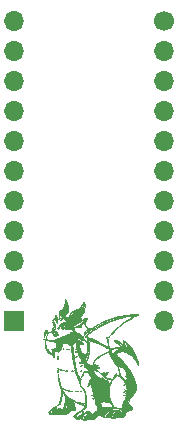
<source format=gbr>
%TF.GenerationSoftware,KiCad,Pcbnew,(5.1.7)-1*%
%TF.CreationDate,2021-02-13T22:19:47+01:00*%
%TF.ProjectId,breakout_longlcd,62726561-6b6f-4757-945f-6c6f6e676c63,rev?*%
%TF.SameCoordinates,Original*%
%TF.FileFunction,Soldermask,Bot*%
%TF.FilePolarity,Negative*%
%FSLAX46Y46*%
G04 Gerber Fmt 4.6, Leading zero omitted, Abs format (unit mm)*
G04 Created by KiCad (PCBNEW (5.1.7)-1) date 2021-02-13 22:19:47*
%MOMM*%
%LPD*%
G01*
G04 APERTURE LIST*
%ADD10C,0.010000*%
%ADD11O,1.700000X1.700000*%
%ADD12C,1.700000*%
%ADD13R,1.700000X1.700000*%
G04 APERTURE END LIST*
D10*
%TO.C,G\u002A\u002A\u002A*%
G36*
X139960350Y-106899075D02*
G01*
X139976225Y-106914950D01*
X139992100Y-106899075D01*
X139976225Y-106883200D01*
X139960350Y-106899075D01*
G37*
X139960350Y-106899075D02*
X139976225Y-106914950D01*
X139992100Y-106899075D01*
X139976225Y-106883200D01*
X139960350Y-106899075D01*
G36*
X140291597Y-105537677D02*
G01*
X140226523Y-105589484D01*
X140142592Y-105662309D01*
X140139641Y-105664961D01*
X139951385Y-105821248D01*
X139758477Y-105958090D01*
X139576492Y-106065246D01*
X139436475Y-106127299D01*
X139277725Y-106182626D01*
X139604159Y-106183663D01*
X139753782Y-106182827D01*
X139851701Y-106177943D01*
X139909674Y-106167160D01*
X139939460Y-106148624D01*
X139950159Y-106129137D01*
X140006000Y-105987606D01*
X140069591Y-105870192D01*
X140157458Y-105748043D01*
X140195632Y-105700512D01*
X140264326Y-105613339D01*
X140310313Y-105548810D01*
X140325261Y-105518778D01*
X140323947Y-105517950D01*
X140291597Y-105537677D01*
G37*
X140291597Y-105537677D02*
X140226523Y-105589484D01*
X140142592Y-105662309D01*
X140139641Y-105664961D01*
X139951385Y-105821248D01*
X139758477Y-105958090D01*
X139576492Y-106065246D01*
X139436475Y-106127299D01*
X139277725Y-106182626D01*
X139604159Y-106183663D01*
X139753782Y-106182827D01*
X139851701Y-106177943D01*
X139909674Y-106167160D01*
X139939460Y-106148624D01*
X139950159Y-106129137D01*
X140006000Y-105987606D01*
X140069591Y-105870192D01*
X140157458Y-105748043D01*
X140195632Y-105700512D01*
X140264326Y-105613339D01*
X140310313Y-105548810D01*
X140325261Y-105518778D01*
X140323947Y-105517950D01*
X140291597Y-105537677D01*
G36*
X143781139Y-110363512D02*
G01*
X143786225Y-110375700D01*
X143828285Y-110406264D01*
X143837598Y-110407450D01*
X143854812Y-110387887D01*
X143849725Y-110375700D01*
X143807666Y-110345135D01*
X143798353Y-110343950D01*
X143781139Y-110363512D01*
G37*
X143781139Y-110363512D02*
X143786225Y-110375700D01*
X143828285Y-110406264D01*
X143837598Y-110407450D01*
X143854812Y-110387887D01*
X143849725Y-110375700D01*
X143807666Y-110345135D01*
X143798353Y-110343950D01*
X143781139Y-110363512D01*
G36*
X141484350Y-110391575D02*
G01*
X141500225Y-110407450D01*
X141516100Y-110391575D01*
X141500225Y-110375700D01*
X141484350Y-110391575D01*
G37*
X141484350Y-110391575D02*
X141500225Y-110407450D01*
X141516100Y-110391575D01*
X141500225Y-110375700D01*
X141484350Y-110391575D01*
G36*
X143611600Y-111026575D02*
G01*
X143627475Y-111042450D01*
X143643350Y-111026575D01*
X143627475Y-111010700D01*
X143611600Y-111026575D01*
G37*
X143611600Y-111026575D02*
X143627475Y-111042450D01*
X143643350Y-111026575D01*
X143627475Y-111010700D01*
X143611600Y-111026575D01*
G36*
X143548100Y-111058325D02*
G01*
X143563975Y-111074200D01*
X143579850Y-111058325D01*
X143563975Y-111042450D01*
X143548100Y-111058325D01*
G37*
X143548100Y-111058325D02*
X143563975Y-111074200D01*
X143579850Y-111058325D01*
X143563975Y-111042450D01*
X143548100Y-111058325D01*
G36*
X143611600Y-111407575D02*
G01*
X143627475Y-111423450D01*
X143643350Y-111407575D01*
X143627475Y-111391700D01*
X143611600Y-111407575D01*
G37*
X143611600Y-111407575D02*
X143627475Y-111423450D01*
X143643350Y-111407575D01*
X143627475Y-111391700D01*
X143611600Y-111407575D01*
G36*
X143611644Y-111604739D02*
G01*
X143556620Y-111625849D01*
X143557325Y-111641629D01*
X143593852Y-111645700D01*
X143646651Y-111628262D01*
X143657396Y-111616910D01*
X143647236Y-111600685D01*
X143611644Y-111604739D01*
G37*
X143611644Y-111604739D02*
X143556620Y-111625849D01*
X143557325Y-111641629D01*
X143593852Y-111645700D01*
X143646651Y-111628262D01*
X143657396Y-111616910D01*
X143647236Y-111600685D01*
X143611644Y-111604739D01*
G36*
X143611644Y-111890489D02*
G01*
X143556620Y-111911599D01*
X143557325Y-111927379D01*
X143593852Y-111931450D01*
X143646651Y-111914012D01*
X143657396Y-111902660D01*
X143647236Y-111886435D01*
X143611644Y-111890489D01*
G37*
X143611644Y-111890489D02*
X143556620Y-111911599D01*
X143557325Y-111927379D01*
X143593852Y-111931450D01*
X143646651Y-111914012D01*
X143657396Y-111902660D01*
X143647236Y-111886435D01*
X143611644Y-111890489D01*
G36*
X138468100Y-112899825D02*
G01*
X138483975Y-112915700D01*
X138499850Y-112899825D01*
X138483975Y-112883950D01*
X138468100Y-112899825D01*
G37*
X138468100Y-112899825D02*
X138483975Y-112915700D01*
X138499850Y-112899825D01*
X138483975Y-112883950D01*
X138468100Y-112899825D01*
G36*
X139547600Y-107883325D02*
G01*
X139563475Y-107899200D01*
X139579350Y-107883325D01*
X139563475Y-107867450D01*
X139547600Y-107883325D01*
G37*
X139547600Y-107883325D02*
X139563475Y-107899200D01*
X139579350Y-107883325D01*
X139563475Y-107867450D01*
X139547600Y-107883325D01*
G36*
X139515850Y-107946825D02*
G01*
X139531725Y-107962700D01*
X139547600Y-107946825D01*
X139531725Y-107930950D01*
X139515850Y-107946825D01*
G37*
X139515850Y-107946825D02*
X139531725Y-107962700D01*
X139547600Y-107946825D01*
X139531725Y-107930950D01*
X139515850Y-107946825D01*
G36*
X139559928Y-108002814D02*
G01*
X139515850Y-108026200D01*
X139486097Y-108050857D01*
X139514694Y-108057356D01*
X139521914Y-108057463D01*
X139579322Y-108041285D01*
X139595225Y-108026200D01*
X139597788Y-107998152D01*
X139559928Y-108002814D01*
G37*
X139559928Y-108002814D02*
X139515850Y-108026200D01*
X139486097Y-108050857D01*
X139514694Y-108057356D01*
X139521914Y-108057463D01*
X139579322Y-108041285D01*
X139595225Y-108026200D01*
X139597788Y-107998152D01*
X139559928Y-108002814D01*
G36*
X139561376Y-108189008D02*
G01*
X139549601Y-108199014D01*
X139489512Y-108233169D01*
X139449446Y-108230779D01*
X139425663Y-108225049D01*
X139433444Y-108243544D01*
X139485209Y-108278028D01*
X139551031Y-108260250D01*
X139573000Y-108242100D01*
X139609071Y-108191863D01*
X139602741Y-108169646D01*
X139561376Y-108189008D01*
G37*
X139561376Y-108189008D02*
X139549601Y-108199014D01*
X139489512Y-108233169D01*
X139449446Y-108230779D01*
X139425663Y-108225049D01*
X139433444Y-108243544D01*
X139485209Y-108278028D01*
X139551031Y-108260250D01*
X139573000Y-108242100D01*
X139609071Y-108191863D01*
X139602741Y-108169646D01*
X139561376Y-108189008D01*
G36*
X139595454Y-108605468D02*
G01*
X139563475Y-108628403D01*
X139509951Y-108667404D01*
X139486746Y-108683965D01*
X139497182Y-108692519D01*
X139506671Y-108692950D01*
X139550911Y-108670456D01*
X139583400Y-108637387D01*
X139610455Y-108600253D01*
X139595454Y-108605468D01*
G37*
X139595454Y-108605468D02*
X139563475Y-108628403D01*
X139509951Y-108667404D01*
X139486746Y-108683965D01*
X139497182Y-108692519D01*
X139506671Y-108692950D01*
X139550911Y-108670456D01*
X139583400Y-108637387D01*
X139610455Y-108600253D01*
X139595454Y-108605468D01*
G36*
X139970934Y-109052783D02*
G01*
X139967134Y-109090463D01*
X139970934Y-109095116D01*
X139989809Y-109090758D01*
X139992100Y-109073950D01*
X139980484Y-109047816D01*
X139970934Y-109052783D01*
G37*
X139970934Y-109052783D02*
X139967134Y-109090463D01*
X139970934Y-109095116D01*
X139989809Y-109090758D01*
X139992100Y-109073950D01*
X139980484Y-109047816D01*
X139970934Y-109052783D01*
G36*
X139829653Y-109153806D02*
G01*
X139806021Y-109171933D01*
X139761837Y-109216069D01*
X139773197Y-109232509D01*
X139778320Y-109232700D01*
X139836942Y-109210147D01*
X139865737Y-109184307D01*
X139895692Y-109136272D01*
X139881029Y-109125558D01*
X139829653Y-109153806D01*
G37*
X139829653Y-109153806D02*
X139806021Y-109171933D01*
X139761837Y-109216069D01*
X139773197Y-109232509D01*
X139778320Y-109232700D01*
X139836942Y-109210147D01*
X139865737Y-109184307D01*
X139895692Y-109136272D01*
X139881029Y-109125558D01*
X139829653Y-109153806D01*
G36*
X139968146Y-109397202D02*
G01*
X139952413Y-109410003D01*
X139897038Y-109455748D01*
X139867746Y-109478424D01*
X139878525Y-109486230D01*
X139889291Y-109486700D01*
X139937811Y-109466222D01*
X139973958Y-109436807D01*
X140018672Y-109383562D01*
X140015182Y-109368429D01*
X139968146Y-109397202D01*
G37*
X139968146Y-109397202D02*
X139952413Y-109410003D01*
X139897038Y-109455748D01*
X139867746Y-109478424D01*
X139878525Y-109486230D01*
X139889291Y-109486700D01*
X139937811Y-109466222D01*
X139973958Y-109436807D01*
X140018672Y-109383562D01*
X140015182Y-109368429D01*
X139968146Y-109397202D01*
G36*
X139960350Y-109851825D02*
G01*
X139976225Y-109867700D01*
X139992100Y-109851825D01*
X139976225Y-109835950D01*
X139960350Y-109851825D01*
G37*
X139960350Y-109851825D02*
X139976225Y-109867700D01*
X139992100Y-109851825D01*
X139976225Y-109835950D01*
X139960350Y-109851825D01*
G36*
X139896850Y-109883575D02*
G01*
X139912725Y-109899450D01*
X139928600Y-109883575D01*
X139912725Y-109867700D01*
X139896850Y-109883575D01*
G37*
X139896850Y-109883575D02*
X139912725Y-109899450D01*
X139928600Y-109883575D01*
X139912725Y-109867700D01*
X139896850Y-109883575D01*
G36*
X139907434Y-110513283D02*
G01*
X139903634Y-110550963D01*
X139907434Y-110555616D01*
X139926309Y-110551258D01*
X139928600Y-110534450D01*
X139916984Y-110508316D01*
X139907434Y-110513283D01*
G37*
X139907434Y-110513283D02*
X139903634Y-110550963D01*
X139907434Y-110555616D01*
X139926309Y-110551258D01*
X139928600Y-110534450D01*
X139916984Y-110508316D01*
X139907434Y-110513283D01*
G36*
X140959760Y-111877829D02*
G01*
X140937067Y-111895314D01*
X140871931Y-111922396D01*
X140832231Y-111919490D01*
X140799120Y-111917053D01*
X140801950Y-111931813D01*
X140850463Y-111961811D01*
X140913100Y-111941794D01*
X140948650Y-111907637D01*
X140976100Y-111870038D01*
X140959760Y-111877829D01*
G37*
X140959760Y-111877829D02*
X140937067Y-111895314D01*
X140871931Y-111922396D01*
X140832231Y-111919490D01*
X140799120Y-111917053D01*
X140801950Y-111931813D01*
X140850463Y-111961811D01*
X140913100Y-111941794D01*
X140948650Y-111907637D01*
X140976100Y-111870038D01*
X140959760Y-111877829D01*
G36*
X141063663Y-112146395D02*
G01*
X140999320Y-112179787D01*
X140960475Y-112190908D01*
X140919779Y-112203650D01*
X140938768Y-112219599D01*
X140946518Y-112222769D01*
X141014643Y-112225031D01*
X141049706Y-112212315D01*
X141094658Y-112171629D01*
X141103350Y-112148234D01*
X141088001Y-112131211D01*
X141063663Y-112146395D01*
G37*
X141063663Y-112146395D02*
X140999320Y-112179787D01*
X140960475Y-112190908D01*
X140919779Y-112203650D01*
X140938768Y-112219599D01*
X140946518Y-112222769D01*
X141014643Y-112225031D01*
X141049706Y-112212315D01*
X141094658Y-112171629D01*
X141103350Y-112148234D01*
X141088001Y-112131211D01*
X141063663Y-112146395D01*
G36*
X138574073Y-104017762D02*
G01*
X138569880Y-104082765D01*
X138574073Y-104097137D01*
X138585662Y-104101126D01*
X138590087Y-104057450D01*
X138585098Y-104012376D01*
X138574073Y-104017762D01*
G37*
X138574073Y-104017762D02*
X138569880Y-104082765D01*
X138574073Y-104097137D01*
X138585662Y-104101126D01*
X138590087Y-104057450D01*
X138585098Y-104012376D01*
X138574073Y-104017762D01*
G36*
X140119100Y-104136825D02*
G01*
X140134975Y-104152700D01*
X140150850Y-104136825D01*
X140134975Y-104120950D01*
X140119100Y-104136825D01*
G37*
X140119100Y-104136825D02*
X140134975Y-104152700D01*
X140150850Y-104136825D01*
X140134975Y-104120950D01*
X140119100Y-104136825D01*
G36*
X140102418Y-104194413D02*
G01*
X140079413Y-104212150D01*
X140030052Y-104258492D01*
X140030267Y-104279178D01*
X140035838Y-104279700D01*
X140062341Y-104258002D01*
X140091400Y-104224137D01*
X140118859Y-104186529D01*
X140102418Y-104194413D01*
G37*
X140102418Y-104194413D02*
X140079413Y-104212150D01*
X140030052Y-104258492D01*
X140030267Y-104279178D01*
X140035838Y-104279700D01*
X140062341Y-104258002D01*
X140091400Y-104224137D01*
X140118859Y-104186529D01*
X140102418Y-104194413D01*
G36*
X138542323Y-104240012D02*
G01*
X138538130Y-104305015D01*
X138542323Y-104319387D01*
X138553912Y-104323376D01*
X138558337Y-104279700D01*
X138553348Y-104234626D01*
X138542323Y-104240012D01*
G37*
X138542323Y-104240012D02*
X138538130Y-104305015D01*
X138542323Y-104319387D01*
X138553912Y-104323376D01*
X138558337Y-104279700D01*
X138553348Y-104234626D01*
X138542323Y-104240012D01*
G36*
X137737850Y-105248075D02*
G01*
X137753725Y-105263950D01*
X137769600Y-105248075D01*
X137753725Y-105232200D01*
X137737850Y-105248075D01*
G37*
X137737850Y-105248075D02*
X137753725Y-105263950D01*
X137769600Y-105248075D01*
X137753725Y-105232200D01*
X137737850Y-105248075D01*
G36*
X138214100Y-105406825D02*
G01*
X138229975Y-105422700D01*
X138245850Y-105406825D01*
X138229975Y-105390950D01*
X138214100Y-105406825D01*
G37*
X138214100Y-105406825D02*
X138229975Y-105422700D01*
X138245850Y-105406825D01*
X138229975Y-105390950D01*
X138214100Y-105406825D01*
G36*
X137716162Y-105384996D02*
G01*
X137712377Y-105434618D01*
X137718668Y-105445851D01*
X137733099Y-105436381D01*
X137735344Y-105404179D01*
X137727590Y-105370300D01*
X137716162Y-105384996D01*
G37*
X137716162Y-105384996D02*
X137712377Y-105434618D01*
X137718668Y-105445851D01*
X137733099Y-105436381D01*
X137735344Y-105404179D01*
X137727590Y-105370300D01*
X137716162Y-105384996D01*
G36*
X137674350Y-105502075D02*
G01*
X137690225Y-105517950D01*
X137706100Y-105502075D01*
X137690225Y-105486200D01*
X137674350Y-105502075D01*
G37*
X137674350Y-105502075D02*
X137690225Y-105517950D01*
X137706100Y-105502075D01*
X137690225Y-105486200D01*
X137674350Y-105502075D01*
G36*
X138060256Y-105467293D02*
G01*
X138026171Y-105499262D01*
X138033163Y-105517640D01*
X138037602Y-105517950D01*
X138064456Y-105495398D01*
X138074257Y-105481294D01*
X138078000Y-105459567D01*
X138060256Y-105467293D01*
G37*
X138060256Y-105467293D02*
X138026171Y-105499262D01*
X138033163Y-105517640D01*
X138037602Y-105517950D01*
X138064456Y-105495398D01*
X138074257Y-105481294D01*
X138078000Y-105459567D01*
X138060256Y-105467293D01*
G36*
X137584006Y-105499043D02*
G01*
X137550189Y-105528557D01*
X137547350Y-105535698D01*
X137562418Y-105548748D01*
X137593789Y-105519507D01*
X137598007Y-105513044D01*
X137601750Y-105491317D01*
X137584006Y-105499043D01*
G37*
X137584006Y-105499043D02*
X137550189Y-105528557D01*
X137547350Y-105535698D01*
X137562418Y-105548748D01*
X137593789Y-105519507D01*
X137598007Y-105513044D01*
X137601750Y-105491317D01*
X137584006Y-105499043D01*
G36*
X138352901Y-105469880D02*
G01*
X138298781Y-105503495D01*
X138245825Y-105542261D01*
X138213494Y-105572228D01*
X138214100Y-105580534D01*
X138248509Y-105565023D01*
X138312566Y-105526238D01*
X138325225Y-105517950D01*
X138378836Y-105477645D01*
X138392968Y-105456374D01*
X138388725Y-105455365D01*
X138352901Y-105469880D01*
G37*
X138352901Y-105469880D02*
X138298781Y-105503495D01*
X138245825Y-105542261D01*
X138213494Y-105572228D01*
X138214100Y-105580534D01*
X138248509Y-105565023D01*
X138312566Y-105526238D01*
X138325225Y-105517950D01*
X138378836Y-105477645D01*
X138392968Y-105456374D01*
X138388725Y-105455365D01*
X138352901Y-105469880D01*
G36*
X137810581Y-105117135D02*
G01*
X137797952Y-105160907D01*
X137795589Y-105240098D01*
X137796621Y-105258198D01*
X137793300Y-105364087D01*
X137773596Y-105459626D01*
X137771871Y-105464354D01*
X137754286Y-105531061D01*
X137772151Y-105563594D01*
X137785831Y-105570104D01*
X137827845Y-105605728D01*
X137833310Y-105624534D01*
X137849752Y-105674230D01*
X137889366Y-105745475D01*
X137892533Y-105750330D01*
X137933072Y-105807395D01*
X137953769Y-105814653D01*
X137968155Y-105776319D01*
X137968746Y-105774068D01*
X137961605Y-105705173D01*
X137933996Y-105679228D01*
X137900318Y-105652943D01*
X137910772Y-105620244D01*
X137937649Y-105588716D01*
X137966936Y-105550786D01*
X137974164Y-105512221D01*
X137957395Y-105454354D01*
X137914691Y-105358517D01*
X137913486Y-105355926D01*
X137870304Y-105256078D01*
X137841212Y-105175257D01*
X137833411Y-105139595D01*
X137821424Y-105111882D01*
X137810581Y-105117135D01*
G37*
X137810581Y-105117135D02*
X137797952Y-105160907D01*
X137795589Y-105240098D01*
X137796621Y-105258198D01*
X137793300Y-105364087D01*
X137773596Y-105459626D01*
X137771871Y-105464354D01*
X137754286Y-105531061D01*
X137772151Y-105563594D01*
X137785831Y-105570104D01*
X137827845Y-105605728D01*
X137833310Y-105624534D01*
X137849752Y-105674230D01*
X137889366Y-105745475D01*
X137892533Y-105750330D01*
X137933072Y-105807395D01*
X137953769Y-105814653D01*
X137968155Y-105776319D01*
X137968746Y-105774068D01*
X137961605Y-105705173D01*
X137933996Y-105679228D01*
X137900318Y-105652943D01*
X137910772Y-105620244D01*
X137937649Y-105588716D01*
X137966936Y-105550786D01*
X137974164Y-105512221D01*
X137957395Y-105454354D01*
X137914691Y-105358517D01*
X137913486Y-105355926D01*
X137870304Y-105256078D01*
X137841212Y-105175257D01*
X137833411Y-105139595D01*
X137821424Y-105111882D01*
X137810581Y-105117135D01*
G36*
X137548476Y-105712499D02*
G01*
X137563936Y-105771539D01*
X137592672Y-105833850D01*
X137619451Y-105904745D01*
X137620242Y-105952022D01*
X137620946Y-106010117D01*
X137646689Y-106085125D01*
X137685515Y-106151644D01*
X137725472Y-106184268D01*
X137729726Y-106184700D01*
X137758716Y-106156411D01*
X137769600Y-106085562D01*
X137765291Y-106020864D01*
X137746848Y-106009041D01*
X137721975Y-106025950D01*
X137683383Y-106050841D01*
X137674350Y-106048309D01*
X137664287Y-106007538D01*
X137652963Y-105975409D01*
X137647315Y-105935703D01*
X137684713Y-105940066D01*
X137726130Y-105950576D01*
X137733342Y-105930165D01*
X137707126Y-105868579D01*
X137692319Y-105839498D01*
X137644261Y-105762090D01*
X137596740Y-105708849D01*
X137561072Y-105689765D01*
X137548476Y-105712499D01*
G37*
X137548476Y-105712499D02*
X137563936Y-105771539D01*
X137592672Y-105833850D01*
X137619451Y-105904745D01*
X137620242Y-105952022D01*
X137620946Y-106010117D01*
X137646689Y-106085125D01*
X137685515Y-106151644D01*
X137725472Y-106184268D01*
X137729726Y-106184700D01*
X137758716Y-106156411D01*
X137769600Y-106085562D01*
X137765291Y-106020864D01*
X137746848Y-106009041D01*
X137721975Y-106025950D01*
X137683383Y-106050841D01*
X137674350Y-106048309D01*
X137664287Y-106007538D01*
X137652963Y-105975409D01*
X137647315Y-105935703D01*
X137684713Y-105940066D01*
X137726130Y-105950576D01*
X137733342Y-105930165D01*
X137707126Y-105868579D01*
X137692319Y-105839498D01*
X137644261Y-105762090D01*
X137596740Y-105708849D01*
X137561072Y-105689765D01*
X137548476Y-105712499D01*
G36*
X138239036Y-105871756D02*
G01*
X138194387Y-105913197D01*
X138138453Y-105994928D01*
X138128724Y-106010075D01*
X138065060Y-106106071D01*
X138008273Y-106186220D01*
X137980556Y-106221452D01*
X137951961Y-106263527D01*
X137974585Y-106284052D01*
X137994430Y-106289824D01*
X138038119Y-106287157D01*
X138070338Y-106242886D01*
X138091883Y-106181257D01*
X138128391Y-106084965D01*
X138165503Y-106026108D01*
X138196036Y-106011159D01*
X138212809Y-106046591D01*
X138214100Y-106071130D01*
X138240979Y-106162915D01*
X138308078Y-106246641D01*
X138395090Y-106301418D01*
X138447960Y-106311700D01*
X138529799Y-106283777D01*
X138608153Y-106214013D01*
X138661224Y-106157346D01*
X138686076Y-106150103D01*
X138690350Y-106171826D01*
X138670008Y-106238081D01*
X138637805Y-106285387D01*
X138600338Y-106331939D01*
X138608094Y-106337125D01*
X138658433Y-106301309D01*
X138686181Y-106278690D01*
X138736442Y-106227002D01*
X138741540Y-106175690D01*
X138723561Y-106124727D01*
X138675718Y-106049346D01*
X138586257Y-106049346D01*
X138583358Y-106113466D01*
X138579401Y-106120915D01*
X138530086Y-106151248D01*
X138467328Y-106134244D01*
X138439690Y-106109349D01*
X138418078Y-106045570D01*
X138426236Y-106025950D01*
X138372850Y-106025950D01*
X138348690Y-106056777D01*
X138341100Y-106057700D01*
X138310273Y-106033539D01*
X138309350Y-106025950D01*
X138333511Y-105995122D01*
X138341100Y-105994200D01*
X138371928Y-106018360D01*
X138372850Y-106025950D01*
X138426236Y-106025950D01*
X138442103Y-105987795D01*
X138500714Y-105962450D01*
X138501108Y-105962450D01*
X138553955Y-105989118D01*
X138586257Y-106049346D01*
X138675718Y-106049346D01*
X138635975Y-105986728D01*
X138511162Y-105896892D01*
X138373141Y-105862133D01*
X138292066Y-105858702D01*
X138239036Y-105871756D01*
G37*
X138239036Y-105871756D02*
X138194387Y-105913197D01*
X138138453Y-105994928D01*
X138128724Y-106010075D01*
X138065060Y-106106071D01*
X138008273Y-106186220D01*
X137980556Y-106221452D01*
X137951961Y-106263527D01*
X137974585Y-106284052D01*
X137994430Y-106289824D01*
X138038119Y-106287157D01*
X138070338Y-106242886D01*
X138091883Y-106181257D01*
X138128391Y-106084965D01*
X138165503Y-106026108D01*
X138196036Y-106011159D01*
X138212809Y-106046591D01*
X138214100Y-106071130D01*
X138240979Y-106162915D01*
X138308078Y-106246641D01*
X138395090Y-106301418D01*
X138447960Y-106311700D01*
X138529799Y-106283777D01*
X138608153Y-106214013D01*
X138661224Y-106157346D01*
X138686076Y-106150103D01*
X138690350Y-106171826D01*
X138670008Y-106238081D01*
X138637805Y-106285387D01*
X138600338Y-106331939D01*
X138608094Y-106337125D01*
X138658433Y-106301309D01*
X138686181Y-106278690D01*
X138736442Y-106227002D01*
X138741540Y-106175690D01*
X138723561Y-106124727D01*
X138675718Y-106049346D01*
X138586257Y-106049346D01*
X138583358Y-106113466D01*
X138579401Y-106120915D01*
X138530086Y-106151248D01*
X138467328Y-106134244D01*
X138439690Y-106109349D01*
X138418078Y-106045570D01*
X138426236Y-106025950D01*
X138372850Y-106025950D01*
X138348690Y-106056777D01*
X138341100Y-106057700D01*
X138310273Y-106033539D01*
X138309350Y-106025950D01*
X138333511Y-105995122D01*
X138341100Y-105994200D01*
X138371928Y-106018360D01*
X138372850Y-106025950D01*
X138426236Y-106025950D01*
X138442103Y-105987795D01*
X138500714Y-105962450D01*
X138501108Y-105962450D01*
X138553955Y-105989118D01*
X138586257Y-106049346D01*
X138675718Y-106049346D01*
X138635975Y-105986728D01*
X138511162Y-105896892D01*
X138373141Y-105862133D01*
X138292066Y-105858702D01*
X138239036Y-105871756D01*
G36*
X137717601Y-106299662D02*
G01*
X137723212Y-106313700D01*
X137720021Y-106359680D01*
X137688415Y-106408950D01*
X137652730Y-106454019D01*
X137648634Y-106470450D01*
X137679564Y-106449688D01*
X137717055Y-106412387D01*
X137760362Y-106346928D01*
X137765790Y-106297361D01*
X137735977Y-106279950D01*
X137717601Y-106299662D01*
G37*
X137717601Y-106299662D02*
X137723212Y-106313700D01*
X137720021Y-106359680D01*
X137688415Y-106408950D01*
X137652730Y-106454019D01*
X137648634Y-106470450D01*
X137679564Y-106449688D01*
X137717055Y-106412387D01*
X137760362Y-106346928D01*
X137765790Y-106297361D01*
X137735977Y-106279950D01*
X137717601Y-106299662D01*
G36*
X137551223Y-106227847D02*
G01*
X137534264Y-106245118D01*
X137499775Y-106291813D01*
X137499382Y-106336669D01*
X137529983Y-106404063D01*
X137573047Y-106476449D01*
X137602170Y-106504191D01*
X137610850Y-106487818D01*
X137599094Y-106451458D01*
X137574433Y-106393509D01*
X137554190Y-106321084D01*
X137577240Y-106266345D01*
X137578957Y-106264247D01*
X137608168Y-106214250D01*
X137594610Y-106200271D01*
X137551223Y-106227847D01*
G37*
X137551223Y-106227847D02*
X137534264Y-106245118D01*
X137499775Y-106291813D01*
X137499382Y-106336669D01*
X137529983Y-106404063D01*
X137573047Y-106476449D01*
X137602170Y-106504191D01*
X137610850Y-106487818D01*
X137599094Y-106451458D01*
X137574433Y-106393509D01*
X137554190Y-106321084D01*
X137577240Y-106266345D01*
X137578957Y-106264247D01*
X137608168Y-106214250D01*
X137594610Y-106200271D01*
X137551223Y-106227847D01*
G36*
X137515600Y-106518075D02*
G01*
X137531475Y-106533950D01*
X137547350Y-106518075D01*
X137531475Y-106502200D01*
X137515600Y-106518075D01*
G37*
X137515600Y-106518075D02*
X137531475Y-106533950D01*
X137547350Y-106518075D01*
X137531475Y-106502200D01*
X137515600Y-106518075D01*
G36*
X137430934Y-106544533D02*
G01*
X137435292Y-106563408D01*
X137452100Y-106565700D01*
X137478234Y-106554083D01*
X137473267Y-106544533D01*
X137435587Y-106540733D01*
X137430934Y-106544533D01*
G37*
X137430934Y-106544533D02*
X137435292Y-106563408D01*
X137452100Y-106565700D01*
X137478234Y-106554083D01*
X137473267Y-106544533D01*
X137435587Y-106540733D01*
X137430934Y-106544533D01*
G36*
X136947565Y-106452434D02*
G01*
X136913719Y-106486492D01*
X136878924Y-106537590D01*
X136857391Y-106582201D01*
X136859957Y-106597450D01*
X136884669Y-106573889D01*
X136926055Y-106516919D01*
X136927867Y-106514165D01*
X136955373Y-106463994D01*
X136951008Y-106450594D01*
X136947565Y-106452434D01*
G37*
X136947565Y-106452434D02*
X136913719Y-106486492D01*
X136878924Y-106537590D01*
X136857391Y-106582201D01*
X136859957Y-106597450D01*
X136884669Y-106573889D01*
X136926055Y-106516919D01*
X136927867Y-106514165D01*
X136955373Y-106463994D01*
X136951008Y-106450594D01*
X136947565Y-106452434D01*
G36*
X137270976Y-106579071D02*
G01*
X137245725Y-106597450D01*
X137243778Y-106624382D01*
X137293504Y-106616088D01*
X137340975Y-106597450D01*
X137384531Y-106576380D01*
X137367690Y-106569337D01*
X137334912Y-106567931D01*
X137270976Y-106579071D01*
G37*
X137270976Y-106579071D02*
X137245725Y-106597450D01*
X137243778Y-106624382D01*
X137293504Y-106616088D01*
X137340975Y-106597450D01*
X137384531Y-106576380D01*
X137367690Y-106569337D01*
X137334912Y-106567931D01*
X137270976Y-106579071D01*
G36*
X137017457Y-106425938D02*
G01*
X137021391Y-106435327D01*
X137021475Y-106480422D01*
X136999663Y-106556560D01*
X136991515Y-106577182D01*
X136955976Y-106667448D01*
X136948952Y-106707815D01*
X136972197Y-106705965D01*
X137014665Y-106678625D01*
X137084972Y-106639373D01*
X137135322Y-106628009D01*
X137152421Y-106644731D01*
X137134600Y-106676825D01*
X137109158Y-106715456D01*
X137110950Y-106724450D01*
X137141533Y-106703157D01*
X137168901Y-106673752D01*
X137193961Y-106629102D01*
X137167047Y-106598583D01*
X137160457Y-106594782D01*
X137114120Y-106543736D01*
X137089914Y-106486730D01*
X137063775Y-106427057D01*
X137036872Y-106406950D01*
X137017457Y-106425938D01*
G37*
X137017457Y-106425938D02*
X137021391Y-106435327D01*
X137021475Y-106480422D01*
X136999663Y-106556560D01*
X136991515Y-106577182D01*
X136955976Y-106667448D01*
X136948952Y-106707815D01*
X136972197Y-106705965D01*
X137014665Y-106678625D01*
X137084972Y-106639373D01*
X137135322Y-106628009D01*
X137152421Y-106644731D01*
X137134600Y-106676825D01*
X137109158Y-106715456D01*
X137110950Y-106724450D01*
X137141533Y-106703157D01*
X137168901Y-106673752D01*
X137193961Y-106629102D01*
X137167047Y-106598583D01*
X137160457Y-106594782D01*
X137114120Y-106543736D01*
X137089914Y-106486730D01*
X137063775Y-106427057D01*
X137036872Y-106406950D01*
X137017457Y-106425938D01*
G36*
X136827823Y-106653012D02*
G01*
X136823630Y-106718015D01*
X136827823Y-106732387D01*
X136839412Y-106736376D01*
X136843837Y-106692700D01*
X136838848Y-106647626D01*
X136827823Y-106653012D01*
G37*
X136827823Y-106653012D02*
X136823630Y-106718015D01*
X136827823Y-106732387D01*
X136839412Y-106736376D01*
X136843837Y-106692700D01*
X136838848Y-106647626D01*
X136827823Y-106653012D01*
G36*
X137071100Y-106772075D02*
G01*
X137086975Y-106787950D01*
X137102850Y-106772075D01*
X137086975Y-106756200D01*
X137071100Y-106772075D01*
G37*
X137071100Y-106772075D02*
X137086975Y-106787950D01*
X137102850Y-106772075D01*
X137086975Y-106756200D01*
X137071100Y-106772075D01*
G36*
X137049934Y-106830283D02*
G01*
X137046134Y-106867963D01*
X137049934Y-106872616D01*
X137068809Y-106868258D01*
X137071100Y-106851450D01*
X137059484Y-106825316D01*
X137049934Y-106830283D01*
G37*
X137049934Y-106830283D02*
X137046134Y-106867963D01*
X137049934Y-106872616D01*
X137068809Y-106868258D01*
X137071100Y-106851450D01*
X137059484Y-106825316D01*
X137049934Y-106830283D01*
G36*
X136886516Y-106786876D02*
G01*
X136860970Y-106830444D01*
X136831086Y-106895881D01*
X136824626Y-106932807D01*
X136825333Y-106933766D01*
X136846026Y-106918578D01*
X136875443Y-106865965D01*
X136905325Y-106791184D01*
X136908348Y-106763180D01*
X136886516Y-106786876D01*
G37*
X136886516Y-106786876D02*
X136860970Y-106830444D01*
X136831086Y-106895881D01*
X136824626Y-106932807D01*
X136825333Y-106933766D01*
X136846026Y-106918578D01*
X136875443Y-106865965D01*
X136905325Y-106791184D01*
X136908348Y-106763180D01*
X136886516Y-106786876D01*
G36*
X137759146Y-106489018D02*
G01*
X137681893Y-106534463D01*
X137605080Y-106591392D01*
X137563151Y-106631215D01*
X137530667Y-106670401D01*
X137534792Y-106676445D01*
X137581657Y-106648118D01*
X137626158Y-106618591D01*
X137705256Y-106568784D01*
X137762628Y-106538362D01*
X137776971Y-106533950D01*
X137804182Y-106552940D01*
X137790155Y-106601567D01*
X137741143Y-106667311D01*
X137682991Y-106722138D01*
X137616454Y-106782688D01*
X137601243Y-106813585D01*
X137620515Y-106819700D01*
X137677554Y-106845815D01*
X137699186Y-106877356D01*
X137717603Y-106910125D01*
X137749323Y-106919337D01*
X137812291Y-106906057D01*
X137872788Y-106887657D01*
X137959389Y-106855773D01*
X138013930Y-106826671D01*
X138023600Y-106814602D01*
X138008417Y-106775902D01*
X137970301Y-106705534D01*
X137920399Y-106621710D01*
X137869862Y-106542644D01*
X137829839Y-106486549D01*
X137812925Y-106470450D01*
X137759146Y-106489018D01*
G37*
X137759146Y-106489018D02*
X137681893Y-106534463D01*
X137605080Y-106591392D01*
X137563151Y-106631215D01*
X137530667Y-106670401D01*
X137534792Y-106676445D01*
X137581657Y-106648118D01*
X137626158Y-106618591D01*
X137705256Y-106568784D01*
X137762628Y-106538362D01*
X137776971Y-106533950D01*
X137804182Y-106552940D01*
X137790155Y-106601567D01*
X137741143Y-106667311D01*
X137682991Y-106722138D01*
X137616454Y-106782688D01*
X137601243Y-106813585D01*
X137620515Y-106819700D01*
X137677554Y-106845815D01*
X137699186Y-106877356D01*
X137717603Y-106910125D01*
X137749323Y-106919337D01*
X137812291Y-106906057D01*
X137872788Y-106887657D01*
X137959389Y-106855773D01*
X138013930Y-106826671D01*
X138023600Y-106814602D01*
X138008417Y-106775902D01*
X137970301Y-106705534D01*
X137920399Y-106621710D01*
X137869862Y-106542644D01*
X137829839Y-106486549D01*
X137812925Y-106470450D01*
X137759146Y-106489018D01*
G36*
X137018184Y-106925533D02*
G01*
X137014384Y-106963213D01*
X137018184Y-106967866D01*
X137037059Y-106963508D01*
X137039350Y-106946700D01*
X137027734Y-106920566D01*
X137018184Y-106925533D01*
G37*
X137018184Y-106925533D02*
X137014384Y-106963213D01*
X137018184Y-106967866D01*
X137037059Y-106963508D01*
X137039350Y-106946700D01*
X137027734Y-106920566D01*
X137018184Y-106925533D01*
G36*
X136795934Y-106989033D02*
G01*
X136792134Y-107026713D01*
X136795934Y-107031366D01*
X136814809Y-107027008D01*
X136817100Y-107010200D01*
X136805484Y-106984066D01*
X136795934Y-106989033D01*
G37*
X136795934Y-106989033D02*
X136792134Y-107026713D01*
X136795934Y-107031366D01*
X136814809Y-107027008D01*
X136817100Y-107010200D01*
X136805484Y-106984066D01*
X136795934Y-106989033D01*
G36*
X136986434Y-107020783D02*
G01*
X136982634Y-107058463D01*
X136986434Y-107063116D01*
X137005309Y-107058758D01*
X137007600Y-107041950D01*
X136995984Y-107015816D01*
X136986434Y-107020783D01*
G37*
X136986434Y-107020783D02*
X136982634Y-107058463D01*
X136986434Y-107063116D01*
X137005309Y-107058758D01*
X137007600Y-107041950D01*
X136995984Y-107015816D01*
X136986434Y-107020783D01*
G36*
X136785350Y-107153075D02*
G01*
X136801225Y-107168950D01*
X136817100Y-107153075D01*
X136801225Y-107137200D01*
X136785350Y-107153075D01*
G37*
X136785350Y-107153075D02*
X136801225Y-107168950D01*
X136817100Y-107153075D01*
X136801225Y-107137200D01*
X136785350Y-107153075D01*
G36*
X138415184Y-107973283D02*
G01*
X138419542Y-107992158D01*
X138436350Y-107994450D01*
X138462484Y-107982833D01*
X138457517Y-107973283D01*
X138419837Y-107969483D01*
X138415184Y-107973283D01*
G37*
X138415184Y-107973283D02*
X138419542Y-107992158D01*
X138436350Y-107994450D01*
X138462484Y-107982833D01*
X138457517Y-107973283D01*
X138419837Y-107969483D01*
X138415184Y-107973283D01*
G36*
X138729469Y-108003513D02*
G01*
X138711932Y-108010129D01*
X138749709Y-108014748D01*
X138833225Y-108016361D01*
X138914705Y-108014453D01*
X138946091Y-108009757D01*
X138920729Y-108003284D01*
X138919969Y-108003189D01*
X138816428Y-107998004D01*
X138729469Y-108003513D01*
G37*
X138729469Y-108003513D02*
X138711932Y-108010129D01*
X138749709Y-108014748D01*
X138833225Y-108016361D01*
X138914705Y-108014453D01*
X138946091Y-108009757D01*
X138920729Y-108003284D01*
X138919969Y-108003189D01*
X138816428Y-107998004D01*
X138729469Y-108003513D01*
G36*
X138002434Y-108259033D02*
G01*
X137998634Y-108296713D01*
X138002434Y-108301366D01*
X138021309Y-108297008D01*
X138023600Y-108280200D01*
X138011984Y-108254066D01*
X138002434Y-108259033D01*
G37*
X138002434Y-108259033D02*
X137998634Y-108296713D01*
X138002434Y-108301366D01*
X138021309Y-108297008D01*
X138023600Y-108280200D01*
X138011984Y-108254066D01*
X138002434Y-108259033D01*
G36*
X137969706Y-108647051D02*
G01*
X137968883Y-108653262D01*
X137963628Y-108764594D01*
X137968883Y-108859637D01*
X137975108Y-108883600D01*
X137979662Y-108851185D01*
X137981662Y-108769509D01*
X137981688Y-108756450D01*
X137980062Y-108669222D01*
X137975774Y-108630384D01*
X137969706Y-108647051D01*
G37*
X137969706Y-108647051D02*
X137968883Y-108653262D01*
X137963628Y-108764594D01*
X137968883Y-108859637D01*
X137975108Y-108883600D01*
X137979662Y-108851185D01*
X137981662Y-108769509D01*
X137981688Y-108756450D01*
X137980062Y-108669222D01*
X137975774Y-108630384D01*
X137969706Y-108647051D01*
G36*
X137960100Y-109661325D02*
G01*
X137975975Y-109677200D01*
X137991850Y-109661325D01*
X137975975Y-109645450D01*
X137960100Y-109661325D01*
G37*
X137960100Y-109661325D02*
X137975975Y-109677200D01*
X137991850Y-109661325D01*
X137975975Y-109645450D01*
X137960100Y-109661325D01*
G36*
X138118850Y-109724825D02*
G01*
X138134725Y-109740700D01*
X138150600Y-109724825D01*
X138134725Y-109708950D01*
X138118850Y-109724825D01*
G37*
X138118850Y-109724825D02*
X138134725Y-109740700D01*
X138150600Y-109724825D01*
X138134725Y-109708950D01*
X138118850Y-109724825D01*
G36*
X138192934Y-109751283D02*
G01*
X138197292Y-109770158D01*
X138214100Y-109772450D01*
X138240234Y-109760833D01*
X138235267Y-109751283D01*
X138197587Y-109747483D01*
X138192934Y-109751283D01*
G37*
X138192934Y-109751283D02*
X138197292Y-109770158D01*
X138214100Y-109772450D01*
X138240234Y-109760833D01*
X138235267Y-109751283D01*
X138197587Y-109747483D01*
X138192934Y-109751283D01*
G36*
X138286199Y-109785017D02*
G01*
X138295669Y-109799448D01*
X138327871Y-109801693D01*
X138361750Y-109793939D01*
X138347054Y-109782511D01*
X138297432Y-109778726D01*
X138286199Y-109785017D01*
G37*
X138286199Y-109785017D02*
X138295669Y-109799448D01*
X138327871Y-109801693D01*
X138361750Y-109793939D01*
X138347054Y-109782511D01*
X138297432Y-109778726D01*
X138286199Y-109785017D01*
G36*
X138427809Y-109815124D02*
G01*
X138426753Y-109825547D01*
X138476457Y-109829803D01*
X138483975Y-109829760D01*
X138533218Y-109825182D01*
X138528518Y-109815518D01*
X138523059Y-109813947D01*
X138453897Y-109809299D01*
X138427809Y-109815124D01*
G37*
X138427809Y-109815124D02*
X138426753Y-109825547D01*
X138476457Y-109829803D01*
X138483975Y-109829760D01*
X138533218Y-109825182D01*
X138528518Y-109815518D01*
X138523059Y-109813947D01*
X138453897Y-109809299D01*
X138427809Y-109815124D01*
G36*
X138634418Y-109845885D02*
G01*
X138626996Y-109854467D01*
X138672591Y-109859283D01*
X138706225Y-109859693D01*
X138767712Y-109856567D01*
X138777040Y-109849396D01*
X138761418Y-109845244D01*
X138678689Y-109840132D01*
X138634418Y-109845885D01*
G37*
X138634418Y-109845885D02*
X138626996Y-109854467D01*
X138672591Y-109859283D01*
X138706225Y-109859693D01*
X138767712Y-109856567D01*
X138777040Y-109849396D01*
X138761418Y-109845244D01*
X138678689Y-109840132D01*
X138634418Y-109845885D01*
G36*
X139142788Y-109845813D02*
G01*
X139132907Y-109855016D01*
X139176809Y-109860026D01*
X139198350Y-109860333D01*
X139256114Y-109857023D01*
X139262921Y-109848782D01*
X139253913Y-109845813D01*
X139173388Y-109840876D01*
X139142788Y-109845813D01*
G37*
X139142788Y-109845813D02*
X139132907Y-109855016D01*
X139176809Y-109860026D01*
X139198350Y-109860333D01*
X139256114Y-109857023D01*
X139262921Y-109848782D01*
X139253913Y-109845813D01*
X139173388Y-109840876D01*
X139142788Y-109845813D01*
G36*
X137969067Y-109812574D02*
G01*
X137963844Y-109906471D01*
X137969501Y-109971324D01*
X137976937Y-109984100D01*
X137981730Y-109942501D01*
X137982770Y-109883575D01*
X137980394Y-109811536D01*
X137974704Y-109790465D01*
X137969067Y-109812574D01*
G37*
X137969067Y-109812574D02*
X137963844Y-109906471D01*
X137969501Y-109971324D01*
X137976937Y-109984100D01*
X137981730Y-109942501D01*
X137982770Y-109883575D01*
X137980394Y-109811536D01*
X137974704Y-109790465D01*
X137969067Y-109812574D01*
G36*
X138001714Y-110161387D02*
G01*
X137996777Y-110241912D01*
X138001714Y-110272512D01*
X138010917Y-110282393D01*
X138015927Y-110238491D01*
X138016234Y-110216950D01*
X138012924Y-110159186D01*
X138004683Y-110152379D01*
X138001714Y-110161387D01*
G37*
X138001714Y-110161387D02*
X137996777Y-110241912D01*
X138001714Y-110272512D01*
X138010917Y-110282393D01*
X138015927Y-110238491D01*
X138016234Y-110216950D01*
X138012924Y-110159186D01*
X138004683Y-110152379D01*
X138001714Y-110161387D01*
G36*
X138404600Y-111375825D02*
G01*
X138420475Y-111391700D01*
X138436350Y-111375825D01*
X138420475Y-111359950D01*
X138404600Y-111375825D01*
G37*
X138404600Y-111375825D02*
X138420475Y-111391700D01*
X138436350Y-111375825D01*
X138420475Y-111359950D01*
X138404600Y-111375825D01*
G36*
X138468100Y-111407575D02*
G01*
X138483975Y-111423450D01*
X138499850Y-111407575D01*
X138483975Y-111391700D01*
X138468100Y-111407575D01*
G37*
X138468100Y-111407575D02*
X138483975Y-111423450D01*
X138499850Y-111407575D01*
X138483975Y-111391700D01*
X138468100Y-111407575D01*
G36*
X138563350Y-111439325D02*
G01*
X138579225Y-111455200D01*
X138595100Y-111439325D01*
X138579225Y-111423450D01*
X138563350Y-111439325D01*
G37*
X138563350Y-111439325D02*
X138579225Y-111455200D01*
X138595100Y-111439325D01*
X138579225Y-111423450D01*
X138563350Y-111439325D01*
G36*
X138658600Y-111471075D02*
G01*
X138674475Y-111486950D01*
X138690350Y-111471075D01*
X138674475Y-111455200D01*
X138658600Y-111471075D01*
G37*
X138658600Y-111471075D02*
X138674475Y-111486950D01*
X138690350Y-111471075D01*
X138674475Y-111455200D01*
X138658600Y-111471075D01*
G36*
X138764434Y-111497533D02*
G01*
X138768792Y-111516408D01*
X138785600Y-111518700D01*
X138811734Y-111507083D01*
X138806767Y-111497533D01*
X138769087Y-111493733D01*
X138764434Y-111497533D01*
G37*
X138764434Y-111497533D02*
X138768792Y-111516408D01*
X138785600Y-111518700D01*
X138811734Y-111507083D01*
X138806767Y-111497533D01*
X138769087Y-111493733D01*
X138764434Y-111497533D01*
G36*
X138889449Y-111531267D02*
G01*
X138898919Y-111545698D01*
X138931121Y-111547943D01*
X138965000Y-111540189D01*
X138950304Y-111528761D01*
X138900682Y-111524976D01*
X138889449Y-111531267D01*
G37*
X138889449Y-111531267D02*
X138898919Y-111545698D01*
X138931121Y-111547943D01*
X138965000Y-111540189D01*
X138950304Y-111528761D01*
X138900682Y-111524976D01*
X138889449Y-111531267D01*
G36*
X139079288Y-111560313D02*
G01*
X139069407Y-111569516D01*
X139113309Y-111574526D01*
X139134850Y-111574833D01*
X139192614Y-111571523D01*
X139199421Y-111563282D01*
X139190413Y-111560313D01*
X139109888Y-111555376D01*
X139079288Y-111560313D01*
G37*
X139079288Y-111560313D02*
X139069407Y-111569516D01*
X139113309Y-111574526D01*
X139134850Y-111574833D01*
X139192614Y-111571523D01*
X139199421Y-111563282D01*
X139190413Y-111560313D01*
X139109888Y-111555376D01*
X139079288Y-111560313D01*
G36*
X139856559Y-111561374D02*
G01*
X139855503Y-111571797D01*
X139905207Y-111576053D01*
X139912725Y-111576010D01*
X139961968Y-111571432D01*
X139957268Y-111561768D01*
X139951809Y-111560197D01*
X139882647Y-111555549D01*
X139856559Y-111561374D01*
G37*
X139856559Y-111561374D02*
X139855503Y-111571797D01*
X139905207Y-111576053D01*
X139912725Y-111576010D01*
X139961968Y-111571432D01*
X139957268Y-111561768D01*
X139951809Y-111560197D01*
X139882647Y-111555549D01*
X139856559Y-111561374D01*
G36*
X139492038Y-111591208D02*
G01*
X139472341Y-111598130D01*
X139508400Y-111602918D01*
X139579350Y-111604435D01*
X139657735Y-111602466D01*
X139687112Y-111597341D01*
X139666663Y-111591208D01*
X139564107Y-111585894D01*
X139492038Y-111591208D01*
G37*
X139492038Y-111591208D02*
X139472341Y-111598130D01*
X139508400Y-111602918D01*
X139579350Y-111604435D01*
X139657735Y-111602466D01*
X139687112Y-111597341D01*
X139666663Y-111591208D01*
X139564107Y-111585894D01*
X139492038Y-111591208D01*
G36*
X138606320Y-103851212D02*
G01*
X138626778Y-103882737D01*
X138649224Y-103935583D01*
X138652754Y-104025525D01*
X138643017Y-104129567D01*
X138629303Y-104246478D01*
X138618882Y-104346601D01*
X138614752Y-104397135D01*
X138591137Y-104458261D01*
X138559438Y-104480422D01*
X138522455Y-104476076D01*
X138522874Y-104426487D01*
X138525417Y-104393519D01*
X138504472Y-104411826D01*
X138474933Y-104454325D01*
X138417297Y-104528674D01*
X138333581Y-104622042D01*
X138265435Y-104691123D01*
X138118850Y-104832671D01*
X138124509Y-105151498D01*
X138130167Y-105470325D01*
X138166475Y-104851667D01*
X138326359Y-104691927D01*
X138410138Y-104611403D01*
X138459477Y-104573720D01*
X138482120Y-104574251D01*
X138486243Y-104596444D01*
X138473462Y-104648451D01*
X138455406Y-104660700D01*
X138412422Y-104680600D01*
X138352620Y-104728291D01*
X138280672Y-104795883D01*
X138350574Y-104855776D01*
X138420475Y-104915669D01*
X138333163Y-104895867D01*
X138280206Y-104887326D01*
X138254651Y-104903205D01*
X138246520Y-104958147D01*
X138245850Y-105023959D01*
X138256242Y-105136409D01*
X138282222Y-105238262D01*
X138293004Y-105263038D01*
X138320923Y-105330970D01*
X138311745Y-105364126D01*
X138300941Y-105370079D01*
X138298628Y-105381912D01*
X138347570Y-105388398D01*
X138349038Y-105388443D01*
X138412465Y-105398185D01*
X138436350Y-105416134D01*
X138463436Y-105441158D01*
X138529584Y-105468820D01*
X138538946Y-105471696D01*
X138629368Y-105522062D01*
X138724803Y-105624308D01*
X138761196Y-105674185D01*
X138832384Y-105783812D01*
X138870444Y-105857977D01*
X138874735Y-105892349D01*
X138844616Y-105882594D01*
X138784143Y-105829108D01*
X138718925Y-105771099D01*
X138659027Y-105745587D01*
X138576390Y-105743642D01*
X138528274Y-105747694D01*
X138428319Y-105764338D01*
X138352789Y-105789504D01*
X138331294Y-105803891D01*
X138312355Y-105832011D01*
X138345088Y-105826550D01*
X138350813Y-105824563D01*
X138445474Y-105821928D01*
X138545695Y-105867521D01*
X138639663Y-105948493D01*
X138715564Y-106051997D01*
X138761585Y-106165182D01*
X138765911Y-106275202D01*
X138765776Y-106275884D01*
X138755333Y-106343648D01*
X138771118Y-106362667D01*
X138825859Y-106346247D01*
X138831167Y-106344232D01*
X138980141Y-106313570D01*
X139112191Y-106342914D01*
X139165781Y-106374616D01*
X139211910Y-106418002D01*
X139253033Y-106472636D01*
X139280660Y-106523073D01*
X139286303Y-106553871D01*
X139262216Y-106550051D01*
X139231081Y-106560163D01*
X139218549Y-106581757D01*
X139174921Y-106623491D01*
X139147834Y-106629200D01*
X139113463Y-106620105D01*
X139132762Y-106584091D01*
X139132777Y-106584072D01*
X139151542Y-106552069D01*
X139119259Y-106552423D01*
X139107111Y-106555451D01*
X139042103Y-106596564D01*
X139017555Y-106661363D01*
X139028713Y-106703502D01*
X139035009Y-106725002D01*
X139026635Y-106719623D01*
X138989842Y-106721644D01*
X138913135Y-106742578D01*
X138814780Y-106775891D01*
X138713041Y-106815046D01*
X138626183Y-106853508D01*
X138579225Y-106879704D01*
X138533555Y-106900799D01*
X138447935Y-106932877D01*
X138365998Y-106960704D01*
X138272376Y-106994613D01*
X138211242Y-107023445D01*
X138196279Y-107038800D01*
X138179473Y-107055049D01*
X138139631Y-107061359D01*
X138051914Y-107077773D01*
X137941758Y-107113851D01*
X137830826Y-107160585D01*
X137740782Y-107208971D01*
X137696002Y-107245794D01*
X137673430Y-107270163D01*
X137641246Y-107283075D01*
X137586540Y-107284787D01*
X137496399Y-107275554D01*
X137357913Y-107255635D01*
X137339642Y-107252873D01*
X137193676Y-107230395D01*
X137061521Y-107209388D01*
X136962310Y-107192922D01*
X136928225Y-107186821D01*
X136873097Y-107179064D01*
X136865152Y-107184279D01*
X136867901Y-107185737D01*
X136887741Y-107228023D01*
X136890814Y-107319384D01*
X136887951Y-107357621D01*
X136886603Y-107448391D01*
X136894971Y-107567336D01*
X136910812Y-107701507D01*
X136931885Y-107837958D01*
X136955948Y-107963741D01*
X136980757Y-108065911D01*
X137004071Y-108131519D01*
X137023648Y-108147620D01*
X137024621Y-108146763D01*
X137023891Y-108111933D01*
X137009086Y-108034891D01*
X136990933Y-107961223D01*
X136973914Y-107872297D01*
X136960117Y-107753931D01*
X136950097Y-107620829D01*
X136944413Y-107487696D01*
X136943620Y-107369236D01*
X136948276Y-107280154D01*
X136958938Y-107235155D01*
X136963330Y-107232449D01*
X137001861Y-107239943D01*
X137083237Y-107259480D01*
X137177643Y-107283660D01*
X137314151Y-107315921D01*
X137475928Y-107349075D01*
X137610850Y-107373070D01*
X137732734Y-107392971D01*
X137803249Y-107413036D01*
X137833157Y-107446552D01*
X137833219Y-107506803D01*
X137814195Y-107607074D01*
X137811472Y-107620753D01*
X137820548Y-107730697D01*
X137862630Y-107823192D01*
X137902050Y-107896741D01*
X137919870Y-107943868D01*
X137919131Y-107950752D01*
X137883778Y-107960014D01*
X137803757Y-107972206D01*
X137714467Y-107982710D01*
X137580298Y-107998834D01*
X137500404Y-108021456D01*
X137465882Y-108063464D01*
X137467827Y-108137746D01*
X137497337Y-108257188D01*
X137505203Y-108285610D01*
X137539745Y-108407518D01*
X137570620Y-108511920D01*
X137591660Y-108578006D01*
X137593028Y-108581825D01*
X137584366Y-108590786D01*
X137541077Y-108559550D01*
X137471552Y-108494630D01*
X137442155Y-108464723D01*
X137309386Y-108306340D01*
X137226510Y-108155225D01*
X137212410Y-108116737D01*
X137180140Y-108024482D01*
X137159346Y-107985459D01*
X137143101Y-107992128D01*
X137128631Y-108025541D01*
X137113910Y-108113400D01*
X137119020Y-108198901D01*
X137129527Y-108263208D01*
X137120397Y-108272115D01*
X137084828Y-108232575D01*
X137051905Y-108196497D01*
X137047002Y-108203699D01*
X137071005Y-108258944D01*
X137101028Y-108319887D01*
X137142645Y-108389558D01*
X137167582Y-108398446D01*
X137176289Y-108346255D01*
X137172890Y-108272262D01*
X137161877Y-108137325D01*
X137230667Y-108248450D01*
X137297347Y-108341435D01*
X137386525Y-108447047D01*
X137482417Y-108548404D01*
X137569239Y-108628628D01*
X137621085Y-108665989D01*
X137655546Y-108679740D01*
X137668423Y-108661582D01*
X137663868Y-108598940D01*
X137657607Y-108555349D01*
X137648997Y-108442672D01*
X137653898Y-108337790D01*
X137657832Y-108314878D01*
X137675494Y-108255646D01*
X137707019Y-108226788D01*
X137771635Y-108217450D01*
X137831746Y-108216700D01*
X137953606Y-108206013D01*
X138068024Y-108177987D01*
X138152533Y-108141304D01*
X137901006Y-108141304D01*
X137858835Y-108146800D01*
X137848975Y-108147010D01*
X137794752Y-108143578D01*
X137789978Y-108133639D01*
X137792809Y-108132374D01*
X137855838Y-108126093D01*
X137888059Y-108131197D01*
X137901006Y-108141304D01*
X138152533Y-108141304D01*
X138158595Y-108138673D01*
X138201955Y-108100283D01*
X138044767Y-108100283D01*
X138040409Y-108119158D01*
X138023600Y-108121450D01*
X137997467Y-108109833D01*
X138002434Y-108100283D01*
X138040114Y-108096483D01*
X138044767Y-108100283D01*
X138201955Y-108100283D01*
X138208914Y-108094122D01*
X138214101Y-108075666D01*
X138234471Y-108014919D01*
X138253788Y-107988780D01*
X138286118Y-107926291D01*
X138299240Y-107861065D01*
X138315716Y-107779469D01*
X138350363Y-107675389D01*
X138367064Y-107635012D01*
X138413879Y-107545359D01*
X138463363Y-107499140D01*
X138534766Y-107478490D01*
X138535924Y-107478311D01*
X138600512Y-107476128D01*
X138670079Y-107494300D01*
X138760430Y-107538860D01*
X138873848Y-107607310D01*
X139000730Y-107692771D01*
X139079705Y-107763754D01*
X139120310Y-107832847D01*
X139132082Y-107912637D01*
X139131073Y-107946825D01*
X139134092Y-108029069D01*
X139148168Y-108162199D01*
X139171371Y-108334943D01*
X139201772Y-108536029D01*
X139237442Y-108754185D01*
X139276451Y-108978138D01*
X139316870Y-109196616D01*
X139356771Y-109398347D01*
X139394223Y-109572060D01*
X139427298Y-109706481D01*
X139439459Y-109748637D01*
X139435161Y-109795349D01*
X139398928Y-109806431D01*
X139358292Y-109810206D01*
X139377314Y-109822756D01*
X139398512Y-109831264D01*
X139440641Y-109876250D01*
X139492057Y-109979255D01*
X139550554Y-110135847D01*
X139551470Y-110138571D01*
X139605691Y-110285871D01*
X139666662Y-110429887D01*
X139723725Y-110545998D01*
X139740246Y-110574590D01*
X139810279Y-110719338D01*
X139833290Y-110857564D01*
X139833350Y-110865642D01*
X139840040Y-110946857D01*
X139864967Y-111026874D01*
X139915423Y-111123007D01*
X139992100Y-111242731D01*
X140071937Y-111362919D01*
X140120621Y-111440758D01*
X140142466Y-111486568D01*
X140141785Y-111510672D01*
X140122893Y-111523391D01*
X140111163Y-111527617D01*
X140105126Y-111533932D01*
X140140967Y-111529829D01*
X140204885Y-111534521D01*
X140231792Y-111552984D01*
X140250385Y-111610037D01*
X140270765Y-111716181D01*
X140291252Y-111857103D01*
X140310170Y-112018489D01*
X140325841Y-112186025D01*
X140336588Y-112345396D01*
X140340733Y-112482290D01*
X140340733Y-112482579D01*
X140341350Y-112763833D01*
X140257544Y-112742799D01*
X140166533Y-112714225D01*
X140074982Y-112678447D01*
X139976225Y-112635129D01*
X140119100Y-112628316D01*
X140179034Y-112623951D01*
X140187125Y-112618121D01*
X140139675Y-112609616D01*
X140032987Y-112597230D01*
X140019632Y-112595807D01*
X139812400Y-112553531D01*
X139578208Y-112472047D01*
X139332538Y-112359386D01*
X139090868Y-112223574D01*
X138868679Y-112072641D01*
X138857374Y-112063099D01*
X138607351Y-112063099D01*
X138604718Y-112176701D01*
X138595059Y-112375259D01*
X138582598Y-112522699D01*
X138565855Y-112631389D01*
X138543353Y-112713697D01*
X138539136Y-112725200D01*
X138521105Y-112798992D01*
X138522776Y-112843799D01*
X138515041Y-112893777D01*
X138477995Y-112964926D01*
X138470592Y-112975700D01*
X138426457Y-113045861D01*
X138404996Y-113096037D01*
X138404600Y-113100057D01*
X138377917Y-113131665D01*
X138313691Y-113163428D01*
X138313096Y-113163636D01*
X138250616Y-113181104D01*
X138231571Y-113168509D01*
X138235929Y-113140712D01*
X138227933Y-113088504D01*
X138156355Y-113088504D01*
X138138957Y-113119093D01*
X138094048Y-113148855D01*
X138071132Y-113156685D01*
X137993173Y-113196466D01*
X137918292Y-113265795D01*
X137862520Y-113345489D01*
X137841884Y-113416364D01*
X137843664Y-113428915D01*
X137838622Y-113476504D01*
X137798378Y-113487200D01*
X137748547Y-113467005D01*
X137737850Y-113440679D01*
X137762325Y-113377674D01*
X137825254Y-113296155D01*
X137910901Y-113210704D01*
X138003526Y-113135903D01*
X138087392Y-113086333D01*
X138133149Y-113074450D01*
X138156355Y-113088504D01*
X138227933Y-113088504D01*
X138225933Y-113075446D01*
X138172190Y-113030054D01*
X138094237Y-113019171D01*
X138077895Y-113022314D01*
X138001738Y-113061955D01*
X137909820Y-113137850D01*
X137819999Y-113232378D01*
X137750131Y-113327920D01*
X137730672Y-113364919D01*
X137696083Y-113428096D01*
X137667993Y-113455421D01*
X137667394Y-113455450D01*
X137670557Y-113429715D01*
X137698787Y-113360950D01*
X137746634Y-113261809D01*
X137771418Y-113213873D01*
X137837306Y-113080330D01*
X137856209Y-113028621D01*
X137793448Y-113028621D01*
X137763778Y-113077502D01*
X137715683Y-113105467D01*
X137706985Y-113106200D01*
X137623768Y-113132925D01*
X137541568Y-113199823D01*
X137481927Y-113286971D01*
X137468315Y-113326903D01*
X137427837Y-113408014D01*
X137378565Y-113433317D01*
X137320503Y-113445698D01*
X137301288Y-113451126D01*
X137293587Y-113431320D01*
X137293350Y-113423791D01*
X137315115Y-113375850D01*
X137372406Y-113305139D01*
X137453222Y-113222309D01*
X137545560Y-113138015D01*
X137612174Y-113083550D01*
X137510483Y-113083550D01*
X137502757Y-113101294D01*
X137470788Y-113135379D01*
X137452410Y-113128387D01*
X137452100Y-113123948D01*
X137474652Y-113097094D01*
X137488756Y-113087293D01*
X137510483Y-113083550D01*
X137612174Y-113083550D01*
X137637418Y-113062910D01*
X137716793Y-113007647D01*
X137771682Y-112982878D01*
X137786798Y-112985814D01*
X137793448Y-113028621D01*
X137856209Y-113028621D01*
X137869643Y-112991876D01*
X137870863Y-112941279D01*
X137865986Y-112932943D01*
X137854729Y-112896399D01*
X137883273Y-112852318D01*
X137957967Y-112794051D01*
X138059596Y-112730128D01*
X138110850Y-112695505D01*
X138150708Y-112654582D01*
X138182811Y-112597353D01*
X138210797Y-112513810D01*
X138238305Y-112393948D01*
X138268975Y-112227760D01*
X138292322Y-112090200D01*
X138316482Y-111947591D01*
X138338888Y-111818904D01*
X138356093Y-111723792D01*
X138361489Y-111695843D01*
X138380277Y-111603111D01*
X138439358Y-111679968D01*
X138481861Y-111745530D01*
X138499145Y-111791591D01*
X138521163Y-111838124D01*
X138557017Y-111878092D01*
X138586555Y-111915847D01*
X138602498Y-111972286D01*
X138607351Y-112063099D01*
X138857374Y-112063099D01*
X138681451Y-111914615D01*
X138654223Y-111887634D01*
X138586069Y-111809408D01*
X138513134Y-111711736D01*
X138442925Y-111606894D01*
X138382949Y-111507161D01*
X138340712Y-111424815D01*
X138323721Y-111372133D01*
X138331301Y-111359463D01*
X138334903Y-111346122D01*
X138322002Y-111335651D01*
X138290816Y-111289667D01*
X138250459Y-111193423D01*
X138204765Y-111058810D01*
X138157567Y-110897722D01*
X138112700Y-110722052D01*
X138086472Y-110605064D01*
X138061006Y-110492051D01*
X138040659Y-110416396D01*
X138028255Y-110387843D01*
X138025834Y-110396005D01*
X138032857Y-110494730D01*
X138056107Y-110636908D01*
X138091811Y-110805724D01*
X138136196Y-110984363D01*
X138185490Y-111156009D01*
X138219399Y-111258767D01*
X138259706Y-111379922D01*
X138286708Y-111485855D01*
X138300310Y-111589129D01*
X138300415Y-111702304D01*
X138286929Y-111837942D01*
X138259755Y-112008604D01*
X138218797Y-112226851D01*
X138211737Y-112263048D01*
X138139147Y-112634157D01*
X137967167Y-112751116D01*
X137843392Y-112830252D01*
X137698355Y-112915821D01*
X137590603Y-112974857D01*
X137492272Y-113035701D01*
X137393525Y-113112476D01*
X137303954Y-113195192D01*
X137233147Y-113273854D01*
X137190695Y-113338473D01*
X137186186Y-113379054D01*
X137196048Y-113385974D01*
X137227049Y-113423043D01*
X137229850Y-113441615D01*
X137238335Y-113468471D01*
X137270540Y-113488868D01*
X137336588Y-113505422D01*
X137446604Y-113520751D01*
X137594975Y-113535985D01*
X137687885Y-113544859D01*
X137759528Y-113550842D01*
X137823068Y-113553711D01*
X137891671Y-113553241D01*
X137978500Y-113549209D01*
X138096721Y-113541392D01*
X138259498Y-113529565D01*
X138345989Y-113523227D01*
X138509908Y-113508913D01*
X138654499Y-113491953D01*
X138766126Y-113474258D01*
X138831148Y-113457737D01*
X138838114Y-113454281D01*
X138890629Y-113407762D01*
X138959363Y-113330587D01*
X138997575Y-113281919D01*
X139059673Y-113203512D01*
X139109489Y-113165113D01*
X139171493Y-113154947D01*
X139251575Y-113159666D01*
X139354582Y-113165401D01*
X139421382Y-113156294D01*
X139454799Y-113123586D01*
X139457657Y-113058516D01*
X139432781Y-112952326D01*
X139389853Y-112817755D01*
X138785600Y-112817755D01*
X138778850Y-112936924D01*
X138755796Y-112998475D01*
X138712235Y-113007129D01*
X138648852Y-112971262D01*
X138621393Y-112944840D01*
X138614715Y-112909823D01*
X138630401Y-112849738D01*
X138670040Y-112748114D01*
X138670427Y-112747163D01*
X138716470Y-112647793D01*
X138749860Y-112608784D01*
X138771719Y-112630821D01*
X138783169Y-112714594D01*
X138785600Y-112817755D01*
X139389853Y-112817755D01*
X139382994Y-112796254D01*
X139375743Y-112774544D01*
X139330408Y-112638135D01*
X139293633Y-112525710D01*
X139269468Y-112449776D01*
X139261850Y-112423000D01*
X139288400Y-112430502D01*
X139359583Y-112459924D01*
X139462706Y-112505882D01*
X139523788Y-112534085D01*
X139680827Y-112601933D01*
X139854686Y-112668684D01*
X140011251Y-112721348D01*
X140030985Y-112727186D01*
X140276245Y-112798021D01*
X140189735Y-112899795D01*
X140118936Y-112992062D01*
X140057927Y-113085868D01*
X140050979Y-113098305D01*
X139983907Y-113177253D01*
X139864938Y-113256340D01*
X139786780Y-113296196D01*
X139669111Y-113361263D01*
X139549241Y-113442271D01*
X139439732Y-113528832D01*
X139353144Y-113610559D01*
X139302039Y-113677067D01*
X139293600Y-113704007D01*
X139320754Y-113731874D01*
X139373580Y-113741200D01*
X139430643Y-113750034D01*
X139440371Y-113789164D01*
X139434450Y-113817339D01*
X139428859Y-113866804D01*
X139454453Y-113894043D01*
X139525905Y-113912074D01*
X139544971Y-113915380D01*
X139667245Y-113924420D01*
X139792396Y-113917228D01*
X139803584Y-113915489D01*
X139902749Y-113907880D01*
X139969372Y-113929951D01*
X139993212Y-113948581D01*
X140050465Y-113976646D01*
X140139927Y-113998662D01*
X140237593Y-114011342D01*
X140319455Y-114011401D01*
X140359108Y-113998657D01*
X140393928Y-113991688D01*
X140478548Y-113982476D01*
X140599366Y-113972337D01*
X140711200Y-113964555D01*
X141050925Y-113942870D01*
X141212832Y-113760395D01*
X141374740Y-113577919D01*
X141532733Y-113616509D01*
X141683287Y-113659746D01*
X141783815Y-113705746D01*
X141847687Y-113760859D01*
X141854024Y-113769064D01*
X141910015Y-113800219D01*
X142007527Y-113816191D01*
X142126360Y-113816716D01*
X142246310Y-113801529D01*
X142335719Y-113775386D01*
X142408606Y-113750179D01*
X142450441Y-113756597D01*
X142481833Y-113790580D01*
X142540927Y-113826402D01*
X142638553Y-113845163D01*
X142751819Y-113845898D01*
X142857830Y-113827644D01*
X142906107Y-113808442D01*
X142970114Y-113790279D01*
X143075325Y-113776251D01*
X143199456Y-113769286D01*
X143204701Y-113769193D01*
X143373621Y-113764604D01*
X143490931Y-113753652D01*
X143568511Y-113730916D01*
X143618244Y-113690980D01*
X143652012Y-113628422D01*
X143676910Y-113553834D01*
X143710607Y-113455703D01*
X143750644Y-113384938D01*
X143761893Y-113374570D01*
X143507608Y-113374570D01*
X143464606Y-113374694D01*
X143374045Y-113338597D01*
X143303697Y-113303355D01*
X142841021Y-113303355D01*
X142811683Y-113389744D01*
X142796107Y-113423700D01*
X142748570Y-113511057D01*
X142706211Y-113568716D01*
X142685648Y-113582450D01*
X142665204Y-113609774D01*
X142670213Y-113677700D01*
X142677832Y-113744160D01*
X142652725Y-113769281D01*
X142594807Y-113772950D01*
X142528278Y-113763315D01*
X142500352Y-113740127D01*
X142500350Y-113739935D01*
X142517429Y-113678309D01*
X142561068Y-113586243D01*
X142619872Y-113484207D01*
X142682448Y-113392669D01*
X142716159Y-113352262D01*
X142791248Y-113282818D01*
X142833539Y-113267114D01*
X142841021Y-113303355D01*
X143303697Y-113303355D01*
X143275790Y-113289375D01*
X143133249Y-113220226D01*
X143028844Y-113183893D01*
X142949237Y-113176006D01*
X142934477Y-113177547D01*
X142846990Y-113194433D01*
X142784034Y-113213630D01*
X142722551Y-113207713D01*
X142701495Y-113192923D01*
X142381821Y-113192923D01*
X142354612Y-113252609D01*
X142307809Y-113334408D01*
X142250377Y-113423769D01*
X142191287Y-113506136D01*
X142139506Y-113566958D01*
X142130475Y-113575564D01*
X142080384Y-113636098D01*
X142065385Y-113687397D01*
X142066545Y-113691522D01*
X142073877Y-113738554D01*
X142069719Y-113748498D01*
X142033501Y-113753964D01*
X141968401Y-113748722D01*
X141903201Y-113736854D01*
X141866682Y-113722445D01*
X141865350Y-113719504D01*
X141886995Y-113668169D01*
X141944255Y-113587563D01*
X142025617Y-113489970D01*
X142119570Y-113387673D01*
X142214601Y-113292954D01*
X142299199Y-113218097D01*
X142361851Y-113175383D01*
X142380464Y-113169904D01*
X142381821Y-113192923D01*
X142701495Y-113192923D01*
X142647460Y-113154969D01*
X142544119Y-113089398D01*
X142435510Y-113082841D01*
X142316652Y-113135922D01*
X142225888Y-113207805D01*
X142170471Y-113246624D01*
X142137414Y-113236137D01*
X142133724Y-113230771D01*
X142134655Y-113184318D01*
X142157362Y-113165719D01*
X142008225Y-113165719D01*
X141928850Y-113229642D01*
X141872092Y-113264385D01*
X141839474Y-113263903D01*
X141838231Y-113261397D01*
X141835797Y-113222752D01*
X141838231Y-113219284D01*
X141873979Y-113204299D01*
X141928850Y-113187529D01*
X142008225Y-113165719D01*
X142157362Y-113165719D01*
X142194641Y-113135185D01*
X142315239Y-113082412D01*
X142439472Y-113041919D01*
X142582542Y-113003148D01*
X142697626Y-112985141D01*
X142806806Y-112988459D01*
X142932158Y-113013660D01*
X143086087Y-113058304D01*
X143224263Y-113101994D01*
X143315876Y-113135402D01*
X143375232Y-113166345D01*
X143416634Y-113202641D01*
X143454387Y-113252106D01*
X143462628Y-113264077D01*
X143505974Y-113337830D01*
X143507608Y-113374570D01*
X143761893Y-113374570D01*
X143809938Y-113330292D01*
X143901406Y-113280515D01*
X144037964Y-113224358D01*
X144068853Y-113212505D01*
X144181188Y-113167913D01*
X144270663Y-113129238D01*
X144320186Y-113103924D01*
X144323106Y-113101745D01*
X144324103Y-113061855D01*
X144288489Y-112986152D01*
X144222936Y-112885289D01*
X144205265Y-112862335D01*
X144135475Y-112862335D01*
X144016414Y-112769955D01*
X143946320Y-112710974D01*
X143903532Y-112666113D01*
X143897351Y-112653762D01*
X143902047Y-112634084D01*
X143922581Y-112642513D01*
X143968621Y-112685987D01*
X144026060Y-112746142D01*
X144135475Y-112862335D01*
X144205265Y-112862335D01*
X144134115Y-112769919D01*
X144065668Y-112690649D01*
X143951151Y-112563892D01*
X144004159Y-112373233D01*
X144056622Y-112229095D01*
X144127272Y-112124890D01*
X144167115Y-112086037D01*
X144288472Y-111963138D01*
X144406141Y-111815675D01*
X144506979Y-111662528D01*
X144536055Y-111605104D01*
X143865114Y-111605104D01*
X143846611Y-111662512D01*
X143780992Y-111699658D01*
X143762413Y-111705428D01*
X143702383Y-111725375D01*
X143701044Y-111735298D01*
X143731268Y-111738086D01*
X143781261Y-111749396D01*
X143790998Y-111790523D01*
X143784413Y-111828262D01*
X143765007Y-111906936D01*
X143734293Y-112020392D01*
X143698289Y-112147602D01*
X143663010Y-112267534D01*
X143634473Y-112359160D01*
X143623478Y-112390792D01*
X143626756Y-112428958D01*
X143678054Y-112439450D01*
X143726722Y-112445876D01*
X143719823Y-112470525D01*
X143712408Y-112478342D01*
X143668822Y-112500892D01*
X143610237Y-112477703D01*
X143607486Y-112475998D01*
X143562881Y-112452785D01*
X143562501Y-112468608D01*
X143565504Y-112473672D01*
X143562516Y-112522050D01*
X143529139Y-112559663D01*
X143488953Y-112592965D01*
X143499026Y-112595747D01*
X143526941Y-112586574D01*
X143570232Y-112583298D01*
X143571149Y-112606115D01*
X143531797Y-112640722D01*
X143512933Y-112642879D01*
X143478274Y-112670376D01*
X143461735Y-112758541D01*
X143461581Y-112761064D01*
X143448218Y-112851133D01*
X143422005Y-112949796D01*
X143389732Y-113037493D01*
X143358190Y-113094662D01*
X143341769Y-113106200D01*
X143302784Y-113093000D01*
X143235787Y-113061257D01*
X143235657Y-113061189D01*
X143157751Y-113030656D01*
X143044754Y-112997508D01*
X142970321Y-112980017D01*
X142389225Y-112980017D01*
X142230475Y-113056479D01*
X142125992Y-113105952D01*
X142067381Y-113128063D01*
X142043275Y-113122943D01*
X142042626Y-113101286D01*
X141352222Y-113101286D01*
X141339031Y-113116743D01*
X141303939Y-113131672D01*
X141282658Y-113175743D01*
X141242926Y-113235660D01*
X141156018Y-113311936D01*
X141064428Y-113375193D01*
X140964795Y-113440346D01*
X140886987Y-113495075D01*
X140846255Y-113528597D01*
X140844619Y-113530629D01*
X140818401Y-113526424D01*
X140781348Y-113477530D01*
X140776198Y-113468010D01*
X140716759Y-113378381D01*
X140662606Y-113317465D01*
X140561397Y-113317465D01*
X140554191Y-113373137D01*
X140508559Y-113453779D01*
X140452475Y-113523130D01*
X140389373Y-113598614D01*
X140349110Y-113657609D01*
X140341350Y-113677791D01*
X140315886Y-113706441D01*
X140297122Y-113709450D01*
X140248527Y-113736367D01*
X140224604Y-113801528D01*
X140231645Y-113872672D01*
X140234705Y-113911927D01*
X140200490Y-113928670D01*
X140134975Y-113931700D01*
X140059948Y-113927620D01*
X140033307Y-113907854D01*
X140040090Y-113861106D01*
X140040334Y-113860262D01*
X140084202Y-113759412D01*
X140156376Y-113644395D01*
X140245729Y-113528101D01*
X140341129Y-113423422D01*
X140431447Y-113343248D01*
X140505553Y-113300469D01*
X140526910Y-113296700D01*
X140561397Y-113317465D01*
X140662606Y-113317465D01*
X140647750Y-113300754D01*
X140570793Y-113250159D01*
X140491960Y-113247183D01*
X140403351Y-113294634D01*
X140297071Y-113395319D01*
X140257943Y-113439351D01*
X140183610Y-113522394D01*
X140126470Y-113580515D01*
X140097595Y-113602546D01*
X140096503Y-113602186D01*
X140097481Y-113567837D01*
X140112436Y-113492766D01*
X140125459Y-113440878D01*
X140147319Y-113348762D01*
X140147391Y-113338256D01*
X140087350Y-113338256D01*
X140074874Y-113409310D01*
X140030570Y-113474257D01*
X139944126Y-113545338D01*
X139873038Y-113592659D01*
X139795532Y-113647739D01*
X139746734Y-113693412D01*
X139738100Y-113709900D01*
X139712448Y-113737832D01*
X139691472Y-113741200D01*
X139659441Y-113762236D01*
X139663119Y-113788825D01*
X139660507Y-113822960D01*
X139609619Y-113835806D01*
X139582747Y-113836450D01*
X139506075Y-113823264D01*
X139484100Y-113791293D01*
X139506153Y-113730239D01*
X139564370Y-113642289D01*
X139646843Y-113542032D01*
X139741662Y-113444055D01*
X139828798Y-113369053D01*
X139944171Y-113293618D01*
X140027439Y-113266573D01*
X140075755Y-113288257D01*
X140087350Y-113338256D01*
X140147391Y-113338256D01*
X140147682Y-113296067D01*
X140124105Y-113261644D01*
X140102822Y-113244853D01*
X140063380Y-113200721D01*
X140075116Y-113176383D01*
X140118493Y-113146015D01*
X140193874Y-113091151D01*
X140259345Y-113042700D01*
X140408491Y-112931575D01*
X140406098Y-112882076D01*
X140291919Y-112882076D01*
X140260221Y-112936717D01*
X140202479Y-113018887D01*
X140151017Y-113078309D01*
X140112780Y-113104517D01*
X140098863Y-113093481D01*
X140115068Y-113050637D01*
X140158536Y-112991970D01*
X140224720Y-112922808D01*
X140232430Y-112915700D01*
X140282623Y-112875179D01*
X140291919Y-112882076D01*
X140406098Y-112882076D01*
X140389297Y-112534700D01*
X140371584Y-112226917D01*
X140350843Y-111978590D01*
X140326508Y-111785725D01*
X140298011Y-111644325D01*
X140264786Y-111550396D01*
X140245229Y-111518700D01*
X140115627Y-111351908D01*
X140020903Y-111223831D01*
X139955645Y-111124102D01*
X139914442Y-111042355D01*
X139891881Y-110968222D01*
X139882551Y-110891339D01*
X139880975Y-110820985D01*
X139878556Y-110712596D01*
X139872231Y-110631990D01*
X139863953Y-110597950D01*
X139843248Y-110561588D01*
X139805011Y-110480458D01*
X139755300Y-110368748D01*
X139700177Y-110240645D01*
X139645702Y-110110335D01*
X139597934Y-109992005D01*
X139562934Y-109899842D01*
X139552019Y-109867700D01*
X139508139Y-109703491D01*
X139462062Y-109488770D01*
X139415811Y-109236385D01*
X139371407Y-108959181D01*
X139330873Y-108670007D01*
X139296232Y-108381709D01*
X139269505Y-108107136D01*
X139263960Y-108037716D01*
X139233357Y-107633416D01*
X139267365Y-107595773D01*
X139156405Y-107595773D01*
X139134850Y-107613450D01*
X139076970Y-107640316D01*
X139055475Y-107644227D01*
X139049796Y-107631126D01*
X139071350Y-107613450D01*
X139105550Y-107597575D01*
X139007850Y-107597575D01*
X138991975Y-107613450D01*
X138976100Y-107597575D01*
X138991975Y-107581700D01*
X139007850Y-107597575D01*
X139105550Y-107597575D01*
X139129231Y-107586583D01*
X139150725Y-107582672D01*
X139156405Y-107595773D01*
X139267365Y-107595773D01*
X139343936Y-107511019D01*
X139454514Y-107388622D01*
X139505000Y-107508973D01*
X139539206Y-107608428D01*
X139558673Y-107698978D01*
X139559825Y-107712171D01*
X139578128Y-107794654D01*
X139604054Y-107843084D01*
X139627565Y-107909971D01*
X139622128Y-107948009D01*
X139614534Y-107986885D01*
X139644966Y-107977945D01*
X139645392Y-107977688D01*
X139673940Y-107963968D01*
X139659861Y-107987976D01*
X139646568Y-108004631D01*
X139623319Y-108045711D01*
X139621431Y-108099185D01*
X139641526Y-108185095D01*
X139653411Y-108225038D01*
X139686534Y-108339432D01*
X139714139Y-108444815D01*
X139723668Y-108486575D01*
X139768533Y-108628154D01*
X139840841Y-108778062D01*
X139925736Y-108907732D01*
X139967363Y-108955163D01*
X140033935Y-109032102D01*
X140049821Y-109093029D01*
X140016436Y-109158232D01*
X139984163Y-109196085D01*
X139951172Y-109239990D01*
X139961115Y-109247564D01*
X140006308Y-109220819D01*
X140063538Y-109175324D01*
X140105479Y-109144620D01*
X140118407Y-109159478D01*
X140119100Y-109178917D01*
X140140900Y-109237045D01*
X140185977Y-109292531D01*
X140227607Y-109347607D01*
X140231953Y-109388654D01*
X140234204Y-109409356D01*
X140260326Y-109403564D01*
X140298631Y-109360543D01*
X140309600Y-109308678D01*
X140321620Y-109250666D01*
X140343362Y-109232700D01*
X140363949Y-109260284D01*
X140367750Y-109328564D01*
X140367175Y-109335163D01*
X140336208Y-109429502D01*
X140277850Y-109477570D01*
X140224980Y-109506092D01*
X140227037Y-109516416D01*
X140268495Y-109517981D01*
X140316247Y-109534217D01*
X140370410Y-109588156D01*
X140439041Y-109688592D01*
X140466933Y-109734609D01*
X140527334Y-109839069D01*
X140572470Y-109922442D01*
X140594415Y-109969932D01*
X140595350Y-109974350D01*
X140573296Y-109971672D01*
X140517575Y-109937588D01*
X140485733Y-109914322D01*
X140385696Y-109855780D01*
X140311177Y-109851324D01*
X140249148Y-109894677D01*
X140173475Y-109981590D01*
X140094224Y-110096714D01*
X140021461Y-110224702D01*
X139965252Y-110350206D01*
X139946440Y-110407450D01*
X139948202Y-110421932D01*
X139973072Y-110387075D01*
X140015865Y-110310386D01*
X140023206Y-110296325D01*
X140103163Y-110153392D01*
X140171886Y-110060905D01*
X140239017Y-110009339D01*
X140314198Y-109989168D01*
X140335387Y-109987914D01*
X140452787Y-110008890D01*
X140562520Y-110070913D01*
X140657918Y-110162473D01*
X140732313Y-110272059D01*
X140779039Y-110388160D01*
X140791429Y-110499266D01*
X140762814Y-110593867D01*
X140715286Y-110643774D01*
X140672950Y-110679113D01*
X140671549Y-110693200D01*
X140678752Y-110712074D01*
X140665549Y-110732887D01*
X140640758Y-110777408D01*
X140603652Y-110858924D01*
X140562774Y-110956615D01*
X140526668Y-111049664D01*
X140503879Y-111117252D01*
X140500117Y-111135990D01*
X140520328Y-111124517D01*
X140571960Y-111079592D01*
X140611157Y-111042516D01*
X140678623Y-110979778D01*
X140717935Y-110957099D01*
X140745741Y-110969540D01*
X140767092Y-110996250D01*
X140797870Y-111049664D01*
X140801556Y-111074473D01*
X140806106Y-111109424D01*
X140825744Y-111193823D01*
X140857574Y-111316218D01*
X140898696Y-111465157D01*
X140914140Y-111519323D01*
X140965833Y-111693496D01*
X141004644Y-111810254D01*
X141032333Y-111873968D01*
X141050665Y-111889012D01*
X141057979Y-111876244D01*
X141083909Y-111828165D01*
X141106960Y-111822555D01*
X141133378Y-111862879D01*
X141104577Y-111921283D01*
X141063663Y-111963924D01*
X141022781Y-112006682D01*
X141030704Y-112014980D01*
X141047788Y-112009389D01*
X141091355Y-112007554D01*
X141107539Y-112055975D01*
X141108051Y-112062990D01*
X141115252Y-112161460D01*
X141125072Y-112236282D01*
X141142579Y-112318640D01*
X141162967Y-112400812D01*
X141190260Y-112495902D01*
X141213540Y-112538574D01*
X141239614Y-112538982D01*
X141250412Y-112531225D01*
X141297033Y-112508902D01*
X141315017Y-112513533D01*
X141317049Y-112550631D01*
X141279281Y-112593527D01*
X141220965Y-112624671D01*
X141186775Y-112630436D01*
X141143247Y-112635823D01*
X141158010Y-112655306D01*
X141165335Y-112660091D01*
X141213827Y-112679947D01*
X141228835Y-112678528D01*
X141244941Y-112701380D01*
X141271866Y-112771601D01*
X141304360Y-112875128D01*
X141311302Y-112899436D01*
X141343712Y-113028927D01*
X141352222Y-113101286D01*
X142042626Y-113101286D01*
X142042308Y-113090723D01*
X142048080Y-113058575D01*
X142063119Y-113011659D01*
X142096587Y-112988131D01*
X142166116Y-112980176D01*
X142226239Y-112979608D01*
X142389225Y-112980017D01*
X142970321Y-112980017D01*
X142946971Y-112974530D01*
X142834425Y-112948261D01*
X142761910Y-112917442D01*
X142744886Y-112901934D01*
X142659100Y-112901934D01*
X142630792Y-112910447D01*
X142559608Y-112915573D01*
X142524163Y-112916186D01*
X142451024Y-112921104D01*
X142421218Y-112932991D01*
X142426019Y-112939998D01*
X142410286Y-112947212D01*
X142345715Y-112951775D01*
X142246906Y-112953851D01*
X142128457Y-112953601D01*
X142004968Y-112951187D01*
X141891040Y-112946771D01*
X141801270Y-112940515D01*
X141750259Y-112932580D01*
X141750023Y-112932502D01*
X141726950Y-112901446D01*
X141692470Y-112830604D01*
X141653863Y-112738574D01*
X141618412Y-112643955D01*
X141593398Y-112565346D01*
X141586100Y-112521344D01*
X141587758Y-112518026D01*
X141619838Y-112505178D01*
X141688715Y-112480906D01*
X141702811Y-112476119D01*
X141788256Y-112457524D01*
X141883742Y-112462589D01*
X141988561Y-112485098D01*
X142120488Y-112515474D01*
X142255865Y-112541979D01*
X142315026Y-112551583D01*
X142403354Y-112569191D01*
X142463498Y-112600975D01*
X142516941Y-112662555D01*
X142561088Y-112730500D01*
X142613697Y-112817295D01*
X142649272Y-112880133D01*
X142659100Y-112901934D01*
X142744886Y-112901934D01*
X142706794Y-112867235D01*
X142646448Y-112782806D01*
X142640287Y-112773478D01*
X142576729Y-112664572D01*
X142505685Y-112523882D01*
X142465520Y-112433931D01*
X141712907Y-112433931D01*
X141701723Y-112443136D01*
X141622193Y-112469804D01*
X141560780Y-112447361D01*
X141538651Y-112407700D01*
X141528629Y-112356702D01*
X141530210Y-112344200D01*
X141562448Y-112353529D01*
X141630604Y-112376366D01*
X141641423Y-112380122D01*
X141705961Y-112409246D01*
X141712907Y-112433931D01*
X142465520Y-112433931D01*
X142441160Y-112379378D01*
X142433299Y-112360075D01*
X142383010Y-112225027D01*
X142350561Y-112106560D01*
X142331109Y-111980059D01*
X142319806Y-111820912D01*
X142317668Y-111772700D01*
X142318247Y-111583895D01*
X141927944Y-111583895D01*
X141915790Y-111650143D01*
X141873621Y-111715823D01*
X141812152Y-111762037D01*
X141765180Y-111772700D01*
X141716274Y-111761770D01*
X141706600Y-111748478D01*
X141732138Y-111718751D01*
X141778038Y-111692916D01*
X141837943Y-111640932D01*
X141859683Y-111589666D01*
X141878022Y-111541194D01*
X141899370Y-111535977D01*
X141927944Y-111583895D01*
X142318247Y-111583895D01*
X142318560Y-111482029D01*
X142334580Y-111353163D01*
X141821982Y-111353163D01*
X141801809Y-111408105D01*
X141753294Y-111457871D01*
X141689787Y-111484043D01*
X141674850Y-111484798D01*
X141655604Y-111472783D01*
X141693304Y-111437570D01*
X141698663Y-111433787D01*
X141751868Y-111381412D01*
X141770100Y-111338328D01*
X141785882Y-111308098D01*
X141800464Y-111311468D01*
X141821982Y-111353163D01*
X142334580Y-111353163D01*
X142349747Y-111231170D01*
X142415027Y-111002231D01*
X142518196Y-110777317D01*
X142535611Y-110745612D01*
X142616032Y-110615489D01*
X142534794Y-110615489D01*
X142531087Y-110647490D01*
X142502658Y-110720881D01*
X142455249Y-110821337D01*
X142441475Y-110848286D01*
X142327382Y-111068243D01*
X142286855Y-110909885D01*
X142252852Y-110802830D01*
X142212855Y-110711987D01*
X142194808Y-110682676D01*
X142161578Y-110644268D01*
X142159018Y-110659844D01*
X142161846Y-110668798D01*
X142149029Y-110679692D01*
X142099851Y-110660032D01*
X142027725Y-110618690D01*
X141946066Y-110564542D01*
X141936516Y-110557410D01*
X141791624Y-110557410D01*
X141771428Y-110627219D01*
X141716774Y-110679441D01*
X141667747Y-110693200D01*
X141599377Y-110693200D01*
X141671016Y-110626457D01*
X141716547Y-110566409D01*
X141718156Y-110557438D01*
X141611741Y-110557438D01*
X141602501Y-110607285D01*
X141573250Y-110655100D01*
X141525132Y-110684464D01*
X141475357Y-110693575D01*
X141452600Y-110677325D01*
X141473175Y-110644876D01*
X141519512Y-110594927D01*
X141568532Y-110550555D01*
X141595475Y-110534450D01*
X141611741Y-110557438D01*
X141718156Y-110557438D01*
X141725683Y-110515485D01*
X141725625Y-110515332D01*
X141726745Y-110486825D01*
X141579600Y-110486825D01*
X141563725Y-110502700D01*
X141547850Y-110486825D01*
X141563725Y-110470950D01*
X141579600Y-110486825D01*
X141726745Y-110486825D01*
X141727152Y-110476494D01*
X141740343Y-110470950D01*
X141780316Y-110496452D01*
X141791624Y-110557410D01*
X141936516Y-110557410D01*
X141868288Y-110506461D01*
X141807805Y-110453322D01*
X141778445Y-110415149D01*
X141759574Y-110385670D01*
X141735494Y-110413720D01*
X141733160Y-110417853D01*
X141676182Y-110455041D01*
X141571590Y-110465106D01*
X141477499Y-110454242D01*
X141402874Y-110416921D01*
X141330787Y-110341519D01*
X141272860Y-110259990D01*
X141214526Y-110209468D01*
X141157458Y-110209933D01*
X141109865Y-110217642D01*
X141114480Y-110195871D01*
X141128336Y-110178102D01*
X141144482Y-110144219D01*
X141132379Y-110102326D01*
X141085493Y-110039220D01*
X141027375Y-109974158D01*
X140885554Y-109820075D01*
X141012216Y-109810219D01*
X141165109Y-109825749D01*
X141274480Y-109866007D01*
X141364022Y-109919258D01*
X141485720Y-110005008D01*
X141625558Y-110112158D01*
X141769523Y-110229610D01*
X141903601Y-110346266D01*
X142013777Y-110451027D01*
X142015756Y-110453043D01*
X142086915Y-110515600D01*
X142162352Y-110552428D01*
X142267210Y-110574173D01*
X142316277Y-110580277D01*
X142422832Y-110593893D01*
X142502455Y-110606965D01*
X142534794Y-110615489D01*
X142616032Y-110615489D01*
X142662586Y-110540166D01*
X142783676Y-110386991D01*
X142896016Y-110289083D01*
X142996739Y-110249437D01*
X143011106Y-110248700D01*
X143150154Y-110279036D01*
X143289845Y-110365083D01*
X143424191Y-110499400D01*
X143547203Y-110674544D01*
X143652894Y-110883075D01*
X143735275Y-111117550D01*
X143747706Y-111164055D01*
X143778847Y-111262971D01*
X143812760Y-111335710D01*
X143832222Y-111358943D01*
X143856161Y-111399480D01*
X143826866Y-111447375D01*
X143759164Y-111487162D01*
X143716998Y-111507894D01*
X143732948Y-111515929D01*
X143746538Y-111516687D01*
X143793912Y-111544459D01*
X143802587Y-111574262D01*
X143807830Y-111611028D01*
X143829873Y-111588281D01*
X143833850Y-111582200D01*
X143857086Y-111557046D01*
X143864780Y-111588499D01*
X143865114Y-111605104D01*
X144536055Y-111605104D01*
X144577843Y-111522575D01*
X144596254Y-111469633D01*
X144619554Y-111284896D01*
X144599703Y-111064226D01*
X144559426Y-110895631D01*
X144150711Y-110895631D01*
X144137940Y-110939763D01*
X144119600Y-110947200D01*
X144094197Y-110920482D01*
X144090860Y-110899575D01*
X143929100Y-110899575D01*
X143913225Y-110915450D01*
X143897350Y-110899575D01*
X143913225Y-110883700D01*
X143929100Y-110899575D01*
X144090860Y-110899575D01*
X144087850Y-110880727D01*
X144060767Y-110817436D01*
X144024708Y-110797742D01*
X143981331Y-110773427D01*
X143978956Y-110753090D01*
X144023295Y-110726632D01*
X144086435Y-110760660D01*
X144101458Y-110774842D01*
X144137700Y-110832581D01*
X144150711Y-110895631D01*
X144559426Y-110895631D01*
X144540127Y-110814848D01*
X144444251Y-110543988D01*
X144383680Y-110409850D01*
X144087850Y-110409850D01*
X144064602Y-110431397D01*
X144037629Y-110426721D01*
X143972875Y-110409459D01*
X143951904Y-110407450D01*
X143933191Y-110396090D01*
X143952366Y-110371484D01*
X144005227Y-110351108D01*
X144060811Y-110366198D01*
X144087808Y-110407887D01*
X144087850Y-110409850D01*
X144383680Y-110409850D01*
X144337172Y-110306855D01*
X143989316Y-110306855D01*
X143964305Y-110294704D01*
X143957582Y-110288387D01*
X143898611Y-110259629D01*
X143819604Y-110249461D01*
X143750411Y-110259280D01*
X143724555Y-110277489D01*
X143733684Y-110295348D01*
X143762369Y-110292951D01*
X143835245Y-110295862D01*
X143884720Y-110350112D01*
X143912582Y-110439200D01*
X143924038Y-110508764D01*
X143915675Y-110526471D01*
X143894345Y-110510637D01*
X143847948Y-110476055D01*
X143822159Y-110490129D01*
X143809376Y-110559423D01*
X143807348Y-110585752D01*
X143817980Y-110695459D01*
X143852812Y-110784189D01*
X143858083Y-110801264D01*
X143827312Y-110776402D01*
X143766700Y-110715083D01*
X143730389Y-110676016D01*
X143627995Y-110570776D01*
X143521895Y-110472270D01*
X143433481Y-110400256D01*
X143426293Y-110395173D01*
X143323673Y-110302967D01*
X143277636Y-110205981D01*
X143248046Y-110072276D01*
X143213129Y-109934253D01*
X143176946Y-109805711D01*
X143143553Y-109700450D01*
X143117011Y-109632270D01*
X143103452Y-109613700D01*
X143098722Y-109641069D01*
X143111451Y-109712272D01*
X143134308Y-109796262D01*
X143169668Y-109924018D01*
X143199330Y-110051945D01*
X143210845Y-110114490D01*
X143221434Y-110198259D01*
X143214317Y-110234279D01*
X143182795Y-110237339D01*
X143157787Y-110231634D01*
X143071369Y-110212656D01*
X143023101Y-110204176D01*
X142968808Y-110169439D01*
X142945041Y-110122505D01*
X142927762Y-110073472D01*
X142903082Y-110080901D01*
X142887536Y-110098371D01*
X142847281Y-110171024D01*
X142834358Y-110213665D01*
X142805961Y-110291783D01*
X142772057Y-110350969D01*
X142734586Y-110396570D01*
X142723859Y-110394247D01*
X142739566Y-110353524D01*
X142773877Y-110295207D01*
X142805175Y-110240276D01*
X142809144Y-110216956D01*
X142808937Y-110216950D01*
X142787786Y-110240896D01*
X142744334Y-110301190D01*
X142690225Y-110380510D01*
X142637102Y-110461538D01*
X142596607Y-110526954D01*
X142581642Y-110555064D01*
X142552105Y-110551991D01*
X142476189Y-110539448D01*
X142369846Y-110520083D01*
X142361486Y-110518505D01*
X142220277Y-110483217D01*
X142116268Y-110439867D01*
X142079083Y-110413043D01*
X142014919Y-110348880D01*
X142078873Y-110240486D01*
X142137314Y-110143951D01*
X142193868Y-110054224D01*
X142198240Y-110047521D01*
X142253654Y-109962950D01*
X142130940Y-109965181D01*
X142059712Y-109969579D01*
X142047661Y-109980260D01*
X142070016Y-109991594D01*
X142096070Y-110008837D01*
X142074188Y-110026512D01*
X141997464Y-110049568D01*
X141984519Y-110052862D01*
X141870607Y-110079065D01*
X141816265Y-110085369D01*
X141821752Y-110071805D01*
X141881225Y-110041178D01*
X141932929Y-110011654D01*
X141929536Y-109998162D01*
X141877585Y-110001455D01*
X141783615Y-110022290D01*
X141763939Y-110027628D01*
X141706167Y-110041002D01*
X141657622Y-110039707D01*
X141603736Y-110017648D01*
X141529941Y-109968728D01*
X141421669Y-109886850D01*
X141414689Y-109881474D01*
X141312019Y-109800683D01*
X141230560Y-109733407D01*
X141182103Y-109689539D01*
X141173933Y-109679471D01*
X141194368Y-109667080D01*
X141255867Y-109669516D01*
X141257600Y-109669766D01*
X141341633Y-109667712D01*
X141421915Y-109644369D01*
X141475102Y-109608369D01*
X141484350Y-109585929D01*
X141467601Y-109566248D01*
X141412191Y-109566248D01*
X141410343Y-109601401D01*
X141365288Y-109623563D01*
X141276102Y-109640499D01*
X141228623Y-109630530D01*
X141216699Y-109617297D01*
X141219699Y-109576194D01*
X141263611Y-109542331D01*
X141326142Y-109529081D01*
X141355827Y-109533841D01*
X141412191Y-109566248D01*
X141467601Y-109566248D01*
X141458696Y-109555785D01*
X141401745Y-109522754D01*
X141346842Y-109488193D01*
X141346549Y-109453264D01*
X141353844Y-109443299D01*
X141373299Y-109395220D01*
X141333896Y-109367614D01*
X141246874Y-109359700D01*
X141137824Y-109331277D01*
X141061073Y-109270031D01*
X140975165Y-109180363D01*
X141065659Y-109055719D01*
X141167011Y-108941580D01*
X141312244Y-108811627D01*
X141487233Y-108675878D01*
X141677852Y-108544350D01*
X141869975Y-108427060D01*
X142049474Y-108334026D01*
X142133647Y-108298365D01*
X142241413Y-108266341D01*
X142305790Y-108273941D01*
X142335781Y-108324909D01*
X142341114Y-108384652D01*
X142355239Y-108446349D01*
X142390289Y-108535542D01*
X142409188Y-108575152D01*
X142446319Y-108639263D01*
X142507934Y-108735582D01*
X142587538Y-108854902D01*
X142678634Y-108988016D01*
X142774726Y-109125717D01*
X142869316Y-109258798D01*
X142955909Y-109378054D01*
X143028008Y-109474277D01*
X143079117Y-109538260D01*
X143102738Y-109560797D01*
X143103600Y-109559251D01*
X143086156Y-109513870D01*
X143056985Y-109468955D01*
X143012829Y-109395645D01*
X143017166Y-109361980D01*
X143066704Y-109371700D01*
X143117423Y-109400344D01*
X143195970Y-109448220D01*
X143309895Y-109514167D01*
X143438577Y-109586318D01*
X143481228Y-109609719D01*
X143611252Y-109684086D01*
X143688999Y-109739661D01*
X143720114Y-109783677D01*
X143710244Y-109823367D01*
X143675100Y-109858101D01*
X143651525Y-109884175D01*
X143678555Y-109891755D01*
X143719258Y-109889966D01*
X143795139Y-109899588D01*
X143826778Y-109928321D01*
X143823945Y-109958539D01*
X143787023Y-109951774D01*
X143748008Y-109945741D01*
X143753502Y-109982723D01*
X143755023Y-109986402D01*
X143781634Y-110065076D01*
X143793669Y-110111977D01*
X143835145Y-110173244D01*
X143892502Y-110191352D01*
X143965799Y-110222071D01*
X143987473Y-110264575D01*
X143989316Y-110306855D01*
X144337172Y-110306855D01*
X144315504Y-110258871D01*
X144157310Y-109966724D01*
X143973098Y-109674772D01*
X143766292Y-109390241D01*
X143540319Y-109120357D01*
X143422588Y-108994575D01*
X143260637Y-108826704D01*
X143138853Y-108696385D01*
X143051904Y-108596876D01*
X142994453Y-108521436D01*
X142961166Y-108463325D01*
X142946710Y-108415803D01*
X142944851Y-108390895D01*
X142974865Y-108322118D01*
X143063095Y-108272166D01*
X143206818Y-108242009D01*
X143390018Y-108232575D01*
X143527845Y-108236700D01*
X143635292Y-108253799D01*
X143742446Y-108290956D01*
X143850393Y-108340966D01*
X144055140Y-108466600D01*
X144260201Y-108637963D01*
X144449915Y-108839324D01*
X144608624Y-109054955D01*
X144674214Y-109168488D01*
X144730842Y-109271358D01*
X144776704Y-109343018D01*
X144804642Y-109372767D01*
X144809249Y-109370380D01*
X144808490Y-109323157D01*
X144795030Y-109233955D01*
X144772520Y-109125431D01*
X144648811Y-108723160D01*
X144470120Y-108333951D01*
X144243990Y-107972071D01*
X144199887Y-107917991D01*
X143374263Y-107917991D01*
X143365538Y-107921607D01*
X143309798Y-107942612D01*
X143294100Y-107962655D01*
X143266248Y-107985633D01*
X143194338Y-108016449D01*
X143123092Y-108039657D01*
X143003344Y-108090269D01*
X142875445Y-108169311D01*
X142755948Y-108263667D01*
X142661402Y-108360216D01*
X142608358Y-108445842D01*
X142607512Y-108448312D01*
X142592117Y-108477297D01*
X142574249Y-108464045D01*
X142548949Y-108401319D01*
X142525568Y-108328641D01*
X142494443Y-108223580D01*
X142482803Y-108158835D01*
X142490700Y-108114266D01*
X142504802Y-108091417D01*
X142391940Y-108091417D01*
X142387469Y-108112792D01*
X142353193Y-108142522D01*
X142282368Y-108185179D01*
X142168248Y-108245335D01*
X142004089Y-108327562D01*
X141985372Y-108336823D01*
X141701401Y-108491079D01*
X141446654Y-108656956D01*
X141231643Y-108826833D01*
X141066882Y-108993089D01*
X141047788Y-109016442D01*
X140989353Y-109094427D01*
X140951951Y-109152789D01*
X140944600Y-109171232D01*
X140963342Y-109209253D01*
X141010004Y-109273280D01*
X141026798Y-109293763D01*
X141116662Y-109371000D01*
X141209360Y-109394614D01*
X141274463Y-109397954D01*
X141280158Y-109405611D01*
X141230525Y-109423143D01*
X141230350Y-109423200D01*
X141136797Y-109442807D01*
X141055725Y-109449553D01*
X140995302Y-109447766D01*
X140992522Y-109437110D01*
X141023975Y-109420522D01*
X141044029Y-109404541D01*
X141007762Y-109400766D01*
X140927095Y-109407135D01*
X140842056Y-109413076D01*
X140776726Y-109405077D01*
X140711150Y-109375892D01*
X140625373Y-109318278D01*
X140569907Y-109277464D01*
X140476848Y-109207257D01*
X140407535Y-109152958D01*
X140374331Y-109124307D01*
X140373100Y-109122408D01*
X140384924Y-109091184D01*
X140415807Y-109018271D01*
X140455701Y-108927088D01*
X140557663Y-108649060D01*
X140627341Y-108356000D01*
X140663294Y-108062665D01*
X140664080Y-107783809D01*
X140628257Y-107534189D01*
X140601104Y-107439122D01*
X140568731Y-107339913D01*
X140547946Y-107268680D01*
X140543255Y-107242212D01*
X140574105Y-107248937D01*
X140652515Y-107272322D01*
X140765951Y-107308500D01*
X140876797Y-107345159D01*
X141095249Y-107425465D01*
X141341360Y-107527437D01*
X141595090Y-107641893D01*
X141836398Y-107759646D01*
X142045241Y-107871512D01*
X142116260Y-107913197D01*
X142233698Y-107982310D01*
X142304139Y-108017562D01*
X142332990Y-108020954D01*
X142325658Y-107994485D01*
X142322694Y-107989544D01*
X142318908Y-107967853D01*
X142337213Y-107975863D01*
X142361120Y-108012628D01*
X142357475Y-108026200D01*
X142362880Y-108064911D01*
X142373350Y-108073825D01*
X142391940Y-108091417D01*
X142504802Y-108091417D01*
X142518184Y-108069735D01*
X142526255Y-108058766D01*
X142610157Y-107988271D01*
X142743067Y-107939992D01*
X142928901Y-107912973D01*
X143151225Y-107906078D01*
X143267044Y-107908182D01*
X143344656Y-107912389D01*
X143374263Y-107917991D01*
X144199887Y-107917991D01*
X144176047Y-107888758D01*
X143892625Y-107888758D01*
X143864842Y-107895774D01*
X143801420Y-107864558D01*
X143775249Y-107849223D01*
X143719248Y-107799188D01*
X143671345Y-107714099D01*
X143662715Y-107689813D01*
X143470175Y-107689813D01*
X143456498Y-107733634D01*
X143439097Y-107793672D01*
X143446030Y-107822541D01*
X143445594Y-107829901D01*
X143399982Y-107798471D01*
X143312366Y-107730632D01*
X143185917Y-107628764D01*
X143162444Y-107609590D01*
X143062223Y-107528763D01*
X142971701Y-107457772D01*
X142910435Y-107411956D01*
X142910331Y-107411883D01*
X142854570Y-107365786D01*
X142850980Y-107344443D01*
X142893579Y-107347108D01*
X142976386Y-107373033D01*
X143093418Y-107421470D01*
X143133156Y-107439739D01*
X143292094Y-107518703D01*
X143397101Y-107582939D01*
X143454391Y-107638093D01*
X143470175Y-107689813D01*
X143662715Y-107689813D01*
X143623686Y-107579991D01*
X143623488Y-107579348D01*
X143593858Y-107472925D01*
X143577893Y-107394837D01*
X143578542Y-107360020D01*
X143580106Y-107359450D01*
X143624451Y-107384503D01*
X143686893Y-107448683D01*
X143754855Y-107535517D01*
X143815754Y-107628533D01*
X143857012Y-107711261D01*
X143863311Y-107730265D01*
X143890279Y-107836069D01*
X143892625Y-107888758D01*
X144176047Y-107888758D01*
X144013565Y-107689523D01*
X143890018Y-107563181D01*
X143771419Y-107454635D01*
X143666532Y-107370728D01*
X143584122Y-107318304D01*
X143532952Y-107304203D01*
X143525223Y-107308244D01*
X143522744Y-107348040D01*
X143540616Y-107425274D01*
X143557870Y-107476680D01*
X143586642Y-107563943D01*
X143599646Y-107623587D01*
X143598133Y-107637501D01*
X143566875Y-107628957D01*
X143505219Y-107590697D01*
X143477936Y-107570697D01*
X143373617Y-107502773D01*
X143236411Y-107428790D01*
X143088435Y-107359222D01*
X142951805Y-107304545D01*
X142857538Y-107276866D01*
X142786641Y-107268207D01*
X142758350Y-107286185D01*
X142754350Y-107318221D01*
X142780227Y-107367925D01*
X142858686Y-107445385D01*
X142990967Y-107551749D01*
X143071850Y-107611880D01*
X143192715Y-107700403D01*
X143292351Y-107773986D01*
X143360992Y-107825372D01*
X143388871Y-107847304D01*
X143389048Y-107847578D01*
X143359695Y-107850433D01*
X143282085Y-107854436D01*
X143171433Y-107858834D01*
X143140456Y-107859904D01*
X142991216Y-107870904D01*
X142839704Y-107891689D01*
X142720070Y-107917424D01*
X142585321Y-107954192D01*
X142496074Y-107968568D01*
X142436925Y-107956115D01*
X142392469Y-107912401D01*
X142347301Y-107832991D01*
X142333663Y-107806194D01*
X142284302Y-107695574D01*
X142257521Y-107592132D01*
X142247227Y-107467241D01*
X142246351Y-107395944D01*
X142241732Y-107254035D01*
X142226257Y-107161377D01*
X142197495Y-107104281D01*
X142193805Y-107100012D01*
X142160793Y-107057446D01*
X142178823Y-107043270D01*
X142221903Y-107041950D01*
X142308756Y-107011284D01*
X142359696Y-106954637D01*
X142421471Y-106874786D01*
X142520675Y-106763164D01*
X142647062Y-106629951D01*
X142790392Y-106485325D01*
X142940419Y-106339465D01*
X143086902Y-106202550D01*
X143219596Y-106084759D01*
X143309975Y-106010327D01*
X143633575Y-105771787D01*
X143967030Y-105552114D01*
X144291449Y-105363332D01*
X144471491Y-105271057D01*
X144597751Y-105207714D01*
X144699723Y-105152019D01*
X144701668Y-105150799D01*
X144543625Y-105150799D01*
X144495642Y-105189368D01*
X144404179Y-105248192D01*
X144275694Y-105322802D01*
X144261745Y-105330578D01*
X143861058Y-105571363D01*
X143474688Y-105838703D01*
X143113006Y-106124075D01*
X142786385Y-106418955D01*
X142505199Y-106714822D01*
X142359063Y-106893923D01*
X142295266Y-106968882D01*
X142241349Y-107001724D01*
X142174762Y-107004929D01*
X142161082Y-107003486D01*
X142081069Y-107002142D01*
X142060339Y-107023515D01*
X142099006Y-107067319D01*
X142127288Y-107088384D01*
X142164061Y-107121250D01*
X142185906Y-107166733D01*
X142196850Y-107240935D01*
X142200921Y-107359958D01*
X142201200Y-107383872D01*
X142213812Y-107574343D01*
X142245916Y-107723266D01*
X142258252Y-107755828D01*
X142288703Y-107845448D01*
X142284636Y-107890360D01*
X142279392Y-107893477D01*
X142261297Y-107924209D01*
X142266756Y-107938281D01*
X142254885Y-107942553D01*
X142202300Y-107917942D01*
X142147892Y-107886394D01*
X141999224Y-107800997D01*
X141823534Y-107709240D01*
X141629410Y-107614688D01*
X141425445Y-107520907D01*
X141220228Y-107431463D01*
X141022351Y-107349922D01*
X140840404Y-107279850D01*
X140682978Y-107224812D01*
X140558663Y-107188375D01*
X140476051Y-107174103D01*
X140446526Y-107180191D01*
X140450848Y-107214290D01*
X140480074Y-107269382D01*
X140544344Y-107408480D01*
X140590815Y-107593343D01*
X140617877Y-107808333D01*
X140623918Y-108037814D01*
X140607329Y-108266148D01*
X140592545Y-108361681D01*
X140567675Y-108468215D01*
X140530219Y-108594844D01*
X140485375Y-108727616D01*
X140438340Y-108852580D01*
X140394313Y-108955786D01*
X140358490Y-109023283D01*
X140339003Y-109042200D01*
X140309980Y-109016217D01*
X140295116Y-108983080D01*
X140297482Y-108921808D01*
X140322874Y-108826887D01*
X140363320Y-108720087D01*
X140410847Y-108623179D01*
X140417268Y-108613575D01*
X140345954Y-108613575D01*
X140289995Y-108732955D01*
X140245123Y-108809501D01*
X140209819Y-108825673D01*
X140201535Y-108819834D01*
X140197106Y-108777356D01*
X140247634Y-108710337D01*
X140257494Y-108700454D01*
X140345954Y-108613575D01*
X140417268Y-108613575D01*
X140446357Y-108570068D01*
X140477248Y-108503776D01*
X140488050Y-108442007D01*
X140494393Y-108371552D01*
X140507692Y-108260216D01*
X140525296Y-108129887D01*
X140528794Y-108105575D01*
X140550487Y-107851575D01*
X140481435Y-107851575D01*
X140473216Y-108071192D01*
X140452240Y-108243903D01*
X140419522Y-108365217D01*
X140376079Y-108430646D01*
X140348064Y-108441181D01*
X140316018Y-108446759D01*
X140341085Y-108463572D01*
X140357225Y-108470700D01*
X140396908Y-108490472D01*
X140379497Y-108496607D01*
X140341350Y-108496461D01*
X140250051Y-108487169D01*
X140166725Y-108470700D01*
X140071475Y-108446462D01*
X140182600Y-108438953D01*
X140246446Y-108433779D01*
X140258866Y-108427355D01*
X140215922Y-108415436D01*
X140147175Y-108400790D01*
X140000624Y-108370137D01*
X139884708Y-108033682D01*
X139832532Y-107881072D01*
X139803050Y-107776966D01*
X139799882Y-107709303D01*
X139826646Y-107666020D01*
X139886959Y-107635056D01*
X139984440Y-107604347D01*
X140016321Y-107594916D01*
X140104287Y-107562763D01*
X140156913Y-107531658D01*
X140164224Y-107514152D01*
X140121831Y-107493669D01*
X140108253Y-107496292D01*
X140062238Y-107493543D01*
X139998479Y-107471204D01*
X139939425Y-107440064D01*
X139907524Y-107410909D01*
X139908784Y-107400433D01*
X139944541Y-107403482D01*
X140006873Y-107435216D01*
X140010894Y-107437817D01*
X140061519Y-107465660D01*
X140075493Y-107461749D01*
X140073551Y-107458058D01*
X140037072Y-107427167D01*
X139959398Y-107376204D01*
X139855462Y-107314796D01*
X139824735Y-107297620D01*
X139710456Y-107230841D01*
X139650724Y-107186148D01*
X139641796Y-107160446D01*
X139651944Y-107154680D01*
X139729477Y-107129920D01*
X139756498Y-107121353D01*
X139847901Y-107114186D01*
X139922122Y-107145255D01*
X139959163Y-107204943D01*
X139960350Y-107219409D01*
X139965423Y-107265427D01*
X139992009Y-107283690D01*
X140057165Y-107281162D01*
X140098468Y-107275804D01*
X140234388Y-107273411D01*
X140337438Y-107311197D01*
X140410542Y-107393559D01*
X140456625Y-107524895D01*
X140478613Y-107709602D01*
X140481435Y-107851575D01*
X140550487Y-107851575D01*
X140550702Y-107849060D01*
X140537969Y-107630057D01*
X140492383Y-107452421D01*
X140415731Y-107320012D01*
X140309800Y-107236685D01*
X140176375Y-107206299D01*
X140113933Y-107210066D01*
X140035442Y-107211205D01*
X139993550Y-107195225D01*
X139997268Y-107170764D01*
X140049250Y-107148060D01*
X140092276Y-107113427D01*
X140105855Y-107035359D01*
X140044915Y-107035359D01*
X140029900Y-107041950D01*
X139990550Y-107018187D01*
X139940034Y-106960403D01*
X139935968Y-106954637D01*
X139870503Y-106856851D01*
X139842887Y-106806503D01*
X139852020Y-106800882D01*
X139883455Y-106825375D01*
X139941833Y-106868299D01*
X139976225Y-106884112D01*
X140000184Y-106912315D01*
X139998924Y-106921467D01*
X140009144Y-106970567D01*
X140026624Y-106997667D01*
X140044915Y-107035359D01*
X140105855Y-107035359D01*
X140106353Y-107032497D01*
X140106400Y-107025414D01*
X140102379Y-106956284D01*
X140085471Y-106939726D01*
X140059181Y-106956019D01*
X140025724Y-106976998D01*
X140029282Y-106948300D01*
X140032347Y-106939903D01*
X140033732Y-106900986D01*
X140004576Y-106858092D01*
X139938265Y-106806257D01*
X139828190Y-106740517D01*
X139761491Y-106705344D01*
X139248238Y-106705344D01*
X139218875Y-106753750D01*
X139176875Y-106785703D01*
X139164587Y-106787950D01*
X139125491Y-106765064D01*
X139118975Y-106756200D01*
X139125666Y-106728608D01*
X139146206Y-106724450D01*
X139196850Y-106701508D01*
X139207233Y-106684762D01*
X139234006Y-106662076D01*
X139246153Y-106668120D01*
X139248238Y-106705344D01*
X139761491Y-106705344D01*
X139667738Y-106655905D01*
X139625947Y-106634732D01*
X139530288Y-106586513D01*
X139372901Y-106586513D01*
X139354755Y-106616151D01*
X139298532Y-106658255D01*
X139252556Y-106638651D01*
X139245975Y-106629200D01*
X139253173Y-106602018D01*
X139275852Y-106597450D01*
X139319277Y-106579913D01*
X139325350Y-106563826D01*
X139345005Y-106545317D01*
X139358642Y-106550777D01*
X139372901Y-106586513D01*
X139530288Y-106586513D01*
X139370918Y-106506180D01*
X139383219Y-106377190D01*
X139385232Y-106289878D01*
X139367204Y-106252123D01*
X139350629Y-106248200D01*
X139289404Y-106230475D01*
X139250006Y-106207448D01*
X139215806Y-106175955D01*
X139218249Y-106142208D01*
X139259551Y-106083714D01*
X139262582Y-106079856D01*
X139313542Y-106032176D01*
X139400933Y-105968207D01*
X139516035Y-105892752D01*
X139650130Y-105810615D01*
X139794501Y-105726599D01*
X139940428Y-105645508D01*
X140079195Y-105572144D01*
X140202083Y-105511311D01*
X140300374Y-105467812D01*
X140365349Y-105446451D01*
X140388291Y-105452030D01*
X140384460Y-105461756D01*
X140357442Y-105529345D01*
X140353399Y-105549141D01*
X140338432Y-105605957D01*
X140308193Y-105695518D01*
X140289789Y-105744959D01*
X140259670Y-105855952D01*
X140266291Y-105951747D01*
X140314996Y-106040924D01*
X140411128Y-106132063D01*
X140560029Y-106233745D01*
X140614918Y-106267069D01*
X140640677Y-106289266D01*
X140627382Y-106310065D01*
X140566445Y-106336589D01*
X140506098Y-106357332D01*
X140383591Y-106409442D01*
X140303460Y-106478224D01*
X140252564Y-106579911D01*
X140221690Y-106708575D01*
X140192635Y-106867325D01*
X140411092Y-106654220D01*
X140700512Y-106404902D01*
X141043207Y-106166570D01*
X141429224Y-105944329D01*
X141848610Y-105743285D01*
X142291413Y-105568545D01*
X142747679Y-105425215D01*
X142868689Y-105393369D01*
X143063151Y-105345828D01*
X143217245Y-105311147D01*
X143327785Y-105289556D01*
X143391583Y-105281285D01*
X143405452Y-105286564D01*
X143366205Y-105305622D01*
X143270654Y-105338690D01*
X143162132Y-105372221D01*
X142590419Y-105560312D01*
X142073311Y-105766870D01*
X141603796Y-105995014D01*
X141174861Y-106247868D01*
X141132359Y-106275669D01*
X141006411Y-106363464D01*
X140868618Y-106467122D01*
X140728220Y-106578765D01*
X140594458Y-106690511D01*
X140476572Y-106794481D01*
X140383802Y-106882796D01*
X140325387Y-106947575D01*
X140309600Y-106977301D01*
X140337370Y-106998591D01*
X140410504Y-107031892D01*
X140513738Y-107070333D01*
X140523913Y-107073786D01*
X140761347Y-107161845D01*
X141032805Y-107275908D01*
X141319285Y-107407044D01*
X141601786Y-107546321D01*
X141861304Y-107684808D01*
X142019455Y-107776702D01*
X142118870Y-107834269D01*
X142195737Y-107873485D01*
X142235792Y-107887188D01*
X142237993Y-107886390D01*
X142224721Y-107859787D01*
X142161199Y-107811575D01*
X142055299Y-107745723D01*
X141914894Y-107666199D01*
X141747855Y-107576970D01*
X141562055Y-107482005D01*
X141365365Y-107385271D01*
X141165657Y-107290737D01*
X140970803Y-107202371D01*
X140788675Y-107124140D01*
X140627145Y-107060013D01*
X140530142Y-107025507D01*
X140359356Y-106968781D01*
X140594378Y-106748629D01*
X140926277Y-106472214D01*
X141313369Y-106211012D01*
X141748397Y-105968729D01*
X142224104Y-105749073D01*
X142733233Y-105555753D01*
X143226157Y-105404001D01*
X143390308Y-105361425D01*
X143579642Y-105316400D01*
X143781659Y-105271465D01*
X143862688Y-105254511D01*
X143655277Y-105254511D01*
X143611600Y-105258936D01*
X143566527Y-105253947D01*
X143571913Y-105242922D01*
X143636916Y-105238729D01*
X143651288Y-105242922D01*
X143655277Y-105254511D01*
X143862688Y-105254511D01*
X143983855Y-105229159D01*
X144076519Y-105211033D01*
X143791517Y-105211033D01*
X143787159Y-105229908D01*
X143770350Y-105232200D01*
X143744217Y-105220583D01*
X143749184Y-105211033D01*
X143786864Y-105207233D01*
X143791517Y-105211033D01*
X144076519Y-105211033D01*
X144173728Y-105192018D01*
X144338776Y-105162581D01*
X144466497Y-105143386D01*
X144541671Y-105136949D01*
X144543625Y-105150799D01*
X144701668Y-105150799D01*
X144765556Y-105110741D01*
X144784252Y-105092489D01*
X144755573Y-105081632D01*
X144674514Y-105077705D01*
X144551739Y-105080065D01*
X144397914Y-105088068D01*
X144223705Y-105101070D01*
X144039778Y-105118428D01*
X143856799Y-105139499D01*
X143738600Y-105155583D01*
X143158708Y-105261480D01*
X142602377Y-105405075D01*
X142075812Y-105583771D01*
X141585218Y-105794970D01*
X141136800Y-106036071D01*
X140736762Y-106304478D01*
X140469480Y-106524613D01*
X140372523Y-106610380D01*
X140314041Y-106655841D01*
X140287036Y-106665016D01*
X140284514Y-106641924D01*
X140287528Y-106629142D01*
X140303817Y-106560545D01*
X140309167Y-106526469D01*
X140335567Y-106501472D01*
X140404345Y-106458439D01*
X140500100Y-106406950D01*
X140596246Y-106354639D01*
X140664718Y-106310177D01*
X140690600Y-106283344D01*
X140664408Y-106253511D01*
X140600967Y-106218801D01*
X140596927Y-106217103D01*
X140502547Y-106162796D01*
X140408642Y-106084611D01*
X140330752Y-105998510D01*
X140284422Y-105920457D01*
X140277948Y-105889484D01*
X140291877Y-105828140D01*
X140328566Y-105730555D01*
X140380521Y-105616318D01*
X140388797Y-105599694D01*
X140439594Y-105494430D01*
X140474654Y-105413123D01*
X140487835Y-105370280D01*
X140487142Y-105367407D01*
X140453469Y-105372776D01*
X140376692Y-105399727D01*
X140270902Y-105442262D01*
X140150192Y-105494383D01*
X140028654Y-105550091D01*
X139920380Y-105603386D01*
X139872090Y-105629218D01*
X139736205Y-105705039D01*
X139797226Y-105619432D01*
X139863655Y-105537084D01*
X139925924Y-105472662D01*
X139966088Y-105417515D01*
X139960148Y-105406764D01*
X139873338Y-105406764D01*
X139849225Y-105422700D01*
X139778186Y-105442774D01*
X139698608Y-105451409D01*
X139630724Y-105448603D01*
X139594764Y-105434357D01*
X139595225Y-105422700D01*
X139636097Y-105404303D01*
X139717185Y-105394032D01*
X139763787Y-105393181D01*
X139847595Y-105397129D01*
X139873338Y-105406764D01*
X139960148Y-105406764D01*
X139945309Y-105379908D01*
X139863713Y-105359975D01*
X139817475Y-105357084D01*
X139768261Y-105353336D01*
X139761745Y-105342343D01*
X139803328Y-105317799D01*
X139883170Y-105280359D01*
X139976185Y-105232305D01*
X140038410Y-105179643D01*
X140088665Y-105102208D01*
X140129546Y-105016354D01*
X140197644Y-104822613D01*
X140244933Y-104602567D01*
X140267623Y-104381640D01*
X140261928Y-104185254D01*
X140257793Y-104155690D01*
X140240681Y-104059680D01*
X140225471Y-104016913D01*
X140205704Y-104017686D01*
X140182600Y-104042722D01*
X140154774Y-104081670D01*
X140170075Y-104080023D01*
X140179294Y-104074684D01*
X140207652Y-104067221D01*
X140208922Y-104103759D01*
X140200934Y-104140026D01*
X140164715Y-104236581D01*
X140103967Y-104349573D01*
X140028665Y-104465198D01*
X139948784Y-104569656D01*
X139874298Y-104649143D01*
X139815183Y-104689858D01*
X139801702Y-104692449D01*
X139753357Y-104705588D01*
X139663184Y-104740776D01*
X139546155Y-104791671D01*
X139417240Y-104851933D01*
X139367170Y-104876507D01*
X139300629Y-104918520D01*
X139286031Y-104958106D01*
X139293842Y-104978652D01*
X139302560Y-105018994D01*
X139259167Y-105028161D01*
X139258656Y-105028142D01*
X139225422Y-105038074D01*
X139191070Y-105076596D01*
X139150048Y-105152988D01*
X139096803Y-105276526D01*
X139070005Y-105343325D01*
X139019789Y-105476961D01*
X138982045Y-105590758D01*
X138961111Y-105670739D01*
X138959187Y-105700512D01*
X138959965Y-105736357D01*
X138932352Y-105734471D01*
X138894985Y-105699785D01*
X138882769Y-105680284D01*
X138871948Y-105630858D01*
X138882055Y-105551992D01*
X138915118Y-105432289D01*
X138940878Y-105353598D01*
X138999670Y-105182251D01*
X139047942Y-105059442D01*
X139095801Y-104973651D01*
X139153350Y-104913359D01*
X139230696Y-104867046D01*
X139337944Y-104823193D01*
X139437687Y-104787268D01*
X139584203Y-104732741D01*
X139685843Y-104687045D01*
X139758516Y-104640636D01*
X139818129Y-104583973D01*
X139859863Y-104534035D01*
X139943616Y-104427803D01*
X139993954Y-104361738D01*
X140017317Y-104326573D01*
X140020147Y-104313041D01*
X140014567Y-104311450D01*
X139988223Y-104334964D01*
X139937254Y-104395967D01*
X139885865Y-104463539D01*
X139832206Y-104532118D01*
X139779271Y-104583551D01*
X139712792Y-104626593D01*
X139618499Y-104670001D01*
X139482124Y-104722531D01*
X139436405Y-104739352D01*
X139281589Y-104797515D01*
X139173997Y-104846187D01*
X139101068Y-104897285D01*
X139050245Y-104962726D01*
X139008968Y-105054429D01*
X138964678Y-105184312D01*
X138963406Y-105188204D01*
X138910359Y-105350583D01*
X138763277Y-105323105D01*
X138673782Y-105304287D01*
X138614446Y-105287882D01*
X138602934Y-105282367D01*
X138604250Y-105243656D01*
X138635217Y-105172967D01*
X138685773Y-105087867D01*
X138745853Y-105005924D01*
X138787065Y-104960921D01*
X138835891Y-104909132D01*
X138864013Y-104857791D01*
X138877080Y-104787442D01*
X138880742Y-104678628D01*
X138880850Y-104637883D01*
X138856388Y-104369519D01*
X138814649Y-104207260D01*
X138767232Y-104080866D01*
X138715507Y-103966618D01*
X138666124Y-103876770D01*
X138625731Y-103823575D01*
X138602829Y-103816887D01*
X138606320Y-103851212D01*
G37*
X138606320Y-103851212D02*
X138626778Y-103882737D01*
X138649224Y-103935583D01*
X138652754Y-104025525D01*
X138643017Y-104129567D01*
X138629303Y-104246478D01*
X138618882Y-104346601D01*
X138614752Y-104397135D01*
X138591137Y-104458261D01*
X138559438Y-104480422D01*
X138522455Y-104476076D01*
X138522874Y-104426487D01*
X138525417Y-104393519D01*
X138504472Y-104411826D01*
X138474933Y-104454325D01*
X138417297Y-104528674D01*
X138333581Y-104622042D01*
X138265435Y-104691123D01*
X138118850Y-104832671D01*
X138124509Y-105151498D01*
X138130167Y-105470325D01*
X138166475Y-104851667D01*
X138326359Y-104691927D01*
X138410138Y-104611403D01*
X138459477Y-104573720D01*
X138482120Y-104574251D01*
X138486243Y-104596444D01*
X138473462Y-104648451D01*
X138455406Y-104660700D01*
X138412422Y-104680600D01*
X138352620Y-104728291D01*
X138280672Y-104795883D01*
X138350574Y-104855776D01*
X138420475Y-104915669D01*
X138333163Y-104895867D01*
X138280206Y-104887326D01*
X138254651Y-104903205D01*
X138246520Y-104958147D01*
X138245850Y-105023959D01*
X138256242Y-105136409D01*
X138282222Y-105238262D01*
X138293004Y-105263038D01*
X138320923Y-105330970D01*
X138311745Y-105364126D01*
X138300941Y-105370079D01*
X138298628Y-105381912D01*
X138347570Y-105388398D01*
X138349038Y-105388443D01*
X138412465Y-105398185D01*
X138436350Y-105416134D01*
X138463436Y-105441158D01*
X138529584Y-105468820D01*
X138538946Y-105471696D01*
X138629368Y-105522062D01*
X138724803Y-105624308D01*
X138761196Y-105674185D01*
X138832384Y-105783812D01*
X138870444Y-105857977D01*
X138874735Y-105892349D01*
X138844616Y-105882594D01*
X138784143Y-105829108D01*
X138718925Y-105771099D01*
X138659027Y-105745587D01*
X138576390Y-105743642D01*
X138528274Y-105747694D01*
X138428319Y-105764338D01*
X138352789Y-105789504D01*
X138331294Y-105803891D01*
X138312355Y-105832011D01*
X138345088Y-105826550D01*
X138350813Y-105824563D01*
X138445474Y-105821928D01*
X138545695Y-105867521D01*
X138639663Y-105948493D01*
X138715564Y-106051997D01*
X138761585Y-106165182D01*
X138765911Y-106275202D01*
X138765776Y-106275884D01*
X138755333Y-106343648D01*
X138771118Y-106362667D01*
X138825859Y-106346247D01*
X138831167Y-106344232D01*
X138980141Y-106313570D01*
X139112191Y-106342914D01*
X139165781Y-106374616D01*
X139211910Y-106418002D01*
X139253033Y-106472636D01*
X139280660Y-106523073D01*
X139286303Y-106553871D01*
X139262216Y-106550051D01*
X139231081Y-106560163D01*
X139218549Y-106581757D01*
X139174921Y-106623491D01*
X139147834Y-106629200D01*
X139113463Y-106620105D01*
X139132762Y-106584091D01*
X139132777Y-106584072D01*
X139151542Y-106552069D01*
X139119259Y-106552423D01*
X139107111Y-106555451D01*
X139042103Y-106596564D01*
X139017555Y-106661363D01*
X139028713Y-106703502D01*
X139035009Y-106725002D01*
X139026635Y-106719623D01*
X138989842Y-106721644D01*
X138913135Y-106742578D01*
X138814780Y-106775891D01*
X138713041Y-106815046D01*
X138626183Y-106853508D01*
X138579225Y-106879704D01*
X138533555Y-106900799D01*
X138447935Y-106932877D01*
X138365998Y-106960704D01*
X138272376Y-106994613D01*
X138211242Y-107023445D01*
X138196279Y-107038800D01*
X138179473Y-107055049D01*
X138139631Y-107061359D01*
X138051914Y-107077773D01*
X137941758Y-107113851D01*
X137830826Y-107160585D01*
X137740782Y-107208971D01*
X137696002Y-107245794D01*
X137673430Y-107270163D01*
X137641246Y-107283075D01*
X137586540Y-107284787D01*
X137496399Y-107275554D01*
X137357913Y-107255635D01*
X137339642Y-107252873D01*
X137193676Y-107230395D01*
X137061521Y-107209388D01*
X136962310Y-107192922D01*
X136928225Y-107186821D01*
X136873097Y-107179064D01*
X136865152Y-107184279D01*
X136867901Y-107185737D01*
X136887741Y-107228023D01*
X136890814Y-107319384D01*
X136887951Y-107357621D01*
X136886603Y-107448391D01*
X136894971Y-107567336D01*
X136910812Y-107701507D01*
X136931885Y-107837958D01*
X136955948Y-107963741D01*
X136980757Y-108065911D01*
X137004071Y-108131519D01*
X137023648Y-108147620D01*
X137024621Y-108146763D01*
X137023891Y-108111933D01*
X137009086Y-108034891D01*
X136990933Y-107961223D01*
X136973914Y-107872297D01*
X136960117Y-107753931D01*
X136950097Y-107620829D01*
X136944413Y-107487696D01*
X136943620Y-107369236D01*
X136948276Y-107280154D01*
X136958938Y-107235155D01*
X136963330Y-107232449D01*
X137001861Y-107239943D01*
X137083237Y-107259480D01*
X137177643Y-107283660D01*
X137314151Y-107315921D01*
X137475928Y-107349075D01*
X137610850Y-107373070D01*
X137732734Y-107392971D01*
X137803249Y-107413036D01*
X137833157Y-107446552D01*
X137833219Y-107506803D01*
X137814195Y-107607074D01*
X137811472Y-107620753D01*
X137820548Y-107730697D01*
X137862630Y-107823192D01*
X137902050Y-107896741D01*
X137919870Y-107943868D01*
X137919131Y-107950752D01*
X137883778Y-107960014D01*
X137803757Y-107972206D01*
X137714467Y-107982710D01*
X137580298Y-107998834D01*
X137500404Y-108021456D01*
X137465882Y-108063464D01*
X137467827Y-108137746D01*
X137497337Y-108257188D01*
X137505203Y-108285610D01*
X137539745Y-108407518D01*
X137570620Y-108511920D01*
X137591660Y-108578006D01*
X137593028Y-108581825D01*
X137584366Y-108590786D01*
X137541077Y-108559550D01*
X137471552Y-108494630D01*
X137442155Y-108464723D01*
X137309386Y-108306340D01*
X137226510Y-108155225D01*
X137212410Y-108116737D01*
X137180140Y-108024482D01*
X137159346Y-107985459D01*
X137143101Y-107992128D01*
X137128631Y-108025541D01*
X137113910Y-108113400D01*
X137119020Y-108198901D01*
X137129527Y-108263208D01*
X137120397Y-108272115D01*
X137084828Y-108232575D01*
X137051905Y-108196497D01*
X137047002Y-108203699D01*
X137071005Y-108258944D01*
X137101028Y-108319887D01*
X137142645Y-108389558D01*
X137167582Y-108398446D01*
X137176289Y-108346255D01*
X137172890Y-108272262D01*
X137161877Y-108137325D01*
X137230667Y-108248450D01*
X137297347Y-108341435D01*
X137386525Y-108447047D01*
X137482417Y-108548404D01*
X137569239Y-108628628D01*
X137621085Y-108665989D01*
X137655546Y-108679740D01*
X137668423Y-108661582D01*
X137663868Y-108598940D01*
X137657607Y-108555349D01*
X137648997Y-108442672D01*
X137653898Y-108337790D01*
X137657832Y-108314878D01*
X137675494Y-108255646D01*
X137707019Y-108226788D01*
X137771635Y-108217450D01*
X137831746Y-108216700D01*
X137953606Y-108206013D01*
X138068024Y-108177987D01*
X138152533Y-108141304D01*
X137901006Y-108141304D01*
X137858835Y-108146800D01*
X137848975Y-108147010D01*
X137794752Y-108143578D01*
X137789978Y-108133639D01*
X137792809Y-108132374D01*
X137855838Y-108126093D01*
X137888059Y-108131197D01*
X137901006Y-108141304D01*
X138152533Y-108141304D01*
X138158595Y-108138673D01*
X138201955Y-108100283D01*
X138044767Y-108100283D01*
X138040409Y-108119158D01*
X138023600Y-108121450D01*
X137997467Y-108109833D01*
X138002434Y-108100283D01*
X138040114Y-108096483D01*
X138044767Y-108100283D01*
X138201955Y-108100283D01*
X138208914Y-108094122D01*
X138214101Y-108075666D01*
X138234471Y-108014919D01*
X138253788Y-107988780D01*
X138286118Y-107926291D01*
X138299240Y-107861065D01*
X138315716Y-107779469D01*
X138350363Y-107675389D01*
X138367064Y-107635012D01*
X138413879Y-107545359D01*
X138463363Y-107499140D01*
X138534766Y-107478490D01*
X138535924Y-107478311D01*
X138600512Y-107476128D01*
X138670079Y-107494300D01*
X138760430Y-107538860D01*
X138873848Y-107607310D01*
X139000730Y-107692771D01*
X139079705Y-107763754D01*
X139120310Y-107832847D01*
X139132082Y-107912637D01*
X139131073Y-107946825D01*
X139134092Y-108029069D01*
X139148168Y-108162199D01*
X139171371Y-108334943D01*
X139201772Y-108536029D01*
X139237442Y-108754185D01*
X139276451Y-108978138D01*
X139316870Y-109196616D01*
X139356771Y-109398347D01*
X139394223Y-109572060D01*
X139427298Y-109706481D01*
X139439459Y-109748637D01*
X139435161Y-109795349D01*
X139398928Y-109806431D01*
X139358292Y-109810206D01*
X139377314Y-109822756D01*
X139398512Y-109831264D01*
X139440641Y-109876250D01*
X139492057Y-109979255D01*
X139550554Y-110135847D01*
X139551470Y-110138571D01*
X139605691Y-110285871D01*
X139666662Y-110429887D01*
X139723725Y-110545998D01*
X139740246Y-110574590D01*
X139810279Y-110719338D01*
X139833290Y-110857564D01*
X139833350Y-110865642D01*
X139840040Y-110946857D01*
X139864967Y-111026874D01*
X139915423Y-111123007D01*
X139992100Y-111242731D01*
X140071937Y-111362919D01*
X140120621Y-111440758D01*
X140142466Y-111486568D01*
X140141785Y-111510672D01*
X140122893Y-111523391D01*
X140111163Y-111527617D01*
X140105126Y-111533932D01*
X140140967Y-111529829D01*
X140204885Y-111534521D01*
X140231792Y-111552984D01*
X140250385Y-111610037D01*
X140270765Y-111716181D01*
X140291252Y-111857103D01*
X140310170Y-112018489D01*
X140325841Y-112186025D01*
X140336588Y-112345396D01*
X140340733Y-112482290D01*
X140340733Y-112482579D01*
X140341350Y-112763833D01*
X140257544Y-112742799D01*
X140166533Y-112714225D01*
X140074982Y-112678447D01*
X139976225Y-112635129D01*
X140119100Y-112628316D01*
X140179034Y-112623951D01*
X140187125Y-112618121D01*
X140139675Y-112609616D01*
X140032987Y-112597230D01*
X140019632Y-112595807D01*
X139812400Y-112553531D01*
X139578208Y-112472047D01*
X139332538Y-112359386D01*
X139090868Y-112223574D01*
X138868679Y-112072641D01*
X138857374Y-112063099D01*
X138607351Y-112063099D01*
X138604718Y-112176701D01*
X138595059Y-112375259D01*
X138582598Y-112522699D01*
X138565855Y-112631389D01*
X138543353Y-112713697D01*
X138539136Y-112725200D01*
X138521105Y-112798992D01*
X138522776Y-112843799D01*
X138515041Y-112893777D01*
X138477995Y-112964926D01*
X138470592Y-112975700D01*
X138426457Y-113045861D01*
X138404996Y-113096037D01*
X138404600Y-113100057D01*
X138377917Y-113131665D01*
X138313691Y-113163428D01*
X138313096Y-113163636D01*
X138250616Y-113181104D01*
X138231571Y-113168509D01*
X138235929Y-113140712D01*
X138227933Y-113088504D01*
X138156355Y-113088504D01*
X138138957Y-113119093D01*
X138094048Y-113148855D01*
X138071132Y-113156685D01*
X137993173Y-113196466D01*
X137918292Y-113265795D01*
X137862520Y-113345489D01*
X137841884Y-113416364D01*
X137843664Y-113428915D01*
X137838622Y-113476504D01*
X137798378Y-113487200D01*
X137748547Y-113467005D01*
X137737850Y-113440679D01*
X137762325Y-113377674D01*
X137825254Y-113296155D01*
X137910901Y-113210704D01*
X138003526Y-113135903D01*
X138087392Y-113086333D01*
X138133149Y-113074450D01*
X138156355Y-113088504D01*
X138227933Y-113088504D01*
X138225933Y-113075446D01*
X138172190Y-113030054D01*
X138094237Y-113019171D01*
X138077895Y-113022314D01*
X138001738Y-113061955D01*
X137909820Y-113137850D01*
X137819999Y-113232378D01*
X137750131Y-113327920D01*
X137730672Y-113364919D01*
X137696083Y-113428096D01*
X137667993Y-113455421D01*
X137667394Y-113455450D01*
X137670557Y-113429715D01*
X137698787Y-113360950D01*
X137746634Y-113261809D01*
X137771418Y-113213873D01*
X137837306Y-113080330D01*
X137856209Y-113028621D01*
X137793448Y-113028621D01*
X137763778Y-113077502D01*
X137715683Y-113105467D01*
X137706985Y-113106200D01*
X137623768Y-113132925D01*
X137541568Y-113199823D01*
X137481927Y-113286971D01*
X137468315Y-113326903D01*
X137427837Y-113408014D01*
X137378565Y-113433317D01*
X137320503Y-113445698D01*
X137301288Y-113451126D01*
X137293587Y-113431320D01*
X137293350Y-113423791D01*
X137315115Y-113375850D01*
X137372406Y-113305139D01*
X137453222Y-113222309D01*
X137545560Y-113138015D01*
X137612174Y-113083550D01*
X137510483Y-113083550D01*
X137502757Y-113101294D01*
X137470788Y-113135379D01*
X137452410Y-113128387D01*
X137452100Y-113123948D01*
X137474652Y-113097094D01*
X137488756Y-113087293D01*
X137510483Y-113083550D01*
X137612174Y-113083550D01*
X137637418Y-113062910D01*
X137716793Y-113007647D01*
X137771682Y-112982878D01*
X137786798Y-112985814D01*
X137793448Y-113028621D01*
X137856209Y-113028621D01*
X137869643Y-112991876D01*
X137870863Y-112941279D01*
X137865986Y-112932943D01*
X137854729Y-112896399D01*
X137883273Y-112852318D01*
X137957967Y-112794051D01*
X138059596Y-112730128D01*
X138110850Y-112695505D01*
X138150708Y-112654582D01*
X138182811Y-112597353D01*
X138210797Y-112513810D01*
X138238305Y-112393948D01*
X138268975Y-112227760D01*
X138292322Y-112090200D01*
X138316482Y-111947591D01*
X138338888Y-111818904D01*
X138356093Y-111723792D01*
X138361489Y-111695843D01*
X138380277Y-111603111D01*
X138439358Y-111679968D01*
X138481861Y-111745530D01*
X138499145Y-111791591D01*
X138521163Y-111838124D01*
X138557017Y-111878092D01*
X138586555Y-111915847D01*
X138602498Y-111972286D01*
X138607351Y-112063099D01*
X138857374Y-112063099D01*
X138681451Y-111914615D01*
X138654223Y-111887634D01*
X138586069Y-111809408D01*
X138513134Y-111711736D01*
X138442925Y-111606894D01*
X138382949Y-111507161D01*
X138340712Y-111424815D01*
X138323721Y-111372133D01*
X138331301Y-111359463D01*
X138334903Y-111346122D01*
X138322002Y-111335651D01*
X138290816Y-111289667D01*
X138250459Y-111193423D01*
X138204765Y-111058810D01*
X138157567Y-110897722D01*
X138112700Y-110722052D01*
X138086472Y-110605064D01*
X138061006Y-110492051D01*
X138040659Y-110416396D01*
X138028255Y-110387843D01*
X138025834Y-110396005D01*
X138032857Y-110494730D01*
X138056107Y-110636908D01*
X138091811Y-110805724D01*
X138136196Y-110984363D01*
X138185490Y-111156009D01*
X138219399Y-111258767D01*
X138259706Y-111379922D01*
X138286708Y-111485855D01*
X138300310Y-111589129D01*
X138300415Y-111702304D01*
X138286929Y-111837942D01*
X138259755Y-112008604D01*
X138218797Y-112226851D01*
X138211737Y-112263048D01*
X138139147Y-112634157D01*
X137967167Y-112751116D01*
X137843392Y-112830252D01*
X137698355Y-112915821D01*
X137590603Y-112974857D01*
X137492272Y-113035701D01*
X137393525Y-113112476D01*
X137303954Y-113195192D01*
X137233147Y-113273854D01*
X137190695Y-113338473D01*
X137186186Y-113379054D01*
X137196048Y-113385974D01*
X137227049Y-113423043D01*
X137229850Y-113441615D01*
X137238335Y-113468471D01*
X137270540Y-113488868D01*
X137336588Y-113505422D01*
X137446604Y-113520751D01*
X137594975Y-113535985D01*
X137687885Y-113544859D01*
X137759528Y-113550842D01*
X137823068Y-113553711D01*
X137891671Y-113553241D01*
X137978500Y-113549209D01*
X138096721Y-113541392D01*
X138259498Y-113529565D01*
X138345989Y-113523227D01*
X138509908Y-113508913D01*
X138654499Y-113491953D01*
X138766126Y-113474258D01*
X138831148Y-113457737D01*
X138838114Y-113454281D01*
X138890629Y-113407762D01*
X138959363Y-113330587D01*
X138997575Y-113281919D01*
X139059673Y-113203512D01*
X139109489Y-113165113D01*
X139171493Y-113154947D01*
X139251575Y-113159666D01*
X139354582Y-113165401D01*
X139421382Y-113156294D01*
X139454799Y-113123586D01*
X139457657Y-113058516D01*
X139432781Y-112952326D01*
X139389853Y-112817755D01*
X138785600Y-112817755D01*
X138778850Y-112936924D01*
X138755796Y-112998475D01*
X138712235Y-113007129D01*
X138648852Y-112971262D01*
X138621393Y-112944840D01*
X138614715Y-112909823D01*
X138630401Y-112849738D01*
X138670040Y-112748114D01*
X138670427Y-112747163D01*
X138716470Y-112647793D01*
X138749860Y-112608784D01*
X138771719Y-112630821D01*
X138783169Y-112714594D01*
X138785600Y-112817755D01*
X139389853Y-112817755D01*
X139382994Y-112796254D01*
X139375743Y-112774544D01*
X139330408Y-112638135D01*
X139293633Y-112525710D01*
X139269468Y-112449776D01*
X139261850Y-112423000D01*
X139288400Y-112430502D01*
X139359583Y-112459924D01*
X139462706Y-112505882D01*
X139523788Y-112534085D01*
X139680827Y-112601933D01*
X139854686Y-112668684D01*
X140011251Y-112721348D01*
X140030985Y-112727186D01*
X140276245Y-112798021D01*
X140189735Y-112899795D01*
X140118936Y-112992062D01*
X140057927Y-113085868D01*
X140050979Y-113098305D01*
X139983907Y-113177253D01*
X139864938Y-113256340D01*
X139786780Y-113296196D01*
X139669111Y-113361263D01*
X139549241Y-113442271D01*
X139439732Y-113528832D01*
X139353144Y-113610559D01*
X139302039Y-113677067D01*
X139293600Y-113704007D01*
X139320754Y-113731874D01*
X139373580Y-113741200D01*
X139430643Y-113750034D01*
X139440371Y-113789164D01*
X139434450Y-113817339D01*
X139428859Y-113866804D01*
X139454453Y-113894043D01*
X139525905Y-113912074D01*
X139544971Y-113915380D01*
X139667245Y-113924420D01*
X139792396Y-113917228D01*
X139803584Y-113915489D01*
X139902749Y-113907880D01*
X139969372Y-113929951D01*
X139993212Y-113948581D01*
X140050465Y-113976646D01*
X140139927Y-113998662D01*
X140237593Y-114011342D01*
X140319455Y-114011401D01*
X140359108Y-113998657D01*
X140393928Y-113991688D01*
X140478548Y-113982476D01*
X140599366Y-113972337D01*
X140711200Y-113964555D01*
X141050925Y-113942870D01*
X141212832Y-113760395D01*
X141374740Y-113577919D01*
X141532733Y-113616509D01*
X141683287Y-113659746D01*
X141783815Y-113705746D01*
X141847687Y-113760859D01*
X141854024Y-113769064D01*
X141910015Y-113800219D01*
X142007527Y-113816191D01*
X142126360Y-113816716D01*
X142246310Y-113801529D01*
X142335719Y-113775386D01*
X142408606Y-113750179D01*
X142450441Y-113756597D01*
X142481833Y-113790580D01*
X142540927Y-113826402D01*
X142638553Y-113845163D01*
X142751819Y-113845898D01*
X142857830Y-113827644D01*
X142906107Y-113808442D01*
X142970114Y-113790279D01*
X143075325Y-113776251D01*
X143199456Y-113769286D01*
X143204701Y-113769193D01*
X143373621Y-113764604D01*
X143490931Y-113753652D01*
X143568511Y-113730916D01*
X143618244Y-113690980D01*
X143652012Y-113628422D01*
X143676910Y-113553834D01*
X143710607Y-113455703D01*
X143750644Y-113384938D01*
X143761893Y-113374570D01*
X143507608Y-113374570D01*
X143464606Y-113374694D01*
X143374045Y-113338597D01*
X143303697Y-113303355D01*
X142841021Y-113303355D01*
X142811683Y-113389744D01*
X142796107Y-113423700D01*
X142748570Y-113511057D01*
X142706211Y-113568716D01*
X142685648Y-113582450D01*
X142665204Y-113609774D01*
X142670213Y-113677700D01*
X142677832Y-113744160D01*
X142652725Y-113769281D01*
X142594807Y-113772950D01*
X142528278Y-113763315D01*
X142500352Y-113740127D01*
X142500350Y-113739935D01*
X142517429Y-113678309D01*
X142561068Y-113586243D01*
X142619872Y-113484207D01*
X142682448Y-113392669D01*
X142716159Y-113352262D01*
X142791248Y-113282818D01*
X142833539Y-113267114D01*
X142841021Y-113303355D01*
X143303697Y-113303355D01*
X143275790Y-113289375D01*
X143133249Y-113220226D01*
X143028844Y-113183893D01*
X142949237Y-113176006D01*
X142934477Y-113177547D01*
X142846990Y-113194433D01*
X142784034Y-113213630D01*
X142722551Y-113207713D01*
X142701495Y-113192923D01*
X142381821Y-113192923D01*
X142354612Y-113252609D01*
X142307809Y-113334408D01*
X142250377Y-113423769D01*
X142191287Y-113506136D01*
X142139506Y-113566958D01*
X142130475Y-113575564D01*
X142080384Y-113636098D01*
X142065385Y-113687397D01*
X142066545Y-113691522D01*
X142073877Y-113738554D01*
X142069719Y-113748498D01*
X142033501Y-113753964D01*
X141968401Y-113748722D01*
X141903201Y-113736854D01*
X141866682Y-113722445D01*
X141865350Y-113719504D01*
X141886995Y-113668169D01*
X141944255Y-113587563D01*
X142025617Y-113489970D01*
X142119570Y-113387673D01*
X142214601Y-113292954D01*
X142299199Y-113218097D01*
X142361851Y-113175383D01*
X142380464Y-113169904D01*
X142381821Y-113192923D01*
X142701495Y-113192923D01*
X142647460Y-113154969D01*
X142544119Y-113089398D01*
X142435510Y-113082841D01*
X142316652Y-113135922D01*
X142225888Y-113207805D01*
X142170471Y-113246624D01*
X142137414Y-113236137D01*
X142133724Y-113230771D01*
X142134655Y-113184318D01*
X142157362Y-113165719D01*
X142008225Y-113165719D01*
X141928850Y-113229642D01*
X141872092Y-113264385D01*
X141839474Y-113263903D01*
X141838231Y-113261397D01*
X141835797Y-113222752D01*
X141838231Y-113219284D01*
X141873979Y-113204299D01*
X141928850Y-113187529D01*
X142008225Y-113165719D01*
X142157362Y-113165719D01*
X142194641Y-113135185D01*
X142315239Y-113082412D01*
X142439472Y-113041919D01*
X142582542Y-113003148D01*
X142697626Y-112985141D01*
X142806806Y-112988459D01*
X142932158Y-113013660D01*
X143086087Y-113058304D01*
X143224263Y-113101994D01*
X143315876Y-113135402D01*
X143375232Y-113166345D01*
X143416634Y-113202641D01*
X143454387Y-113252106D01*
X143462628Y-113264077D01*
X143505974Y-113337830D01*
X143507608Y-113374570D01*
X143761893Y-113374570D01*
X143809938Y-113330292D01*
X143901406Y-113280515D01*
X144037964Y-113224358D01*
X144068853Y-113212505D01*
X144181188Y-113167913D01*
X144270663Y-113129238D01*
X144320186Y-113103924D01*
X144323106Y-113101745D01*
X144324103Y-113061855D01*
X144288489Y-112986152D01*
X144222936Y-112885289D01*
X144205265Y-112862335D01*
X144135475Y-112862335D01*
X144016414Y-112769955D01*
X143946320Y-112710974D01*
X143903532Y-112666113D01*
X143897351Y-112653762D01*
X143902047Y-112634084D01*
X143922581Y-112642513D01*
X143968621Y-112685987D01*
X144026060Y-112746142D01*
X144135475Y-112862335D01*
X144205265Y-112862335D01*
X144134115Y-112769919D01*
X144065668Y-112690649D01*
X143951151Y-112563892D01*
X144004159Y-112373233D01*
X144056622Y-112229095D01*
X144127272Y-112124890D01*
X144167115Y-112086037D01*
X144288472Y-111963138D01*
X144406141Y-111815675D01*
X144506979Y-111662528D01*
X144536055Y-111605104D01*
X143865114Y-111605104D01*
X143846611Y-111662512D01*
X143780992Y-111699658D01*
X143762413Y-111705428D01*
X143702383Y-111725375D01*
X143701044Y-111735298D01*
X143731268Y-111738086D01*
X143781261Y-111749396D01*
X143790998Y-111790523D01*
X143784413Y-111828262D01*
X143765007Y-111906936D01*
X143734293Y-112020392D01*
X143698289Y-112147602D01*
X143663010Y-112267534D01*
X143634473Y-112359160D01*
X143623478Y-112390792D01*
X143626756Y-112428958D01*
X143678054Y-112439450D01*
X143726722Y-112445876D01*
X143719823Y-112470525D01*
X143712408Y-112478342D01*
X143668822Y-112500892D01*
X143610237Y-112477703D01*
X143607486Y-112475998D01*
X143562881Y-112452785D01*
X143562501Y-112468608D01*
X143565504Y-112473672D01*
X143562516Y-112522050D01*
X143529139Y-112559663D01*
X143488953Y-112592965D01*
X143499026Y-112595747D01*
X143526941Y-112586574D01*
X143570232Y-112583298D01*
X143571149Y-112606115D01*
X143531797Y-112640722D01*
X143512933Y-112642879D01*
X143478274Y-112670376D01*
X143461735Y-112758541D01*
X143461581Y-112761064D01*
X143448218Y-112851133D01*
X143422005Y-112949796D01*
X143389732Y-113037493D01*
X143358190Y-113094662D01*
X143341769Y-113106200D01*
X143302784Y-113093000D01*
X143235787Y-113061257D01*
X143235657Y-113061189D01*
X143157751Y-113030656D01*
X143044754Y-112997508D01*
X142970321Y-112980017D01*
X142389225Y-112980017D01*
X142230475Y-113056479D01*
X142125992Y-113105952D01*
X142067381Y-113128063D01*
X142043275Y-113122943D01*
X142042626Y-113101286D01*
X141352222Y-113101286D01*
X141339031Y-113116743D01*
X141303939Y-113131672D01*
X141282658Y-113175743D01*
X141242926Y-113235660D01*
X141156018Y-113311936D01*
X141064428Y-113375193D01*
X140964795Y-113440346D01*
X140886987Y-113495075D01*
X140846255Y-113528597D01*
X140844619Y-113530629D01*
X140818401Y-113526424D01*
X140781348Y-113477530D01*
X140776198Y-113468010D01*
X140716759Y-113378381D01*
X140662606Y-113317465D01*
X140561397Y-113317465D01*
X140554191Y-113373137D01*
X140508559Y-113453779D01*
X140452475Y-113523130D01*
X140389373Y-113598614D01*
X140349110Y-113657609D01*
X140341350Y-113677791D01*
X140315886Y-113706441D01*
X140297122Y-113709450D01*
X140248527Y-113736367D01*
X140224604Y-113801528D01*
X140231645Y-113872672D01*
X140234705Y-113911927D01*
X140200490Y-113928670D01*
X140134975Y-113931700D01*
X140059948Y-113927620D01*
X140033307Y-113907854D01*
X140040090Y-113861106D01*
X140040334Y-113860262D01*
X140084202Y-113759412D01*
X140156376Y-113644395D01*
X140245729Y-113528101D01*
X140341129Y-113423422D01*
X140431447Y-113343248D01*
X140505553Y-113300469D01*
X140526910Y-113296700D01*
X140561397Y-113317465D01*
X140662606Y-113317465D01*
X140647750Y-113300754D01*
X140570793Y-113250159D01*
X140491960Y-113247183D01*
X140403351Y-113294634D01*
X140297071Y-113395319D01*
X140257943Y-113439351D01*
X140183610Y-113522394D01*
X140126470Y-113580515D01*
X140097595Y-113602546D01*
X140096503Y-113602186D01*
X140097481Y-113567837D01*
X140112436Y-113492766D01*
X140125459Y-113440878D01*
X140147319Y-113348762D01*
X140147391Y-113338256D01*
X140087350Y-113338256D01*
X140074874Y-113409310D01*
X140030570Y-113474257D01*
X139944126Y-113545338D01*
X139873038Y-113592659D01*
X139795532Y-113647739D01*
X139746734Y-113693412D01*
X139738100Y-113709900D01*
X139712448Y-113737832D01*
X139691472Y-113741200D01*
X139659441Y-113762236D01*
X139663119Y-113788825D01*
X139660507Y-113822960D01*
X139609619Y-113835806D01*
X139582747Y-113836450D01*
X139506075Y-113823264D01*
X139484100Y-113791293D01*
X139506153Y-113730239D01*
X139564370Y-113642289D01*
X139646843Y-113542032D01*
X139741662Y-113444055D01*
X139828798Y-113369053D01*
X139944171Y-113293618D01*
X140027439Y-113266573D01*
X140075755Y-113288257D01*
X140087350Y-113338256D01*
X140147391Y-113338256D01*
X140147682Y-113296067D01*
X140124105Y-113261644D01*
X140102822Y-113244853D01*
X140063380Y-113200721D01*
X140075116Y-113176383D01*
X140118493Y-113146015D01*
X140193874Y-113091151D01*
X140259345Y-113042700D01*
X140408491Y-112931575D01*
X140406098Y-112882076D01*
X140291919Y-112882076D01*
X140260221Y-112936717D01*
X140202479Y-113018887D01*
X140151017Y-113078309D01*
X140112780Y-113104517D01*
X140098863Y-113093481D01*
X140115068Y-113050637D01*
X140158536Y-112991970D01*
X140224720Y-112922808D01*
X140232430Y-112915700D01*
X140282623Y-112875179D01*
X140291919Y-112882076D01*
X140406098Y-112882076D01*
X140389297Y-112534700D01*
X140371584Y-112226917D01*
X140350843Y-111978590D01*
X140326508Y-111785725D01*
X140298011Y-111644325D01*
X140264786Y-111550396D01*
X140245229Y-111518700D01*
X140115627Y-111351908D01*
X140020903Y-111223831D01*
X139955645Y-111124102D01*
X139914442Y-111042355D01*
X139891881Y-110968222D01*
X139882551Y-110891339D01*
X139880975Y-110820985D01*
X139878556Y-110712596D01*
X139872231Y-110631990D01*
X139863953Y-110597950D01*
X139843248Y-110561588D01*
X139805011Y-110480458D01*
X139755300Y-110368748D01*
X139700177Y-110240645D01*
X139645702Y-110110335D01*
X139597934Y-109992005D01*
X139562934Y-109899842D01*
X139552019Y-109867700D01*
X139508139Y-109703491D01*
X139462062Y-109488770D01*
X139415811Y-109236385D01*
X139371407Y-108959181D01*
X139330873Y-108670007D01*
X139296232Y-108381709D01*
X139269505Y-108107136D01*
X139263960Y-108037716D01*
X139233357Y-107633416D01*
X139267365Y-107595773D01*
X139156405Y-107595773D01*
X139134850Y-107613450D01*
X139076970Y-107640316D01*
X139055475Y-107644227D01*
X139049796Y-107631126D01*
X139071350Y-107613450D01*
X139105550Y-107597575D01*
X139007850Y-107597575D01*
X138991975Y-107613450D01*
X138976100Y-107597575D01*
X138991975Y-107581700D01*
X139007850Y-107597575D01*
X139105550Y-107597575D01*
X139129231Y-107586583D01*
X139150725Y-107582672D01*
X139156405Y-107595773D01*
X139267365Y-107595773D01*
X139343936Y-107511019D01*
X139454514Y-107388622D01*
X139505000Y-107508973D01*
X139539206Y-107608428D01*
X139558673Y-107698978D01*
X139559825Y-107712171D01*
X139578128Y-107794654D01*
X139604054Y-107843084D01*
X139627565Y-107909971D01*
X139622128Y-107948009D01*
X139614534Y-107986885D01*
X139644966Y-107977945D01*
X139645392Y-107977688D01*
X139673940Y-107963968D01*
X139659861Y-107987976D01*
X139646568Y-108004631D01*
X139623319Y-108045711D01*
X139621431Y-108099185D01*
X139641526Y-108185095D01*
X139653411Y-108225038D01*
X139686534Y-108339432D01*
X139714139Y-108444815D01*
X139723668Y-108486575D01*
X139768533Y-108628154D01*
X139840841Y-108778062D01*
X139925736Y-108907732D01*
X139967363Y-108955163D01*
X140033935Y-109032102D01*
X140049821Y-109093029D01*
X140016436Y-109158232D01*
X139984163Y-109196085D01*
X139951172Y-109239990D01*
X139961115Y-109247564D01*
X140006308Y-109220819D01*
X140063538Y-109175324D01*
X140105479Y-109144620D01*
X140118407Y-109159478D01*
X140119100Y-109178917D01*
X140140900Y-109237045D01*
X140185977Y-109292531D01*
X140227607Y-109347607D01*
X140231953Y-109388654D01*
X140234204Y-109409356D01*
X140260326Y-109403564D01*
X140298631Y-109360543D01*
X140309600Y-109308678D01*
X140321620Y-109250666D01*
X140343362Y-109232700D01*
X140363949Y-109260284D01*
X140367750Y-109328564D01*
X140367175Y-109335163D01*
X140336208Y-109429502D01*
X140277850Y-109477570D01*
X140224980Y-109506092D01*
X140227037Y-109516416D01*
X140268495Y-109517981D01*
X140316247Y-109534217D01*
X140370410Y-109588156D01*
X140439041Y-109688592D01*
X140466933Y-109734609D01*
X140527334Y-109839069D01*
X140572470Y-109922442D01*
X140594415Y-109969932D01*
X140595350Y-109974350D01*
X140573296Y-109971672D01*
X140517575Y-109937588D01*
X140485733Y-109914322D01*
X140385696Y-109855780D01*
X140311177Y-109851324D01*
X140249148Y-109894677D01*
X140173475Y-109981590D01*
X140094224Y-110096714D01*
X140021461Y-110224702D01*
X139965252Y-110350206D01*
X139946440Y-110407450D01*
X139948202Y-110421932D01*
X139973072Y-110387075D01*
X140015865Y-110310386D01*
X140023206Y-110296325D01*
X140103163Y-110153392D01*
X140171886Y-110060905D01*
X140239017Y-110009339D01*
X140314198Y-109989168D01*
X140335387Y-109987914D01*
X140452787Y-110008890D01*
X140562520Y-110070913D01*
X140657918Y-110162473D01*
X140732313Y-110272059D01*
X140779039Y-110388160D01*
X140791429Y-110499266D01*
X140762814Y-110593867D01*
X140715286Y-110643774D01*
X140672950Y-110679113D01*
X140671549Y-110693200D01*
X140678752Y-110712074D01*
X140665549Y-110732887D01*
X140640758Y-110777408D01*
X140603652Y-110858924D01*
X140562774Y-110956615D01*
X140526668Y-111049664D01*
X140503879Y-111117252D01*
X140500117Y-111135990D01*
X140520328Y-111124517D01*
X140571960Y-111079592D01*
X140611157Y-111042516D01*
X140678623Y-110979778D01*
X140717935Y-110957099D01*
X140745741Y-110969540D01*
X140767092Y-110996250D01*
X140797870Y-111049664D01*
X140801556Y-111074473D01*
X140806106Y-111109424D01*
X140825744Y-111193823D01*
X140857574Y-111316218D01*
X140898696Y-111465157D01*
X140914140Y-111519323D01*
X140965833Y-111693496D01*
X141004644Y-111810254D01*
X141032333Y-111873968D01*
X141050665Y-111889012D01*
X141057979Y-111876244D01*
X141083909Y-111828165D01*
X141106960Y-111822555D01*
X141133378Y-111862879D01*
X141104577Y-111921283D01*
X141063663Y-111963924D01*
X141022781Y-112006682D01*
X141030704Y-112014980D01*
X141047788Y-112009389D01*
X141091355Y-112007554D01*
X141107539Y-112055975D01*
X141108051Y-112062990D01*
X141115252Y-112161460D01*
X141125072Y-112236282D01*
X141142579Y-112318640D01*
X141162967Y-112400812D01*
X141190260Y-112495902D01*
X141213540Y-112538574D01*
X141239614Y-112538982D01*
X141250412Y-112531225D01*
X141297033Y-112508902D01*
X141315017Y-112513533D01*
X141317049Y-112550631D01*
X141279281Y-112593527D01*
X141220965Y-112624671D01*
X141186775Y-112630436D01*
X141143247Y-112635823D01*
X141158010Y-112655306D01*
X141165335Y-112660091D01*
X141213827Y-112679947D01*
X141228835Y-112678528D01*
X141244941Y-112701380D01*
X141271866Y-112771601D01*
X141304360Y-112875128D01*
X141311302Y-112899436D01*
X141343712Y-113028927D01*
X141352222Y-113101286D01*
X142042626Y-113101286D01*
X142042308Y-113090723D01*
X142048080Y-113058575D01*
X142063119Y-113011659D01*
X142096587Y-112988131D01*
X142166116Y-112980176D01*
X142226239Y-112979608D01*
X142389225Y-112980017D01*
X142970321Y-112980017D01*
X142946971Y-112974530D01*
X142834425Y-112948261D01*
X142761910Y-112917442D01*
X142744886Y-112901934D01*
X142659100Y-112901934D01*
X142630792Y-112910447D01*
X142559608Y-112915573D01*
X142524163Y-112916186D01*
X142451024Y-112921104D01*
X142421218Y-112932991D01*
X142426019Y-112939998D01*
X142410286Y-112947212D01*
X142345715Y-112951775D01*
X142246906Y-112953851D01*
X142128457Y-112953601D01*
X142004968Y-112951187D01*
X141891040Y-112946771D01*
X141801270Y-112940515D01*
X141750259Y-112932580D01*
X141750023Y-112932502D01*
X141726950Y-112901446D01*
X141692470Y-112830604D01*
X141653863Y-112738574D01*
X141618412Y-112643955D01*
X141593398Y-112565346D01*
X141586100Y-112521344D01*
X141587758Y-112518026D01*
X141619838Y-112505178D01*
X141688715Y-112480906D01*
X141702811Y-112476119D01*
X141788256Y-112457524D01*
X141883742Y-112462589D01*
X141988561Y-112485098D01*
X142120488Y-112515474D01*
X142255865Y-112541979D01*
X142315026Y-112551583D01*
X142403354Y-112569191D01*
X142463498Y-112600975D01*
X142516941Y-112662555D01*
X142561088Y-112730500D01*
X142613697Y-112817295D01*
X142649272Y-112880133D01*
X142659100Y-112901934D01*
X142744886Y-112901934D01*
X142706794Y-112867235D01*
X142646448Y-112782806D01*
X142640287Y-112773478D01*
X142576729Y-112664572D01*
X142505685Y-112523882D01*
X142465520Y-112433931D01*
X141712907Y-112433931D01*
X141701723Y-112443136D01*
X141622193Y-112469804D01*
X141560780Y-112447361D01*
X141538651Y-112407700D01*
X141528629Y-112356702D01*
X141530210Y-112344200D01*
X141562448Y-112353529D01*
X141630604Y-112376366D01*
X141641423Y-112380122D01*
X141705961Y-112409246D01*
X141712907Y-112433931D01*
X142465520Y-112433931D01*
X142441160Y-112379378D01*
X142433299Y-112360075D01*
X142383010Y-112225027D01*
X142350561Y-112106560D01*
X142331109Y-111980059D01*
X142319806Y-111820912D01*
X142317668Y-111772700D01*
X142318247Y-111583895D01*
X141927944Y-111583895D01*
X141915790Y-111650143D01*
X141873621Y-111715823D01*
X141812152Y-111762037D01*
X141765180Y-111772700D01*
X141716274Y-111761770D01*
X141706600Y-111748478D01*
X141732138Y-111718751D01*
X141778038Y-111692916D01*
X141837943Y-111640932D01*
X141859683Y-111589666D01*
X141878022Y-111541194D01*
X141899370Y-111535977D01*
X141927944Y-111583895D01*
X142318247Y-111583895D01*
X142318560Y-111482029D01*
X142334580Y-111353163D01*
X141821982Y-111353163D01*
X141801809Y-111408105D01*
X141753294Y-111457871D01*
X141689787Y-111484043D01*
X141674850Y-111484798D01*
X141655604Y-111472783D01*
X141693304Y-111437570D01*
X141698663Y-111433787D01*
X141751868Y-111381412D01*
X141770100Y-111338328D01*
X141785882Y-111308098D01*
X141800464Y-111311468D01*
X141821982Y-111353163D01*
X142334580Y-111353163D01*
X142349747Y-111231170D01*
X142415027Y-111002231D01*
X142518196Y-110777317D01*
X142535611Y-110745612D01*
X142616032Y-110615489D01*
X142534794Y-110615489D01*
X142531087Y-110647490D01*
X142502658Y-110720881D01*
X142455249Y-110821337D01*
X142441475Y-110848286D01*
X142327382Y-111068243D01*
X142286855Y-110909885D01*
X142252852Y-110802830D01*
X142212855Y-110711987D01*
X142194808Y-110682676D01*
X142161578Y-110644268D01*
X142159018Y-110659844D01*
X142161846Y-110668798D01*
X142149029Y-110679692D01*
X142099851Y-110660032D01*
X142027725Y-110618690D01*
X141946066Y-110564542D01*
X141936516Y-110557410D01*
X141791624Y-110557410D01*
X141771428Y-110627219D01*
X141716774Y-110679441D01*
X141667747Y-110693200D01*
X141599377Y-110693200D01*
X141671016Y-110626457D01*
X141716547Y-110566409D01*
X141718156Y-110557438D01*
X141611741Y-110557438D01*
X141602501Y-110607285D01*
X141573250Y-110655100D01*
X141525132Y-110684464D01*
X141475357Y-110693575D01*
X141452600Y-110677325D01*
X141473175Y-110644876D01*
X141519512Y-110594927D01*
X141568532Y-110550555D01*
X141595475Y-110534450D01*
X141611741Y-110557438D01*
X141718156Y-110557438D01*
X141725683Y-110515485D01*
X141725625Y-110515332D01*
X141726745Y-110486825D01*
X141579600Y-110486825D01*
X141563725Y-110502700D01*
X141547850Y-110486825D01*
X141563725Y-110470950D01*
X141579600Y-110486825D01*
X141726745Y-110486825D01*
X141727152Y-110476494D01*
X141740343Y-110470950D01*
X141780316Y-110496452D01*
X141791624Y-110557410D01*
X141936516Y-110557410D01*
X141868288Y-110506461D01*
X141807805Y-110453322D01*
X141778445Y-110415149D01*
X141759574Y-110385670D01*
X141735494Y-110413720D01*
X141733160Y-110417853D01*
X141676182Y-110455041D01*
X141571590Y-110465106D01*
X141477499Y-110454242D01*
X141402874Y-110416921D01*
X141330787Y-110341519D01*
X141272860Y-110259990D01*
X141214526Y-110209468D01*
X141157458Y-110209933D01*
X141109865Y-110217642D01*
X141114480Y-110195871D01*
X141128336Y-110178102D01*
X141144482Y-110144219D01*
X141132379Y-110102326D01*
X141085493Y-110039220D01*
X141027375Y-109974158D01*
X140885554Y-109820075D01*
X141012216Y-109810219D01*
X141165109Y-109825749D01*
X141274480Y-109866007D01*
X141364022Y-109919258D01*
X141485720Y-110005008D01*
X141625558Y-110112158D01*
X141769523Y-110229610D01*
X141903601Y-110346266D01*
X142013777Y-110451027D01*
X142015756Y-110453043D01*
X142086915Y-110515600D01*
X142162352Y-110552428D01*
X142267210Y-110574173D01*
X142316277Y-110580277D01*
X142422832Y-110593893D01*
X142502455Y-110606965D01*
X142534794Y-110615489D01*
X142616032Y-110615489D01*
X142662586Y-110540166D01*
X142783676Y-110386991D01*
X142896016Y-110289083D01*
X142996739Y-110249437D01*
X143011106Y-110248700D01*
X143150154Y-110279036D01*
X143289845Y-110365083D01*
X143424191Y-110499400D01*
X143547203Y-110674544D01*
X143652894Y-110883075D01*
X143735275Y-111117550D01*
X143747706Y-111164055D01*
X143778847Y-111262971D01*
X143812760Y-111335710D01*
X143832222Y-111358943D01*
X143856161Y-111399480D01*
X143826866Y-111447375D01*
X143759164Y-111487162D01*
X143716998Y-111507894D01*
X143732948Y-111515929D01*
X143746538Y-111516687D01*
X143793912Y-111544459D01*
X143802587Y-111574262D01*
X143807830Y-111611028D01*
X143829873Y-111588281D01*
X143833850Y-111582200D01*
X143857086Y-111557046D01*
X143864780Y-111588499D01*
X143865114Y-111605104D01*
X144536055Y-111605104D01*
X144577843Y-111522575D01*
X144596254Y-111469633D01*
X144619554Y-111284896D01*
X144599703Y-111064226D01*
X144559426Y-110895631D01*
X144150711Y-110895631D01*
X144137940Y-110939763D01*
X144119600Y-110947200D01*
X144094197Y-110920482D01*
X144090860Y-110899575D01*
X143929100Y-110899575D01*
X143913225Y-110915450D01*
X143897350Y-110899575D01*
X143913225Y-110883700D01*
X143929100Y-110899575D01*
X144090860Y-110899575D01*
X144087850Y-110880727D01*
X144060767Y-110817436D01*
X144024708Y-110797742D01*
X143981331Y-110773427D01*
X143978956Y-110753090D01*
X144023295Y-110726632D01*
X144086435Y-110760660D01*
X144101458Y-110774842D01*
X144137700Y-110832581D01*
X144150711Y-110895631D01*
X144559426Y-110895631D01*
X144540127Y-110814848D01*
X144444251Y-110543988D01*
X144383680Y-110409850D01*
X144087850Y-110409850D01*
X144064602Y-110431397D01*
X144037629Y-110426721D01*
X143972875Y-110409459D01*
X143951904Y-110407450D01*
X143933191Y-110396090D01*
X143952366Y-110371484D01*
X144005227Y-110351108D01*
X144060811Y-110366198D01*
X144087808Y-110407887D01*
X144087850Y-110409850D01*
X144383680Y-110409850D01*
X144337172Y-110306855D01*
X143989316Y-110306855D01*
X143964305Y-110294704D01*
X143957582Y-110288387D01*
X143898611Y-110259629D01*
X143819604Y-110249461D01*
X143750411Y-110259280D01*
X143724555Y-110277489D01*
X143733684Y-110295348D01*
X143762369Y-110292951D01*
X143835245Y-110295862D01*
X143884720Y-110350112D01*
X143912582Y-110439200D01*
X143924038Y-110508764D01*
X143915675Y-110526471D01*
X143894345Y-110510637D01*
X143847948Y-110476055D01*
X143822159Y-110490129D01*
X143809376Y-110559423D01*
X143807348Y-110585752D01*
X143817980Y-110695459D01*
X143852812Y-110784189D01*
X143858083Y-110801264D01*
X143827312Y-110776402D01*
X143766700Y-110715083D01*
X143730389Y-110676016D01*
X143627995Y-110570776D01*
X143521895Y-110472270D01*
X143433481Y-110400256D01*
X143426293Y-110395173D01*
X143323673Y-110302967D01*
X143277636Y-110205981D01*
X143248046Y-110072276D01*
X143213129Y-109934253D01*
X143176946Y-109805711D01*
X143143553Y-109700450D01*
X143117011Y-109632270D01*
X143103452Y-109613700D01*
X143098722Y-109641069D01*
X143111451Y-109712272D01*
X143134308Y-109796262D01*
X143169668Y-109924018D01*
X143199330Y-110051945D01*
X143210845Y-110114490D01*
X143221434Y-110198259D01*
X143214317Y-110234279D01*
X143182795Y-110237339D01*
X143157787Y-110231634D01*
X143071369Y-110212656D01*
X143023101Y-110204176D01*
X142968808Y-110169439D01*
X142945041Y-110122505D01*
X142927762Y-110073472D01*
X142903082Y-110080901D01*
X142887536Y-110098371D01*
X142847281Y-110171024D01*
X142834358Y-110213665D01*
X142805961Y-110291783D01*
X142772057Y-110350969D01*
X142734586Y-110396570D01*
X142723859Y-110394247D01*
X142739566Y-110353524D01*
X142773877Y-110295207D01*
X142805175Y-110240276D01*
X142809144Y-110216956D01*
X142808937Y-110216950D01*
X142787786Y-110240896D01*
X142744334Y-110301190D01*
X142690225Y-110380510D01*
X142637102Y-110461538D01*
X142596607Y-110526954D01*
X142581642Y-110555064D01*
X142552105Y-110551991D01*
X142476189Y-110539448D01*
X142369846Y-110520083D01*
X142361486Y-110518505D01*
X142220277Y-110483217D01*
X142116268Y-110439867D01*
X142079083Y-110413043D01*
X142014919Y-110348880D01*
X142078873Y-110240486D01*
X142137314Y-110143951D01*
X142193868Y-110054224D01*
X142198240Y-110047521D01*
X142253654Y-109962950D01*
X142130940Y-109965181D01*
X142059712Y-109969579D01*
X142047661Y-109980260D01*
X142070016Y-109991594D01*
X142096070Y-110008837D01*
X142074188Y-110026512D01*
X141997464Y-110049568D01*
X141984519Y-110052862D01*
X141870607Y-110079065D01*
X141816265Y-110085369D01*
X141821752Y-110071805D01*
X141881225Y-110041178D01*
X141932929Y-110011654D01*
X141929536Y-109998162D01*
X141877585Y-110001455D01*
X141783615Y-110022290D01*
X141763939Y-110027628D01*
X141706167Y-110041002D01*
X141657622Y-110039707D01*
X141603736Y-110017648D01*
X141529941Y-109968728D01*
X141421669Y-109886850D01*
X141414689Y-109881474D01*
X141312019Y-109800683D01*
X141230560Y-109733407D01*
X141182103Y-109689539D01*
X141173933Y-109679471D01*
X141194368Y-109667080D01*
X141255867Y-109669516D01*
X141257600Y-109669766D01*
X141341633Y-109667712D01*
X141421915Y-109644369D01*
X141475102Y-109608369D01*
X141484350Y-109585929D01*
X141467601Y-109566248D01*
X141412191Y-109566248D01*
X141410343Y-109601401D01*
X141365288Y-109623563D01*
X141276102Y-109640499D01*
X141228623Y-109630530D01*
X141216699Y-109617297D01*
X141219699Y-109576194D01*
X141263611Y-109542331D01*
X141326142Y-109529081D01*
X141355827Y-109533841D01*
X141412191Y-109566248D01*
X141467601Y-109566248D01*
X141458696Y-109555785D01*
X141401745Y-109522754D01*
X141346842Y-109488193D01*
X141346549Y-109453264D01*
X141353844Y-109443299D01*
X141373299Y-109395220D01*
X141333896Y-109367614D01*
X141246874Y-109359700D01*
X141137824Y-109331277D01*
X141061073Y-109270031D01*
X140975165Y-109180363D01*
X141065659Y-109055719D01*
X141167011Y-108941580D01*
X141312244Y-108811627D01*
X141487233Y-108675878D01*
X141677852Y-108544350D01*
X141869975Y-108427060D01*
X142049474Y-108334026D01*
X142133647Y-108298365D01*
X142241413Y-108266341D01*
X142305790Y-108273941D01*
X142335781Y-108324909D01*
X142341114Y-108384652D01*
X142355239Y-108446349D01*
X142390289Y-108535542D01*
X142409188Y-108575152D01*
X142446319Y-108639263D01*
X142507934Y-108735582D01*
X142587538Y-108854902D01*
X142678634Y-108988016D01*
X142774726Y-109125717D01*
X142869316Y-109258798D01*
X142955909Y-109378054D01*
X143028008Y-109474277D01*
X143079117Y-109538260D01*
X143102738Y-109560797D01*
X143103600Y-109559251D01*
X143086156Y-109513870D01*
X143056985Y-109468955D01*
X143012829Y-109395645D01*
X143017166Y-109361980D01*
X143066704Y-109371700D01*
X143117423Y-109400344D01*
X143195970Y-109448220D01*
X143309895Y-109514167D01*
X143438577Y-109586318D01*
X143481228Y-109609719D01*
X143611252Y-109684086D01*
X143688999Y-109739661D01*
X143720114Y-109783677D01*
X143710244Y-109823367D01*
X143675100Y-109858101D01*
X143651525Y-109884175D01*
X143678555Y-109891755D01*
X143719258Y-109889966D01*
X143795139Y-109899588D01*
X143826778Y-109928321D01*
X143823945Y-109958539D01*
X143787023Y-109951774D01*
X143748008Y-109945741D01*
X143753502Y-109982723D01*
X143755023Y-109986402D01*
X143781634Y-110065076D01*
X143793669Y-110111977D01*
X143835145Y-110173244D01*
X143892502Y-110191352D01*
X143965799Y-110222071D01*
X143987473Y-110264575D01*
X143989316Y-110306855D01*
X144337172Y-110306855D01*
X144315504Y-110258871D01*
X144157310Y-109966724D01*
X143973098Y-109674772D01*
X143766292Y-109390241D01*
X143540319Y-109120357D01*
X143422588Y-108994575D01*
X143260637Y-108826704D01*
X143138853Y-108696385D01*
X143051904Y-108596876D01*
X142994453Y-108521436D01*
X142961166Y-108463325D01*
X142946710Y-108415803D01*
X142944851Y-108390895D01*
X142974865Y-108322118D01*
X143063095Y-108272166D01*
X143206818Y-108242009D01*
X143390018Y-108232575D01*
X143527845Y-108236700D01*
X143635292Y-108253799D01*
X143742446Y-108290956D01*
X143850393Y-108340966D01*
X144055140Y-108466600D01*
X144260201Y-108637963D01*
X144449915Y-108839324D01*
X144608624Y-109054955D01*
X144674214Y-109168488D01*
X144730842Y-109271358D01*
X144776704Y-109343018D01*
X144804642Y-109372767D01*
X144809249Y-109370380D01*
X144808490Y-109323157D01*
X144795030Y-109233955D01*
X144772520Y-109125431D01*
X144648811Y-108723160D01*
X144470120Y-108333951D01*
X144243990Y-107972071D01*
X144199887Y-107917991D01*
X143374263Y-107917991D01*
X143365538Y-107921607D01*
X143309798Y-107942612D01*
X143294100Y-107962655D01*
X143266248Y-107985633D01*
X143194338Y-108016449D01*
X143123092Y-108039657D01*
X143003344Y-108090269D01*
X142875445Y-108169311D01*
X142755948Y-108263667D01*
X142661402Y-108360216D01*
X142608358Y-108445842D01*
X142607512Y-108448312D01*
X142592117Y-108477297D01*
X142574249Y-108464045D01*
X142548949Y-108401319D01*
X142525568Y-108328641D01*
X142494443Y-108223580D01*
X142482803Y-108158835D01*
X142490700Y-108114266D01*
X142504802Y-108091417D01*
X142391940Y-108091417D01*
X142387469Y-108112792D01*
X142353193Y-108142522D01*
X142282368Y-108185179D01*
X142168248Y-108245335D01*
X142004089Y-108327562D01*
X141985372Y-108336823D01*
X141701401Y-108491079D01*
X141446654Y-108656956D01*
X141231643Y-108826833D01*
X141066882Y-108993089D01*
X141047788Y-109016442D01*
X140989353Y-109094427D01*
X140951951Y-109152789D01*
X140944600Y-109171232D01*
X140963342Y-109209253D01*
X141010004Y-109273280D01*
X141026798Y-109293763D01*
X141116662Y-109371000D01*
X141209360Y-109394614D01*
X141274463Y-109397954D01*
X141280158Y-109405611D01*
X141230525Y-109423143D01*
X141230350Y-109423200D01*
X141136797Y-109442807D01*
X141055725Y-109449553D01*
X140995302Y-109447766D01*
X140992522Y-109437110D01*
X141023975Y-109420522D01*
X141044029Y-109404541D01*
X141007762Y-109400766D01*
X140927095Y-109407135D01*
X140842056Y-109413076D01*
X140776726Y-109405077D01*
X140711150Y-109375892D01*
X140625373Y-109318278D01*
X140569907Y-109277464D01*
X140476848Y-109207257D01*
X140407535Y-109152958D01*
X140374331Y-109124307D01*
X140373100Y-109122408D01*
X140384924Y-109091184D01*
X140415807Y-109018271D01*
X140455701Y-108927088D01*
X140557663Y-108649060D01*
X140627341Y-108356000D01*
X140663294Y-108062665D01*
X140664080Y-107783809D01*
X140628257Y-107534189D01*
X140601104Y-107439122D01*
X140568731Y-107339913D01*
X140547946Y-107268680D01*
X140543255Y-107242212D01*
X140574105Y-107248937D01*
X140652515Y-107272322D01*
X140765951Y-107308500D01*
X140876797Y-107345159D01*
X141095249Y-107425465D01*
X141341360Y-107527437D01*
X141595090Y-107641893D01*
X141836398Y-107759646D01*
X142045241Y-107871512D01*
X142116260Y-107913197D01*
X142233698Y-107982310D01*
X142304139Y-108017562D01*
X142332990Y-108020954D01*
X142325658Y-107994485D01*
X142322694Y-107989544D01*
X142318908Y-107967853D01*
X142337213Y-107975863D01*
X142361120Y-108012628D01*
X142357475Y-108026200D01*
X142362880Y-108064911D01*
X142373350Y-108073825D01*
X142391940Y-108091417D01*
X142504802Y-108091417D01*
X142518184Y-108069735D01*
X142526255Y-108058766D01*
X142610157Y-107988271D01*
X142743067Y-107939992D01*
X142928901Y-107912973D01*
X143151225Y-107906078D01*
X143267044Y-107908182D01*
X143344656Y-107912389D01*
X143374263Y-107917991D01*
X144199887Y-107917991D01*
X144176047Y-107888758D01*
X143892625Y-107888758D01*
X143864842Y-107895774D01*
X143801420Y-107864558D01*
X143775249Y-107849223D01*
X143719248Y-107799188D01*
X143671345Y-107714099D01*
X143662715Y-107689813D01*
X143470175Y-107689813D01*
X143456498Y-107733634D01*
X143439097Y-107793672D01*
X143446030Y-107822541D01*
X143445594Y-107829901D01*
X143399982Y-107798471D01*
X143312366Y-107730632D01*
X143185917Y-107628764D01*
X143162444Y-107609590D01*
X143062223Y-107528763D01*
X142971701Y-107457772D01*
X142910435Y-107411956D01*
X142910331Y-107411883D01*
X142854570Y-107365786D01*
X142850980Y-107344443D01*
X142893579Y-107347108D01*
X142976386Y-107373033D01*
X143093418Y-107421470D01*
X143133156Y-107439739D01*
X143292094Y-107518703D01*
X143397101Y-107582939D01*
X143454391Y-107638093D01*
X143470175Y-107689813D01*
X143662715Y-107689813D01*
X143623686Y-107579991D01*
X143623488Y-107579348D01*
X143593858Y-107472925D01*
X143577893Y-107394837D01*
X143578542Y-107360020D01*
X143580106Y-107359450D01*
X143624451Y-107384503D01*
X143686893Y-107448683D01*
X143754855Y-107535517D01*
X143815754Y-107628533D01*
X143857012Y-107711261D01*
X143863311Y-107730265D01*
X143890279Y-107836069D01*
X143892625Y-107888758D01*
X144176047Y-107888758D01*
X144013565Y-107689523D01*
X143890018Y-107563181D01*
X143771419Y-107454635D01*
X143666532Y-107370728D01*
X143584122Y-107318304D01*
X143532952Y-107304203D01*
X143525223Y-107308244D01*
X143522744Y-107348040D01*
X143540616Y-107425274D01*
X143557870Y-107476680D01*
X143586642Y-107563943D01*
X143599646Y-107623587D01*
X143598133Y-107637501D01*
X143566875Y-107628957D01*
X143505219Y-107590697D01*
X143477936Y-107570697D01*
X143373617Y-107502773D01*
X143236411Y-107428790D01*
X143088435Y-107359222D01*
X142951805Y-107304545D01*
X142857538Y-107276866D01*
X142786641Y-107268207D01*
X142758350Y-107286185D01*
X142754350Y-107318221D01*
X142780227Y-107367925D01*
X142858686Y-107445385D01*
X142990967Y-107551749D01*
X143071850Y-107611880D01*
X143192715Y-107700403D01*
X143292351Y-107773986D01*
X143360992Y-107825372D01*
X143388871Y-107847304D01*
X143389048Y-107847578D01*
X143359695Y-107850433D01*
X143282085Y-107854436D01*
X143171433Y-107858834D01*
X143140456Y-107859904D01*
X142991216Y-107870904D01*
X142839704Y-107891689D01*
X142720070Y-107917424D01*
X142585321Y-107954192D01*
X142496074Y-107968568D01*
X142436925Y-107956115D01*
X142392469Y-107912401D01*
X142347301Y-107832991D01*
X142333663Y-107806194D01*
X142284302Y-107695574D01*
X142257521Y-107592132D01*
X142247227Y-107467241D01*
X142246351Y-107395944D01*
X142241732Y-107254035D01*
X142226257Y-107161377D01*
X142197495Y-107104281D01*
X142193805Y-107100012D01*
X142160793Y-107057446D01*
X142178823Y-107043270D01*
X142221903Y-107041950D01*
X142308756Y-107011284D01*
X142359696Y-106954637D01*
X142421471Y-106874786D01*
X142520675Y-106763164D01*
X142647062Y-106629951D01*
X142790392Y-106485325D01*
X142940419Y-106339465D01*
X143086902Y-106202550D01*
X143219596Y-106084759D01*
X143309975Y-106010327D01*
X143633575Y-105771787D01*
X143967030Y-105552114D01*
X144291449Y-105363332D01*
X144471491Y-105271057D01*
X144597751Y-105207714D01*
X144699723Y-105152019D01*
X144701668Y-105150799D01*
X144543625Y-105150799D01*
X144495642Y-105189368D01*
X144404179Y-105248192D01*
X144275694Y-105322802D01*
X144261745Y-105330578D01*
X143861058Y-105571363D01*
X143474688Y-105838703D01*
X143113006Y-106124075D01*
X142786385Y-106418955D01*
X142505199Y-106714822D01*
X142359063Y-106893923D01*
X142295266Y-106968882D01*
X142241349Y-107001724D01*
X142174762Y-107004929D01*
X142161082Y-107003486D01*
X142081069Y-107002142D01*
X142060339Y-107023515D01*
X142099006Y-107067319D01*
X142127288Y-107088384D01*
X142164061Y-107121250D01*
X142185906Y-107166733D01*
X142196850Y-107240935D01*
X142200921Y-107359958D01*
X142201200Y-107383872D01*
X142213812Y-107574343D01*
X142245916Y-107723266D01*
X142258252Y-107755828D01*
X142288703Y-107845448D01*
X142284636Y-107890360D01*
X142279392Y-107893477D01*
X142261297Y-107924209D01*
X142266756Y-107938281D01*
X142254885Y-107942553D01*
X142202300Y-107917942D01*
X142147892Y-107886394D01*
X141999224Y-107800997D01*
X141823534Y-107709240D01*
X141629410Y-107614688D01*
X141425445Y-107520907D01*
X141220228Y-107431463D01*
X141022351Y-107349922D01*
X140840404Y-107279850D01*
X140682978Y-107224812D01*
X140558663Y-107188375D01*
X140476051Y-107174103D01*
X140446526Y-107180191D01*
X140450848Y-107214290D01*
X140480074Y-107269382D01*
X140544344Y-107408480D01*
X140590815Y-107593343D01*
X140617877Y-107808333D01*
X140623918Y-108037814D01*
X140607329Y-108266148D01*
X140592545Y-108361681D01*
X140567675Y-108468215D01*
X140530219Y-108594844D01*
X140485375Y-108727616D01*
X140438340Y-108852580D01*
X140394313Y-108955786D01*
X140358490Y-109023283D01*
X140339003Y-109042200D01*
X140309980Y-109016217D01*
X140295116Y-108983080D01*
X140297482Y-108921808D01*
X140322874Y-108826887D01*
X140363320Y-108720087D01*
X140410847Y-108623179D01*
X140417268Y-108613575D01*
X140345954Y-108613575D01*
X140289995Y-108732955D01*
X140245123Y-108809501D01*
X140209819Y-108825673D01*
X140201535Y-108819834D01*
X140197106Y-108777356D01*
X140247634Y-108710337D01*
X140257494Y-108700454D01*
X140345954Y-108613575D01*
X140417268Y-108613575D01*
X140446357Y-108570068D01*
X140477248Y-108503776D01*
X140488050Y-108442007D01*
X140494393Y-108371552D01*
X140507692Y-108260216D01*
X140525296Y-108129887D01*
X140528794Y-108105575D01*
X140550487Y-107851575D01*
X140481435Y-107851575D01*
X140473216Y-108071192D01*
X140452240Y-108243903D01*
X140419522Y-108365217D01*
X140376079Y-108430646D01*
X140348064Y-108441181D01*
X140316018Y-108446759D01*
X140341085Y-108463572D01*
X140357225Y-108470700D01*
X140396908Y-108490472D01*
X140379497Y-108496607D01*
X140341350Y-108496461D01*
X140250051Y-108487169D01*
X140166725Y-108470700D01*
X140071475Y-108446462D01*
X140182600Y-108438953D01*
X140246446Y-108433779D01*
X140258866Y-108427355D01*
X140215922Y-108415436D01*
X140147175Y-108400790D01*
X140000624Y-108370137D01*
X139884708Y-108033682D01*
X139832532Y-107881072D01*
X139803050Y-107776966D01*
X139799882Y-107709303D01*
X139826646Y-107666020D01*
X139886959Y-107635056D01*
X139984440Y-107604347D01*
X140016321Y-107594916D01*
X140104287Y-107562763D01*
X140156913Y-107531658D01*
X140164224Y-107514152D01*
X140121831Y-107493669D01*
X140108253Y-107496292D01*
X140062238Y-107493543D01*
X139998479Y-107471204D01*
X139939425Y-107440064D01*
X139907524Y-107410909D01*
X139908784Y-107400433D01*
X139944541Y-107403482D01*
X140006873Y-107435216D01*
X140010894Y-107437817D01*
X140061519Y-107465660D01*
X140075493Y-107461749D01*
X140073551Y-107458058D01*
X140037072Y-107427167D01*
X139959398Y-107376204D01*
X139855462Y-107314796D01*
X139824735Y-107297620D01*
X139710456Y-107230841D01*
X139650724Y-107186148D01*
X139641796Y-107160446D01*
X139651944Y-107154680D01*
X139729477Y-107129920D01*
X139756498Y-107121353D01*
X139847901Y-107114186D01*
X139922122Y-107145255D01*
X139959163Y-107204943D01*
X139960350Y-107219409D01*
X139965423Y-107265427D01*
X139992009Y-107283690D01*
X140057165Y-107281162D01*
X140098468Y-107275804D01*
X140234388Y-107273411D01*
X140337438Y-107311197D01*
X140410542Y-107393559D01*
X140456625Y-107524895D01*
X140478613Y-107709602D01*
X140481435Y-107851575D01*
X140550487Y-107851575D01*
X140550702Y-107849060D01*
X140537969Y-107630057D01*
X140492383Y-107452421D01*
X140415731Y-107320012D01*
X140309800Y-107236685D01*
X140176375Y-107206299D01*
X140113933Y-107210066D01*
X140035442Y-107211205D01*
X139993550Y-107195225D01*
X139997268Y-107170764D01*
X140049250Y-107148060D01*
X140092276Y-107113427D01*
X140105855Y-107035359D01*
X140044915Y-107035359D01*
X140029900Y-107041950D01*
X139990550Y-107018187D01*
X139940034Y-106960403D01*
X139935968Y-106954637D01*
X139870503Y-106856851D01*
X139842887Y-106806503D01*
X139852020Y-106800882D01*
X139883455Y-106825375D01*
X139941833Y-106868299D01*
X139976225Y-106884112D01*
X140000184Y-106912315D01*
X139998924Y-106921467D01*
X140009144Y-106970567D01*
X140026624Y-106997667D01*
X140044915Y-107035359D01*
X140105855Y-107035359D01*
X140106353Y-107032497D01*
X140106400Y-107025414D01*
X140102379Y-106956284D01*
X140085471Y-106939726D01*
X140059181Y-106956019D01*
X140025724Y-106976998D01*
X140029282Y-106948300D01*
X140032347Y-106939903D01*
X140033732Y-106900986D01*
X140004576Y-106858092D01*
X139938265Y-106806257D01*
X139828190Y-106740517D01*
X139761491Y-106705344D01*
X139248238Y-106705344D01*
X139218875Y-106753750D01*
X139176875Y-106785703D01*
X139164587Y-106787950D01*
X139125491Y-106765064D01*
X139118975Y-106756200D01*
X139125666Y-106728608D01*
X139146206Y-106724450D01*
X139196850Y-106701508D01*
X139207233Y-106684762D01*
X139234006Y-106662076D01*
X139246153Y-106668120D01*
X139248238Y-106705344D01*
X139761491Y-106705344D01*
X139667738Y-106655905D01*
X139625947Y-106634732D01*
X139530288Y-106586513D01*
X139372901Y-106586513D01*
X139354755Y-106616151D01*
X139298532Y-106658255D01*
X139252556Y-106638651D01*
X139245975Y-106629200D01*
X139253173Y-106602018D01*
X139275852Y-106597450D01*
X139319277Y-106579913D01*
X139325350Y-106563826D01*
X139345005Y-106545317D01*
X139358642Y-106550777D01*
X139372901Y-106586513D01*
X139530288Y-106586513D01*
X139370918Y-106506180D01*
X139383219Y-106377190D01*
X139385232Y-106289878D01*
X139367204Y-106252123D01*
X139350629Y-106248200D01*
X139289404Y-106230475D01*
X139250006Y-106207448D01*
X139215806Y-106175955D01*
X139218249Y-106142208D01*
X139259551Y-106083714D01*
X139262582Y-106079856D01*
X139313542Y-106032176D01*
X139400933Y-105968207D01*
X139516035Y-105892752D01*
X139650130Y-105810615D01*
X139794501Y-105726599D01*
X139940428Y-105645508D01*
X140079195Y-105572144D01*
X140202083Y-105511311D01*
X140300374Y-105467812D01*
X140365349Y-105446451D01*
X140388291Y-105452030D01*
X140384460Y-105461756D01*
X140357442Y-105529345D01*
X140353399Y-105549141D01*
X140338432Y-105605957D01*
X140308193Y-105695518D01*
X140289789Y-105744959D01*
X140259670Y-105855952D01*
X140266291Y-105951747D01*
X140314996Y-106040924D01*
X140411128Y-106132063D01*
X140560029Y-106233745D01*
X140614918Y-106267069D01*
X140640677Y-106289266D01*
X140627382Y-106310065D01*
X140566445Y-106336589D01*
X140506098Y-106357332D01*
X140383591Y-106409442D01*
X140303460Y-106478224D01*
X140252564Y-106579911D01*
X140221690Y-106708575D01*
X140192635Y-106867325D01*
X140411092Y-106654220D01*
X140700512Y-106404902D01*
X141043207Y-106166570D01*
X141429224Y-105944329D01*
X141848610Y-105743285D01*
X142291413Y-105568545D01*
X142747679Y-105425215D01*
X142868689Y-105393369D01*
X143063151Y-105345828D01*
X143217245Y-105311147D01*
X143327785Y-105289556D01*
X143391583Y-105281285D01*
X143405452Y-105286564D01*
X143366205Y-105305622D01*
X143270654Y-105338690D01*
X143162132Y-105372221D01*
X142590419Y-105560312D01*
X142073311Y-105766870D01*
X141603796Y-105995014D01*
X141174861Y-106247868D01*
X141132359Y-106275669D01*
X141006411Y-106363464D01*
X140868618Y-106467122D01*
X140728220Y-106578765D01*
X140594458Y-106690511D01*
X140476572Y-106794481D01*
X140383802Y-106882796D01*
X140325387Y-106947575D01*
X140309600Y-106977301D01*
X140337370Y-106998591D01*
X140410504Y-107031892D01*
X140513738Y-107070333D01*
X140523913Y-107073786D01*
X140761347Y-107161845D01*
X141032805Y-107275908D01*
X141319285Y-107407044D01*
X141601786Y-107546321D01*
X141861304Y-107684808D01*
X142019455Y-107776702D01*
X142118870Y-107834269D01*
X142195737Y-107873485D01*
X142235792Y-107887188D01*
X142237993Y-107886390D01*
X142224721Y-107859787D01*
X142161199Y-107811575D01*
X142055299Y-107745723D01*
X141914894Y-107666199D01*
X141747855Y-107576970D01*
X141562055Y-107482005D01*
X141365365Y-107385271D01*
X141165657Y-107290737D01*
X140970803Y-107202371D01*
X140788675Y-107124140D01*
X140627145Y-107060013D01*
X140530142Y-107025507D01*
X140359356Y-106968781D01*
X140594378Y-106748629D01*
X140926277Y-106472214D01*
X141313369Y-106211012D01*
X141748397Y-105968729D01*
X142224104Y-105749073D01*
X142733233Y-105555753D01*
X143226157Y-105404001D01*
X143390308Y-105361425D01*
X143579642Y-105316400D01*
X143781659Y-105271465D01*
X143862688Y-105254511D01*
X143655277Y-105254511D01*
X143611600Y-105258936D01*
X143566527Y-105253947D01*
X143571913Y-105242922D01*
X143636916Y-105238729D01*
X143651288Y-105242922D01*
X143655277Y-105254511D01*
X143862688Y-105254511D01*
X143983855Y-105229159D01*
X144076519Y-105211033D01*
X143791517Y-105211033D01*
X143787159Y-105229908D01*
X143770350Y-105232200D01*
X143744217Y-105220583D01*
X143749184Y-105211033D01*
X143786864Y-105207233D01*
X143791517Y-105211033D01*
X144076519Y-105211033D01*
X144173728Y-105192018D01*
X144338776Y-105162581D01*
X144466497Y-105143386D01*
X144541671Y-105136949D01*
X144543625Y-105150799D01*
X144701668Y-105150799D01*
X144765556Y-105110741D01*
X144784252Y-105092489D01*
X144755573Y-105081632D01*
X144674514Y-105077705D01*
X144551739Y-105080065D01*
X144397914Y-105088068D01*
X144223705Y-105101070D01*
X144039778Y-105118428D01*
X143856799Y-105139499D01*
X143738600Y-105155583D01*
X143158708Y-105261480D01*
X142602377Y-105405075D01*
X142075812Y-105583771D01*
X141585218Y-105794970D01*
X141136800Y-106036071D01*
X140736762Y-106304478D01*
X140469480Y-106524613D01*
X140372523Y-106610380D01*
X140314041Y-106655841D01*
X140287036Y-106665016D01*
X140284514Y-106641924D01*
X140287528Y-106629142D01*
X140303817Y-106560545D01*
X140309167Y-106526469D01*
X140335567Y-106501472D01*
X140404345Y-106458439D01*
X140500100Y-106406950D01*
X140596246Y-106354639D01*
X140664718Y-106310177D01*
X140690600Y-106283344D01*
X140664408Y-106253511D01*
X140600967Y-106218801D01*
X140596927Y-106217103D01*
X140502547Y-106162796D01*
X140408642Y-106084611D01*
X140330752Y-105998510D01*
X140284422Y-105920457D01*
X140277948Y-105889484D01*
X140291877Y-105828140D01*
X140328566Y-105730555D01*
X140380521Y-105616318D01*
X140388797Y-105599694D01*
X140439594Y-105494430D01*
X140474654Y-105413123D01*
X140487835Y-105370280D01*
X140487142Y-105367407D01*
X140453469Y-105372776D01*
X140376692Y-105399727D01*
X140270902Y-105442262D01*
X140150192Y-105494383D01*
X140028654Y-105550091D01*
X139920380Y-105603386D01*
X139872090Y-105629218D01*
X139736205Y-105705039D01*
X139797226Y-105619432D01*
X139863655Y-105537084D01*
X139925924Y-105472662D01*
X139966088Y-105417515D01*
X139960148Y-105406764D01*
X139873338Y-105406764D01*
X139849225Y-105422700D01*
X139778186Y-105442774D01*
X139698608Y-105451409D01*
X139630724Y-105448603D01*
X139594764Y-105434357D01*
X139595225Y-105422700D01*
X139636097Y-105404303D01*
X139717185Y-105394032D01*
X139763787Y-105393181D01*
X139847595Y-105397129D01*
X139873338Y-105406764D01*
X139960148Y-105406764D01*
X139945309Y-105379908D01*
X139863713Y-105359975D01*
X139817475Y-105357084D01*
X139768261Y-105353336D01*
X139761745Y-105342343D01*
X139803328Y-105317799D01*
X139883170Y-105280359D01*
X139976185Y-105232305D01*
X140038410Y-105179643D01*
X140088665Y-105102208D01*
X140129546Y-105016354D01*
X140197644Y-104822613D01*
X140244933Y-104602567D01*
X140267623Y-104381640D01*
X140261928Y-104185254D01*
X140257793Y-104155690D01*
X140240681Y-104059680D01*
X140225471Y-104016913D01*
X140205704Y-104017686D01*
X140182600Y-104042722D01*
X140154774Y-104081670D01*
X140170075Y-104080023D01*
X140179294Y-104074684D01*
X140207652Y-104067221D01*
X140208922Y-104103759D01*
X140200934Y-104140026D01*
X140164715Y-104236581D01*
X140103967Y-104349573D01*
X140028665Y-104465198D01*
X139948784Y-104569656D01*
X139874298Y-104649143D01*
X139815183Y-104689858D01*
X139801702Y-104692449D01*
X139753357Y-104705588D01*
X139663184Y-104740776D01*
X139546155Y-104791671D01*
X139417240Y-104851933D01*
X139367170Y-104876507D01*
X139300629Y-104918520D01*
X139286031Y-104958106D01*
X139293842Y-104978652D01*
X139302560Y-105018994D01*
X139259167Y-105028161D01*
X139258656Y-105028142D01*
X139225422Y-105038074D01*
X139191070Y-105076596D01*
X139150048Y-105152988D01*
X139096803Y-105276526D01*
X139070005Y-105343325D01*
X139019789Y-105476961D01*
X138982045Y-105590758D01*
X138961111Y-105670739D01*
X138959187Y-105700512D01*
X138959965Y-105736357D01*
X138932352Y-105734471D01*
X138894985Y-105699785D01*
X138882769Y-105680284D01*
X138871948Y-105630858D01*
X138882055Y-105551992D01*
X138915118Y-105432289D01*
X138940878Y-105353598D01*
X138999670Y-105182251D01*
X139047942Y-105059442D01*
X139095801Y-104973651D01*
X139153350Y-104913359D01*
X139230696Y-104867046D01*
X139337944Y-104823193D01*
X139437687Y-104787268D01*
X139584203Y-104732741D01*
X139685843Y-104687045D01*
X139758516Y-104640636D01*
X139818129Y-104583973D01*
X139859863Y-104534035D01*
X139943616Y-104427803D01*
X139993954Y-104361738D01*
X140017317Y-104326573D01*
X140020147Y-104313041D01*
X140014567Y-104311450D01*
X139988223Y-104334964D01*
X139937254Y-104395967D01*
X139885865Y-104463539D01*
X139832206Y-104532118D01*
X139779271Y-104583551D01*
X139712792Y-104626593D01*
X139618499Y-104670001D01*
X139482124Y-104722531D01*
X139436405Y-104739352D01*
X139281589Y-104797515D01*
X139173997Y-104846187D01*
X139101068Y-104897285D01*
X139050245Y-104962726D01*
X139008968Y-105054429D01*
X138964678Y-105184312D01*
X138963406Y-105188204D01*
X138910359Y-105350583D01*
X138763277Y-105323105D01*
X138673782Y-105304287D01*
X138614446Y-105287882D01*
X138602934Y-105282367D01*
X138604250Y-105243656D01*
X138635217Y-105172967D01*
X138685773Y-105087867D01*
X138745853Y-105005924D01*
X138787065Y-104960921D01*
X138835891Y-104909132D01*
X138864013Y-104857791D01*
X138877080Y-104787442D01*
X138880742Y-104678628D01*
X138880850Y-104637883D01*
X138856388Y-104369519D01*
X138814649Y-104207260D01*
X138767232Y-104080866D01*
X138715507Y-103966618D01*
X138666124Y-103876770D01*
X138625731Y-103823575D01*
X138602829Y-103816887D01*
X138606320Y-103851212D01*
%TD*%
D11*
%TO.C,J3*%
X147017740Y-105613200D03*
X147017740Y-103073200D03*
X147017740Y-100533200D03*
X147017740Y-97993200D03*
X147017740Y-95453200D03*
X147017740Y-92913200D03*
X147017740Y-90373200D03*
X147017740Y-87833200D03*
X147017740Y-85293200D03*
X147017740Y-82753200D03*
D12*
X147017740Y-80213200D03*
%TD*%
D11*
%TO.C,J2*%
X134317740Y-80213200D03*
X134317740Y-82753200D03*
X134317740Y-85293200D03*
X134317740Y-87833200D03*
X134317740Y-90373200D03*
X134317740Y-92913200D03*
X134317740Y-95453200D03*
X134317740Y-97993200D03*
X134317740Y-100533200D03*
X134317740Y-103073200D03*
D13*
X134317740Y-105613200D03*
%TD*%
M02*

</source>
